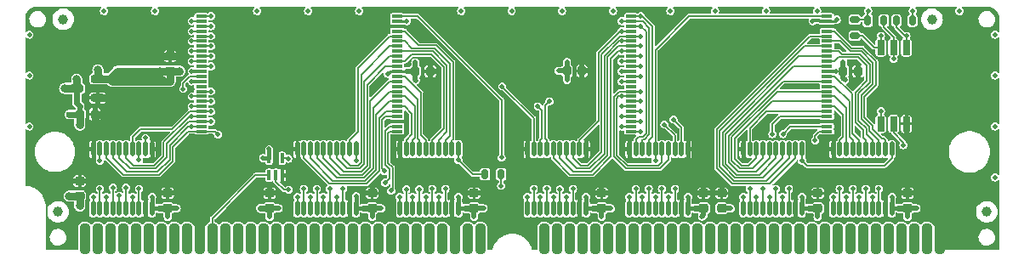
<source format=gtl>
G04 #@! TF.GenerationSoftware,KiCad,Pcbnew,7.0.10*
G04 #@! TF.CreationDate,2024-05-18T05:47:17-04:00*
G04 #@! TF.ProjectId,MacIIROMSIMM,4d616349-4952-44f4-9d53-494d4d2e6b69,1.0*
G04 #@! TF.SameCoordinates,Original*
G04 #@! TF.FileFunction,Copper,L1,Top*
G04 #@! TF.FilePolarity,Positive*
%FSLAX46Y46*%
G04 Gerber Fmt 4.6, Leading zero omitted, Abs format (unit mm)*
G04 Created by KiCad (PCBNEW 7.0.10) date 2024-05-18 05:47:17*
%MOMM*%
%LPD*%
G01*
G04 APERTURE LIST*
G04 Aperture macros list*
%AMRoundRect*
0 Rectangle with rounded corners*
0 $1 Rounding radius*
0 $2 $3 $4 $5 $6 $7 $8 $9 X,Y pos of 4 corners*
0 Add a 4 corners polygon primitive as box body*
4,1,4,$2,$3,$4,$5,$6,$7,$8,$9,$2,$3,0*
0 Add four circle primitives for the rounded corners*
1,1,$1+$1,$2,$3*
1,1,$1+$1,$4,$5*
1,1,$1+$1,$6,$7*
1,1,$1+$1,$8,$9*
0 Add four rect primitives between the rounded corners*
20,1,$1+$1,$2,$3,$4,$5,0*
20,1,$1+$1,$4,$5,$6,$7,0*
20,1,$1+$1,$6,$7,$8,$9,0*
20,1,$1+$1,$8,$9,$2,$3,0*%
G04 Aperture macros list end*
G04 #@! TA.AperFunction,SMDPad,CuDef*
%ADD10C,1.000000*%
G04 #@! TD*
G04 #@! TA.AperFunction,SMDPad,CuDef*
%ADD11RoundRect,0.212500X-0.212500X-0.262500X0.212500X-0.262500X0.212500X0.262500X-0.212500X0.262500X0*%
G04 #@! TD*
G04 #@! TA.AperFunction,SMDPad,CuDef*
%ADD12RoundRect,0.212500X0.262500X-0.212500X0.262500X0.212500X-0.262500X0.212500X-0.262500X-0.212500X0*%
G04 #@! TD*
G04 #@! TA.AperFunction,SMDPad,CuDef*
%ADD13RoundRect,0.112500X-0.112500X0.612500X-0.112500X-0.612500X0.112500X-0.612500X0.112500X0.612500X0*%
G04 #@! TD*
G04 #@! TA.AperFunction,ComponentPad*
%ADD14RoundRect,0.416560X-0.104140X-1.107440X0.104140X-1.107440X0.104140X1.107440X-0.104140X1.107440X0*%
G04 #@! TD*
G04 #@! TA.AperFunction,SMDPad,CuDef*
%ADD15RoundRect,0.075000X-0.475000X-0.075000X0.475000X-0.075000X0.475000X0.075000X-0.475000X0.075000X0*%
G04 #@! TD*
G04 #@! TA.AperFunction,SMDPad,CuDef*
%ADD16RoundRect,0.100000X0.100000X-0.400000X0.100000X0.400000X-0.100000X0.400000X-0.100000X-0.400000X0*%
G04 #@! TD*
G04 #@! TA.AperFunction,SMDPad,CuDef*
%ADD17RoundRect,0.175000X0.175000X0.300000X-0.175000X0.300000X-0.175000X-0.300000X0.175000X-0.300000X0*%
G04 #@! TD*
G04 #@! TA.AperFunction,SMDPad,CuDef*
%ADD18RoundRect,0.175000X0.300000X-0.175000X0.300000X0.175000X-0.300000X0.175000X-0.300000X-0.175000X0*%
G04 #@! TD*
G04 #@! TA.AperFunction,SMDPad,CuDef*
%ADD19RoundRect,0.200000X0.475000X0.200000X-0.475000X0.200000X-0.475000X-0.200000X0.475000X-0.200000X0*%
G04 #@! TD*
G04 #@! TA.AperFunction,SMDPad,CuDef*
%ADD20RoundRect,0.175000X-0.175000X-0.300000X0.175000X-0.300000X0.175000X0.300000X-0.175000X0.300000X0*%
G04 #@! TD*
G04 #@! TA.AperFunction,SMDPad,CuDef*
%ADD21RoundRect,0.190000X0.190000X-0.572000X0.190000X0.572000X-0.190000X0.572000X-0.190000X-0.572000X0*%
G04 #@! TD*
G04 #@! TA.AperFunction,ViaPad*
%ADD22C,0.800000*%
G04 #@! TD*
G04 #@! TA.AperFunction,ViaPad*
%ADD23C,0.600000*%
G04 #@! TD*
G04 #@! TA.AperFunction,ViaPad*
%ADD24C,0.500000*%
G04 #@! TD*
G04 #@! TA.AperFunction,Conductor*
%ADD25C,0.600000*%
G04 #@! TD*
G04 #@! TA.AperFunction,Conductor*
%ADD26C,0.800000*%
G04 #@! TD*
G04 #@! TA.AperFunction,Conductor*
%ADD27C,0.500000*%
G04 #@! TD*
G04 #@! TA.AperFunction,Conductor*
%ADD28C,0.150000*%
G04 #@! TD*
G04 #@! TA.AperFunction,Conductor*
%ADD29C,0.400000*%
G04 #@! TD*
G04 #@! TA.AperFunction,Conductor*
%ADD30C,0.300000*%
G04 #@! TD*
G04 #@! TA.AperFunction,Conductor*
%ADD31C,0.250000*%
G04 #@! TD*
G04 APERTURE END LIST*
D10*
X75438000Y-123444000D03*
D11*
X153600000Y-109450000D03*
X155100000Y-109450000D03*
D12*
X96500000Y-123100000D03*
X96500000Y-121600000D03*
X116850000Y-123100000D03*
X116850000Y-121600000D03*
X139700000Y-123100000D03*
X139700000Y-121600000D03*
X151050000Y-123100000D03*
X151050000Y-121600000D03*
X160000000Y-123100000D03*
X160000000Y-121600000D03*
D13*
X115300000Y-117200000D03*
X114650000Y-117200000D03*
X114000000Y-117200000D03*
X113350000Y-117200000D03*
X112700000Y-117200000D03*
X112050000Y-117200000D03*
X111400000Y-117200000D03*
X110750000Y-117200000D03*
X110100000Y-117200000D03*
X109450000Y-117200000D03*
X109450000Y-123100000D03*
X110100000Y-123100000D03*
X110750000Y-123100000D03*
X111400000Y-123100000D03*
X112050000Y-123100000D03*
X112700000Y-123100000D03*
X113350000Y-123100000D03*
X114000000Y-123100000D03*
X114650000Y-123100000D03*
X115300000Y-123100000D03*
X149500000Y-117200000D03*
X148850000Y-117200000D03*
X148200000Y-117200000D03*
X147550000Y-117200000D03*
X146900000Y-117200000D03*
X146250000Y-117200000D03*
X145600000Y-117200000D03*
X144950000Y-117200000D03*
X144300000Y-117200000D03*
X143650000Y-117200000D03*
X143650000Y-123100000D03*
X144300000Y-123100000D03*
X144950000Y-123100000D03*
X145600000Y-123100000D03*
X146250000Y-123100000D03*
X146900000Y-123100000D03*
X147550000Y-123100000D03*
X148200000Y-123100000D03*
X148850000Y-123100000D03*
X149500000Y-123100000D03*
D14*
X78105000Y-126111000D03*
X79375000Y-126111000D03*
X80645000Y-126111000D03*
X81915000Y-126111000D03*
X83185000Y-126111000D03*
X84455000Y-126111000D03*
X85725000Y-126111000D03*
X86995000Y-126111000D03*
X88265000Y-126111000D03*
X89535000Y-126111000D03*
X90805000Y-126111000D03*
X92075000Y-126111000D03*
X93345000Y-126111000D03*
X94615000Y-126111000D03*
X95885000Y-126111000D03*
X97155000Y-126111000D03*
X98425000Y-126111000D03*
X99695000Y-126111000D03*
X100965000Y-126111000D03*
X102235000Y-126111000D03*
X103505000Y-126111000D03*
X104775000Y-126111000D03*
X106045000Y-126111000D03*
X107315000Y-126111000D03*
X108585000Y-126111000D03*
X109855000Y-126111000D03*
X111125000Y-126111000D03*
X112395000Y-126111000D03*
X113665000Y-126111000D03*
X114935000Y-126111000D03*
X116205000Y-126111000D03*
X117475000Y-126111000D03*
X123825000Y-126111000D03*
X125095000Y-126111000D03*
X126365000Y-126111000D03*
X127635000Y-126111000D03*
X128905000Y-126111000D03*
X130175000Y-126111000D03*
X131445000Y-126111000D03*
X132715000Y-126111000D03*
X133985000Y-126111000D03*
X135255000Y-126111000D03*
X136525000Y-126111000D03*
X137795000Y-126111000D03*
X139065000Y-126111000D03*
X140335000Y-126111000D03*
X141605000Y-126111000D03*
X142875000Y-126111000D03*
X144145000Y-126111000D03*
X145415000Y-126111000D03*
X146685000Y-126111000D03*
X147955000Y-126111000D03*
X149225000Y-126111000D03*
X150495000Y-126111000D03*
X151765000Y-126111000D03*
X153035000Y-126111000D03*
X154305000Y-126111000D03*
X155575000Y-126111000D03*
X156845000Y-126111000D03*
X158115000Y-126111000D03*
X159385000Y-126111000D03*
X160655000Y-126111000D03*
X161925000Y-126111000D03*
X163195000Y-126111000D03*
D13*
X138150000Y-117200000D03*
X137500000Y-117200000D03*
X136850000Y-117200000D03*
X136200000Y-117200000D03*
X135550000Y-117200000D03*
X134900000Y-117200000D03*
X134250000Y-117200000D03*
X133600000Y-117200000D03*
X132950000Y-117200000D03*
X132300000Y-117200000D03*
X132300000Y-123100000D03*
X132950000Y-123100000D03*
X133600000Y-123100000D03*
X134250000Y-123100000D03*
X134900000Y-123100000D03*
X135550000Y-123100000D03*
X136200000Y-123100000D03*
X136850000Y-123100000D03*
X137500000Y-123100000D03*
X138150000Y-123100000D03*
X158450000Y-117200000D03*
X157800000Y-117200000D03*
X157150000Y-117200000D03*
X156500000Y-117200000D03*
X155850000Y-117200000D03*
X155200000Y-117200000D03*
X154550000Y-117200000D03*
X153900000Y-117200000D03*
X153250000Y-117200000D03*
X152600000Y-117200000D03*
X152600000Y-123100000D03*
X153250000Y-123100000D03*
X153900000Y-123100000D03*
X154550000Y-123100000D03*
X155200000Y-123100000D03*
X155850000Y-123100000D03*
X156500000Y-123100000D03*
X157150000Y-123100000D03*
X157800000Y-123100000D03*
X158450000Y-123100000D03*
D11*
X111000000Y-109450000D03*
X112500000Y-109450000D03*
D15*
X89700000Y-103950000D03*
X89700000Y-104450000D03*
X89700000Y-104950000D03*
X89700000Y-105450000D03*
X89700000Y-105950000D03*
X89700000Y-106450000D03*
X89700000Y-106950000D03*
X89700000Y-107450000D03*
X89700000Y-107950000D03*
X89700000Y-108450000D03*
X89700000Y-108950000D03*
X89700000Y-109450000D03*
X89700000Y-109950000D03*
X89700000Y-110450000D03*
X89700000Y-110950000D03*
X89700000Y-111450000D03*
X89700000Y-111950000D03*
X89700000Y-112450000D03*
X89700000Y-112950000D03*
X89700000Y-113450000D03*
X89700000Y-113950000D03*
X89700000Y-114450000D03*
X89700000Y-114950000D03*
X89700000Y-115450000D03*
X109200000Y-115450000D03*
X109200000Y-114950000D03*
X109200000Y-114450000D03*
X109200000Y-113950000D03*
X109200000Y-113450000D03*
X109200000Y-112950000D03*
X109200000Y-112450000D03*
X109200000Y-111950000D03*
X109200000Y-111450000D03*
X109200000Y-110950000D03*
X109200000Y-110450000D03*
X109200000Y-109950000D03*
X109200000Y-109450000D03*
X109200000Y-108950000D03*
X109200000Y-108450000D03*
X109200000Y-107950000D03*
X109200000Y-107450000D03*
X109200000Y-106950000D03*
X109200000Y-106450000D03*
X109200000Y-105950000D03*
X109200000Y-105450000D03*
X109200000Y-104950000D03*
X109200000Y-104450000D03*
X109200000Y-103950000D03*
D13*
X105100000Y-117200000D03*
X104450000Y-117200000D03*
X103800000Y-117200000D03*
X103150000Y-117200000D03*
X102500000Y-117200000D03*
X101850000Y-117200000D03*
X101200000Y-117200000D03*
X100550000Y-117200000D03*
X99900000Y-117200000D03*
X99250000Y-117200000D03*
X99250000Y-123100000D03*
X99900000Y-123100000D03*
X100550000Y-123100000D03*
X101200000Y-123100000D03*
X101850000Y-123100000D03*
X102500000Y-123100000D03*
X103150000Y-123100000D03*
X103800000Y-123100000D03*
X104450000Y-123100000D03*
X105100000Y-123100000D03*
D11*
X77600000Y-113750000D03*
X79100000Y-113750000D03*
D15*
X132490000Y-103950000D03*
X132490000Y-104450000D03*
X132490000Y-104950000D03*
X132490000Y-105450000D03*
X132490000Y-105950000D03*
X132490000Y-106450000D03*
X132490000Y-106950000D03*
X132490000Y-107450000D03*
X132490000Y-107950000D03*
X132490000Y-108450000D03*
X132490000Y-108950000D03*
X132490000Y-109450000D03*
X132490000Y-109950000D03*
X132490000Y-110450000D03*
X132490000Y-110950000D03*
X132490000Y-111450000D03*
X132490000Y-111950000D03*
X132490000Y-112450000D03*
X132490000Y-112950000D03*
X132490000Y-113450000D03*
X132490000Y-113950000D03*
X132490000Y-114450000D03*
X132490000Y-114950000D03*
X132490000Y-115450000D03*
X151990000Y-115450000D03*
X151990000Y-114950000D03*
X151990000Y-114450000D03*
X151990000Y-113950000D03*
X151990000Y-113450000D03*
X151990000Y-112950000D03*
X151990000Y-112450000D03*
X151990000Y-111950000D03*
X151990000Y-111450000D03*
X151990000Y-110950000D03*
X151990000Y-110450000D03*
X151990000Y-109950000D03*
X151990000Y-109450000D03*
X151990000Y-108950000D03*
X151990000Y-108450000D03*
X151990000Y-107950000D03*
X151990000Y-107450000D03*
X151990000Y-106950000D03*
X151990000Y-106450000D03*
X151990000Y-105950000D03*
X151990000Y-105450000D03*
X151990000Y-104950000D03*
X151990000Y-104450000D03*
X151990000Y-103950000D03*
D12*
X86350000Y-123100000D03*
X86350000Y-121600000D03*
D13*
X84800000Y-117200000D03*
X84150000Y-117200000D03*
X83500000Y-117200000D03*
X82850000Y-117200000D03*
X82200000Y-117200000D03*
X81550000Y-117200000D03*
X80900000Y-117200000D03*
X80250000Y-117200000D03*
X79600000Y-117200000D03*
X78950000Y-117200000D03*
X78950000Y-123100000D03*
X79600000Y-123100000D03*
X80250000Y-123100000D03*
X80900000Y-123100000D03*
X81550000Y-123100000D03*
X82200000Y-123100000D03*
X82850000Y-123100000D03*
X83500000Y-123100000D03*
X84150000Y-123100000D03*
X84800000Y-123100000D03*
D12*
X106713500Y-123100000D03*
X106713500Y-121600000D03*
D13*
X128000000Y-117200000D03*
X127350000Y-117200000D03*
X126700000Y-117200000D03*
X126050000Y-117200000D03*
X125400000Y-117200000D03*
X124750000Y-117200000D03*
X124100000Y-117200000D03*
X123450000Y-117200000D03*
X122800000Y-117200000D03*
X122150000Y-117200000D03*
X122150000Y-123100000D03*
X122800000Y-123100000D03*
X123450000Y-123100000D03*
X124100000Y-123100000D03*
X124750000Y-123100000D03*
X125400000Y-123100000D03*
X126050000Y-123100000D03*
X126700000Y-123100000D03*
X127350000Y-123100000D03*
X128000000Y-123100000D03*
D12*
X129550000Y-123100000D03*
X129550000Y-121600000D03*
X141500000Y-123100000D03*
X141500000Y-121600000D03*
X86600000Y-109450000D03*
X86600000Y-107950000D03*
D10*
X167894000Y-123444000D03*
X162433000Y-104267000D03*
X75946000Y-104267000D03*
D11*
X126100000Y-109400000D03*
X127600000Y-109400000D03*
D12*
X77600000Y-121873000D03*
X77600000Y-120373000D03*
D16*
X96450000Y-119800000D03*
X97100000Y-119800000D03*
X97750000Y-119800000D03*
X97750000Y-118100000D03*
X96450000Y-118100000D03*
D17*
X157650000Y-104400000D03*
X156050000Y-104400000D03*
D18*
X154750000Y-105900000D03*
X154750000Y-104300000D03*
D17*
X119550000Y-119700000D03*
X117950000Y-119700000D03*
D19*
X79400000Y-112100000D03*
X79400000Y-110200000D03*
X77300000Y-111150000D03*
D20*
X158900000Y-104400000D03*
X160500000Y-104400000D03*
D21*
X157353000Y-114681000D03*
X158623000Y-114681000D03*
X159893000Y-114681000D03*
X159893000Y-107061000D03*
X158623000Y-107061000D03*
X157353000Y-107061000D03*
D22*
X76100000Y-111150000D03*
X77300000Y-110250000D03*
X77600000Y-114800000D03*
D23*
X76550000Y-113750000D03*
D24*
X142400000Y-123100000D03*
X77600000Y-112900000D03*
D22*
X77600000Y-122873000D03*
X76550000Y-121873000D03*
D24*
X99250000Y-121950000D03*
X99900000Y-121150000D03*
X122150000Y-121950000D03*
X100550000Y-121950000D03*
X101200000Y-121150000D03*
X77470000Y-103441500D03*
X72580500Y-107315000D03*
X72580500Y-112395000D03*
X72580500Y-117475000D03*
X72580500Y-120459500D03*
X168719500Y-107315000D03*
X168719500Y-112395000D03*
X168719500Y-117475000D03*
X168719500Y-122301000D03*
X120650000Y-125095000D03*
X118745000Y-125730000D03*
X122555000Y-125730000D03*
X74930000Y-114935000D03*
X166370000Y-120015000D03*
X76581000Y-120396000D03*
X110750000Y-120490000D03*
X155100000Y-115500000D03*
X143383000Y-103441500D03*
X138303000Y-103441500D03*
X134620000Y-103441500D03*
X82550000Y-103441500D03*
X87630000Y-103441500D03*
X97790000Y-103441500D03*
X92710000Y-103441500D03*
X102870000Y-103441500D03*
X118110000Y-103441500D03*
X113030000Y-103441500D03*
X123126500Y-103441500D03*
X115250000Y-108650000D03*
X115250000Y-110350000D03*
X107550000Y-110350000D03*
X92400000Y-108450000D03*
X94100000Y-110550000D03*
X116450000Y-108450000D03*
X127600000Y-108500000D03*
X127600000Y-110300000D03*
X120100000Y-116250000D03*
X119100000Y-116250000D03*
X135100000Y-106400000D03*
X150500000Y-106450000D03*
X135400000Y-107500000D03*
X104800000Y-110350000D03*
X86600000Y-114700000D03*
X86200000Y-119750000D03*
X140200000Y-118900000D03*
X119150000Y-123250000D03*
X120850000Y-121200000D03*
X161290000Y-120015000D03*
X163703000Y-117475000D03*
X163830000Y-122555000D03*
X135875000Y-115900000D03*
X116400000Y-116250000D03*
X90650000Y-110200000D03*
X78950000Y-118350000D03*
X84150000Y-121950000D03*
X85450000Y-121600000D03*
X84800000Y-118350000D03*
X122150000Y-118350000D03*
X128000000Y-118350000D03*
X130950000Y-110950000D03*
X130400000Y-118800000D03*
X107315000Y-103441500D03*
X163703000Y-103441500D03*
X158623000Y-103441500D03*
X153543000Y-103441500D03*
X148463000Y-103441500D03*
X125200000Y-108500000D03*
X125200000Y-110300000D03*
X108250000Y-114450000D03*
X128143000Y-103441500D03*
X153100000Y-106950000D03*
X138450000Y-104450000D03*
X149850000Y-116050000D03*
X149000000Y-119550000D03*
X121400000Y-116250000D03*
X116700000Y-118150000D03*
X151100000Y-117400000D03*
X136250000Y-109450000D03*
X147700000Y-107550000D03*
X148400000Y-105950000D03*
X94100000Y-117700000D03*
X90900000Y-121550000D03*
X91900000Y-119650000D03*
X143650000Y-116050000D03*
X150150000Y-121600000D03*
X130450000Y-121600000D03*
X112500000Y-108550000D03*
D22*
X79100000Y-114800000D03*
D24*
X79250000Y-112900000D03*
X98450000Y-120100000D03*
X95600000Y-121600000D03*
X152600000Y-118350000D03*
X157800000Y-121950000D03*
X87250000Y-121600000D03*
X115950000Y-121600000D03*
X98350000Y-117150000D03*
X96500000Y-120750000D03*
X160900000Y-121600000D03*
X155100000Y-110350000D03*
X109450000Y-118350000D03*
X159893000Y-115824000D03*
X113350000Y-109450000D03*
X148050000Y-110950000D03*
X104450000Y-121950000D03*
X139700000Y-120750000D03*
X141500000Y-120750000D03*
X128450000Y-109400000D03*
D22*
X80100000Y-113750000D03*
D24*
X78550000Y-120373000D03*
X152800000Y-116050000D03*
X78950000Y-116050000D03*
X154950000Y-108600000D03*
X160000000Y-120750000D03*
X151000000Y-104950000D03*
X143650000Y-118350000D03*
X110850000Y-104650000D03*
X166624000Y-103441500D03*
X129550000Y-120750000D03*
X108250000Y-104950000D03*
X99350000Y-118350000D03*
X97400000Y-121450000D03*
X127350000Y-121950000D03*
X110150000Y-114450000D03*
X114650000Y-121950000D03*
X137500000Y-121950000D03*
X132300000Y-118350000D03*
X138150000Y-118350000D03*
X148850000Y-121950000D03*
X106750000Y-120750000D03*
X105813500Y-121600000D03*
X117750000Y-121600000D03*
X86350000Y-120750000D03*
X152950000Y-105000000D03*
D22*
X87650000Y-107950000D03*
D24*
X135600000Y-111050000D03*
X140600000Y-121600000D03*
D22*
X85550000Y-107950000D03*
D24*
X159100000Y-121600000D03*
X138800000Y-121600000D03*
D22*
X86600000Y-106950000D03*
X80600000Y-112100000D03*
D24*
X152950000Y-114450000D03*
X112500000Y-110350000D03*
X128650000Y-121600000D03*
X101850000Y-121950000D03*
X102500000Y-121150000D03*
X103150000Y-121950000D03*
X124750000Y-121950000D03*
X103800000Y-121150000D03*
X78950000Y-121950000D03*
X79600000Y-121150000D03*
X80250000Y-121950000D03*
X80900000Y-121050000D03*
X81550000Y-121850000D03*
X82200000Y-121050000D03*
X82850000Y-121950000D03*
X98400000Y-121250000D03*
X83500000Y-121150000D03*
X109450000Y-121950000D03*
X110100000Y-121210000D03*
X110750000Y-121950000D03*
X111400000Y-121210000D03*
X112050000Y-121950000D03*
X112700000Y-121150000D03*
X113350000Y-121950000D03*
X114000000Y-121150000D03*
X122800000Y-121150000D03*
X123450000Y-121950000D03*
X124100000Y-121150000D03*
X125400000Y-121200000D03*
X126050000Y-121950000D03*
X126700000Y-121150000D03*
X132300000Y-121950000D03*
X132950000Y-121150000D03*
X133600000Y-121950000D03*
X134250000Y-121150000D03*
X134900000Y-121950000D03*
X135550000Y-121150000D03*
X136200000Y-121950000D03*
X136850000Y-121150000D03*
X143650000Y-121950000D03*
X144300000Y-121150000D03*
X144950000Y-121950000D03*
X145600000Y-121150000D03*
X146250000Y-121950000D03*
X146900000Y-121150000D03*
X147550000Y-121950000D03*
X148200000Y-121150000D03*
X152600000Y-121950000D03*
X153250000Y-121150000D03*
X153900000Y-121950000D03*
X154550000Y-121150000D03*
X155200000Y-121950000D03*
X155850000Y-121150000D03*
X156500000Y-121950000D03*
X157150000Y-121150000D03*
X84800000Y-121950000D03*
X85450000Y-123100000D03*
X86350000Y-123950000D03*
X87250000Y-123100000D03*
X128000000Y-121950000D03*
X128650000Y-123100000D03*
X129550000Y-123950000D03*
X125250000Y-109400000D03*
X120586500Y-103441500D03*
X125603000Y-103441500D03*
X115570000Y-103441500D03*
X140843000Y-103441500D03*
X151003000Y-103441500D03*
X156083000Y-103441500D03*
X145923000Y-103441500D03*
X136398000Y-103441500D03*
X168719500Y-109855000D03*
X168719500Y-114935000D03*
X168719500Y-120015000D03*
X72580500Y-109855000D03*
X72580500Y-114935000D03*
X85090000Y-103441500D03*
X80010000Y-103441500D03*
X100330000Y-103441500D03*
X105410000Y-103441500D03*
X95250000Y-103441500D03*
X130683000Y-103441500D03*
X160528000Y-103441500D03*
X72580500Y-105791000D03*
X168719500Y-105791000D03*
X153785882Y-110314118D03*
X108250000Y-109700000D03*
X96500000Y-123950000D03*
D22*
X85600000Y-109450000D03*
D24*
X150550000Y-104450000D03*
X152850000Y-109450000D03*
X159100000Y-123100000D03*
D22*
X87550000Y-109450000D03*
D24*
X115950000Y-123100000D03*
X151050000Y-123950000D03*
X139550000Y-123925000D03*
X88750000Y-109450000D03*
X111050000Y-110350000D03*
X149500000Y-121950000D03*
X117800000Y-123100000D03*
D22*
X79400000Y-109300000D03*
D24*
X152950000Y-104300000D03*
X131550000Y-110450000D03*
X138800000Y-123100000D03*
X116850000Y-123950000D03*
X138150000Y-121950000D03*
X110150000Y-109450000D03*
X131550000Y-109450000D03*
X126100000Y-108500000D03*
X110150000Y-104450000D03*
X130450000Y-123100000D03*
X115300000Y-121950000D03*
X160000000Y-123950000D03*
X105100000Y-121900000D03*
X106713500Y-123950000D03*
X97400000Y-123100000D03*
X96450000Y-117200000D03*
X95850000Y-118100000D03*
X126100000Y-110300000D03*
X95600000Y-123100000D03*
X88750000Y-110450000D03*
X153600000Y-108550000D03*
X165163500Y-103441500D03*
X111000000Y-108550000D03*
D22*
X86600000Y-110450000D03*
D24*
X105813500Y-123100000D03*
D22*
X80600000Y-110200000D03*
D24*
X160900000Y-123100000D03*
X107613500Y-123100000D03*
X150150000Y-123100000D03*
X158450000Y-121950000D03*
X90650000Y-113450000D03*
X133450000Y-113450000D03*
X88750000Y-113950000D03*
X131550000Y-113950000D03*
X90650000Y-114450000D03*
X133450000Y-114450000D03*
X88750000Y-114950000D03*
X131550000Y-114950000D03*
X133450000Y-115450000D03*
X91350000Y-115750000D03*
X108600000Y-121350000D03*
X150800000Y-116350000D03*
X79600000Y-118350000D03*
X108000000Y-120550000D03*
X147600000Y-115700000D03*
X83500000Y-118300000D03*
X84150000Y-116100000D03*
X146550000Y-115700000D03*
X107950000Y-119400000D03*
X119650000Y-110950000D03*
X90650000Y-108950000D03*
X133450000Y-108950000D03*
X123200000Y-112950000D03*
X131550000Y-112950000D03*
X88750000Y-112950000D03*
X90650000Y-112450000D03*
X124350000Y-112450000D03*
X133450000Y-112450000D03*
X90650000Y-103950000D03*
X133450000Y-103950000D03*
X88750000Y-104450000D03*
X131550000Y-104450000D03*
X90650000Y-104950000D03*
X133450000Y-104950000D03*
X88750000Y-105450000D03*
X131550000Y-105450000D03*
X90650000Y-105950000D03*
X133450000Y-105950000D03*
X88750000Y-106450000D03*
X131550000Y-106450000D03*
X90650000Y-106950000D03*
X133450000Y-106950000D03*
X88750000Y-107450000D03*
X131550000Y-107450000D03*
X134900000Y-118350000D03*
X119600000Y-118050000D03*
X88750000Y-111950000D03*
X131550000Y-111950000D03*
X90650000Y-111450000D03*
X133450000Y-111450000D03*
X157353000Y-113411000D03*
X135800000Y-114750000D03*
X159600000Y-116800000D03*
X136700000Y-114250000D03*
X133450000Y-109950000D03*
X159893000Y-105918000D03*
X87900000Y-111200000D03*
X105100000Y-118350000D03*
X98350000Y-118150000D03*
X115300000Y-118300000D03*
X149500000Y-118350000D03*
X119550000Y-120850000D03*
X88750000Y-108450000D03*
X131550000Y-108450000D03*
X158623000Y-108204000D03*
X90650000Y-107950000D03*
X133450000Y-107950000D03*
X157353000Y-105918000D03*
D25*
X77300000Y-111150000D02*
X77300000Y-112600000D01*
D26*
X77600000Y-121873000D02*
X76550000Y-121873000D01*
D25*
X77600000Y-113750000D02*
X76550000Y-113750000D01*
D26*
X77600000Y-113750000D02*
X77600000Y-114800000D01*
X77600000Y-121873000D02*
X77600000Y-122873000D01*
D25*
X77300000Y-112600000D02*
X77600000Y-112900000D01*
D27*
X77600000Y-113750000D02*
X77600000Y-112900000D01*
D26*
X77300000Y-111150000D02*
X77300000Y-110250000D01*
D27*
X141500000Y-123100000D02*
X142400000Y-123100000D01*
D26*
X77300000Y-111150000D02*
X76100000Y-111150000D01*
D28*
X99250000Y-123100000D02*
X99250000Y-121950000D01*
X99900000Y-123100000D02*
X99900000Y-121150000D01*
X122150000Y-121950000D02*
X122150000Y-123100000D01*
X100550000Y-123100000D02*
X100550000Y-121950000D01*
X101200000Y-123100000D02*
X101200000Y-121150000D01*
D29*
X84150000Y-123100000D02*
X84150000Y-121950000D01*
X78950000Y-117200000D02*
X78950000Y-118350000D01*
D27*
X86350000Y-121600000D02*
X85450000Y-121600000D01*
D29*
X84800000Y-117200000D02*
X84800000Y-118350000D01*
X122150000Y-117200000D02*
X122150000Y-118350000D01*
X128000000Y-117200000D02*
X128000000Y-118350000D01*
X104450000Y-123100000D02*
X104450000Y-124000000D01*
D30*
X152900000Y-104950000D02*
X152950000Y-105000000D01*
D29*
X152600000Y-117200000D02*
X152600000Y-116250000D01*
D27*
X97250000Y-121600000D02*
X97400000Y-121450000D01*
D29*
X132300000Y-117200000D02*
X132300000Y-118350000D01*
D31*
X151000000Y-104950000D02*
X151990000Y-104950000D01*
D29*
X109450000Y-117200000D02*
X109450000Y-116300000D01*
D27*
X141500000Y-121600000D02*
X141500000Y-120750000D01*
D29*
X137500000Y-123100000D02*
X137500000Y-121950000D01*
D30*
X109200000Y-114450000D02*
X108250000Y-114450000D01*
D29*
X143650000Y-116050000D02*
X143650000Y-117200000D01*
D27*
X112500000Y-109450000D02*
X113350000Y-109450000D01*
X151050000Y-121600000D02*
X150150000Y-121600000D01*
D29*
X157800000Y-123100000D02*
X157800000Y-124000000D01*
D27*
X155100000Y-109450000D02*
X155100000Y-108750000D01*
D29*
X99250000Y-118250000D02*
X99250000Y-117200000D01*
D30*
X109200000Y-114450000D02*
X110150000Y-114450000D01*
D27*
X139700000Y-121600000D02*
X139700000Y-120750000D01*
D29*
X138150000Y-117200000D02*
X138150000Y-118350000D01*
D27*
X79100000Y-113050000D02*
X79250000Y-112900000D01*
D26*
X86600000Y-107950000D02*
X85550000Y-107950000D01*
D27*
X160000000Y-121600000D02*
X159100000Y-121600000D01*
X127600000Y-109400000D02*
X127600000Y-108500000D01*
D29*
X97750000Y-119800000D02*
X98150000Y-119800000D01*
D27*
X86350000Y-121600000D02*
X87250000Y-121600000D01*
D29*
X152600000Y-117200000D02*
X152600000Y-118350000D01*
X128000000Y-117200000D02*
X128000000Y-116300000D01*
X148850000Y-123100000D02*
X148850000Y-121950000D01*
X109450000Y-117200000D02*
X109050000Y-117200000D01*
X138150000Y-117200000D02*
X138150000Y-116300000D01*
D27*
X155100000Y-108750000D02*
X154950000Y-108600000D01*
X139700000Y-121600000D02*
X138800000Y-121600000D01*
X96500000Y-121600000D02*
X95600000Y-121600000D01*
D29*
X152600000Y-117200000D02*
X152200000Y-117200000D01*
X137500000Y-123100000D02*
X137500000Y-124000000D01*
X128000000Y-117200000D02*
X128400000Y-117200000D01*
D27*
X139700000Y-121600000D02*
X140600000Y-121600000D01*
D29*
X84800000Y-117200000D02*
X85200000Y-117200000D01*
X148850000Y-123100000D02*
X148850000Y-124000000D01*
X78950000Y-117200000D02*
X78950000Y-116050000D01*
X132300000Y-117200000D02*
X131900000Y-117200000D01*
X99250000Y-117200000D02*
X99200000Y-117150000D01*
D27*
X116850000Y-121600000D02*
X117750000Y-121600000D01*
D29*
X157800000Y-123100000D02*
X157800000Y-121950000D01*
X114650000Y-123100000D02*
X114650000Y-121950000D01*
X104450000Y-123100000D02*
X104450000Y-121950000D01*
D27*
X77600000Y-120373000D02*
X78550000Y-120373000D01*
X76604000Y-120373000D02*
X76581000Y-120396000D01*
D29*
X98150000Y-119800000D02*
X98450000Y-120100000D01*
X143650000Y-117200000D02*
X143650000Y-118350000D01*
X99350000Y-118350000D02*
X99250000Y-118250000D01*
D27*
X127600000Y-109400000D02*
X127600000Y-110300000D01*
X96500000Y-121600000D02*
X97250000Y-121600000D01*
X96500000Y-121600000D02*
X96500000Y-120750000D01*
D29*
X127350000Y-123100000D02*
X127350000Y-121950000D01*
X84150000Y-123100000D02*
X84150000Y-124000000D01*
D27*
X112500000Y-109450000D02*
X112500000Y-110350000D01*
D29*
X143650000Y-117200000D02*
X143250000Y-117200000D01*
D27*
X106713500Y-120786500D02*
X106750000Y-120750000D01*
X127600000Y-109400000D02*
X128450000Y-109400000D01*
X106713500Y-121600000D02*
X105813500Y-121600000D01*
D26*
X79100000Y-113750000D02*
X80100000Y-113750000D01*
X86600000Y-107950000D02*
X87650000Y-107950000D01*
X86600000Y-107950000D02*
X86600000Y-106950000D01*
D29*
X138150000Y-117200000D02*
X138550000Y-117200000D01*
D26*
X79400000Y-112100000D02*
X80600000Y-112100000D01*
D27*
X79400000Y-112100000D02*
X79400000Y-112750000D01*
X160000000Y-121600000D02*
X160000000Y-120750000D01*
X160000000Y-121600000D02*
X160900000Y-121600000D01*
X112500000Y-109450000D02*
X112500000Y-108550000D01*
D29*
X99200000Y-117150000D02*
X98350000Y-117150000D01*
D30*
X151990000Y-104950000D02*
X152900000Y-104950000D01*
D29*
X122150000Y-117200000D02*
X121750000Y-117200000D01*
D30*
X109200000Y-104950000D02*
X108250000Y-104950000D01*
D27*
X159893000Y-114681000D02*
X159893000Y-115824000D01*
X141500000Y-121600000D02*
X140600000Y-121600000D01*
D29*
X109450000Y-117200000D02*
X109450000Y-118350000D01*
X132300000Y-117200000D02*
X132300000Y-116300000D01*
D28*
X151990000Y-114450000D02*
X152950000Y-114450000D01*
D27*
X79400000Y-112750000D02*
X79250000Y-112900000D01*
X155100000Y-109450000D02*
X155100000Y-110350000D01*
D29*
X78950000Y-117200000D02*
X78550000Y-117200000D01*
X114650000Y-123100000D02*
X114650000Y-124000000D01*
D27*
X116850000Y-121600000D02*
X115950000Y-121600000D01*
X79100000Y-113750000D02*
X79100000Y-113050000D01*
X129550000Y-121600000D02*
X128650000Y-121600000D01*
X106713500Y-121600000D02*
X106713500Y-120786500D01*
D26*
X79100000Y-113750000D02*
X79100000Y-114800000D01*
D29*
X122150000Y-117200000D02*
X122150000Y-116300000D01*
D27*
X77600000Y-120373000D02*
X76604000Y-120373000D01*
D29*
X152600000Y-116250000D02*
X152800000Y-116050000D01*
D27*
X86350000Y-121600000D02*
X86350000Y-120750000D01*
X129550000Y-121600000D02*
X129550000Y-120750000D01*
D29*
X127350000Y-123100000D02*
X127350000Y-124000000D01*
D27*
X129550000Y-121600000D02*
X130450000Y-121600000D01*
D28*
X101850000Y-123100000D02*
X101850000Y-121950000D01*
X102500000Y-123100000D02*
X102500000Y-121150000D01*
X103150000Y-123100000D02*
X103150000Y-121950000D01*
X124750000Y-123100000D02*
X124750000Y-121950000D01*
X103800000Y-123100000D02*
X103800000Y-121150000D01*
X78950000Y-123100000D02*
X78950000Y-121950000D01*
X79600000Y-123100000D02*
X79600000Y-121150000D01*
X80250000Y-123100000D02*
X80250000Y-121950000D01*
X80900000Y-123100000D02*
X80900000Y-121050000D01*
X81550000Y-123100000D02*
X81550000Y-121850000D01*
X82200000Y-123100000D02*
X82200000Y-121050000D01*
X82850000Y-123100000D02*
X82850000Y-121950000D01*
X96450000Y-119800000D02*
X95084000Y-119800000D01*
X95084000Y-119800000D02*
X90805000Y-124079000D01*
X90805000Y-124079000D02*
X90805000Y-125095000D01*
X83500000Y-123100000D02*
X83500000Y-121150000D01*
X98400000Y-121250000D02*
X97900000Y-121250000D01*
X97900000Y-121250000D02*
X97100000Y-120450000D01*
X97100000Y-120450000D02*
X97100000Y-119800000D01*
X109450000Y-123100000D02*
X109450000Y-121950000D01*
X110100000Y-123100000D02*
X110100000Y-121210000D01*
X110750000Y-123100000D02*
X110750000Y-121950000D01*
X111400000Y-123100000D02*
X111400000Y-121210000D01*
X112050000Y-123100000D02*
X112050000Y-121950000D01*
X112700000Y-123100000D02*
X112700000Y-121150000D01*
X113350000Y-123100000D02*
X113350000Y-121950000D01*
X114000000Y-123100000D02*
X114000000Y-121150000D01*
X122800000Y-123100000D02*
X122800000Y-121150000D01*
X123450000Y-121950000D02*
X123450000Y-123100000D01*
X124100000Y-123100000D02*
X124100000Y-121150000D01*
X125400000Y-123100000D02*
X125400000Y-121200000D01*
X126050000Y-123100000D02*
X126050000Y-121950000D01*
X126700000Y-123100000D02*
X126700000Y-121150000D01*
X132300000Y-123100000D02*
X132300000Y-121950000D01*
X132950000Y-123100000D02*
X132950000Y-121150000D01*
X133600000Y-123100000D02*
X133600000Y-121950000D01*
X134250000Y-123100000D02*
X134250000Y-121150000D01*
X134900000Y-123100000D02*
X134900000Y-121950000D01*
X135550000Y-123100000D02*
X135550000Y-121150000D01*
X136200000Y-123100000D02*
X136200000Y-121950000D01*
X136850000Y-123100000D02*
X136850000Y-121150000D01*
X143650000Y-123100000D02*
X143650000Y-121950000D01*
X144300000Y-123100000D02*
X144300000Y-121150000D01*
X144950000Y-123100000D02*
X144950000Y-121950000D01*
X145600000Y-123100000D02*
X145600000Y-121150000D01*
X146250000Y-123100000D02*
X146250000Y-121950000D01*
X146900000Y-123100000D02*
X146900000Y-121150000D01*
X147550000Y-123100000D02*
X147550000Y-121950000D01*
X148200000Y-123100000D02*
X148200000Y-121150000D01*
X152600000Y-123100000D02*
X152600000Y-121950000D01*
X153250000Y-123100000D02*
X153250000Y-121150000D01*
X153900000Y-123100000D02*
X153900000Y-121950000D01*
X154550000Y-123100000D02*
X154550000Y-121150000D01*
X155200000Y-123100000D02*
X155200000Y-121950000D01*
X155850000Y-123100000D02*
X155850000Y-121150000D01*
X156500000Y-123100000D02*
X156500000Y-121950000D01*
X157150000Y-123100000D02*
X157150000Y-121150000D01*
D29*
X84800000Y-123100000D02*
X85450000Y-123100000D01*
X84800000Y-123100000D02*
X84800000Y-121950000D01*
D25*
X85450000Y-123100000D02*
X86350000Y-123100000D01*
D27*
X86350000Y-123100000D02*
X86350000Y-123950000D01*
X86350000Y-123100000D02*
X87250000Y-123100000D01*
D29*
X128000000Y-123100000D02*
X128000000Y-121950000D01*
X128000000Y-123100000D02*
X128650000Y-123100000D01*
D27*
X129550000Y-123100000D02*
X129550000Y-123950000D01*
D25*
X129550000Y-123100000D02*
X128650000Y-123100000D01*
D29*
X115300000Y-123100000D02*
X115950000Y-123100000D01*
D26*
X86600000Y-109450000D02*
X85600000Y-109450000D01*
D29*
X105100000Y-123100000D02*
X105813500Y-123100000D01*
D31*
X109200000Y-104450000D02*
X110150000Y-104450000D01*
D29*
X138150000Y-123100000D02*
X138800000Y-123100000D01*
D27*
X116850000Y-123100000D02*
X117800000Y-123100000D01*
D29*
X96450000Y-118100000D02*
X96450000Y-117200000D01*
D30*
X132490000Y-109450000D02*
X131550000Y-109450000D01*
D31*
X108500000Y-109450000D02*
X108250000Y-109700000D01*
D27*
X153600000Y-109450000D02*
X153600000Y-110128236D01*
D28*
X132490000Y-110450000D02*
X131550000Y-110450000D01*
D26*
X79400000Y-110200000D02*
X79400000Y-109300000D01*
D28*
X160500000Y-104400000D02*
X160500000Y-103469500D01*
D30*
X150600000Y-104400000D02*
X150550000Y-104450000D01*
D26*
X86600000Y-109450000D02*
X87550000Y-109450000D01*
D29*
X149500000Y-123100000D02*
X150150000Y-123100000D01*
D27*
X126100000Y-109400000D02*
X126100000Y-108500000D01*
D28*
X156050000Y-104400000D02*
X156050000Y-103474500D01*
D27*
X111000000Y-109450000D02*
X110150000Y-109450000D01*
D26*
X80600000Y-110200000D02*
X81350000Y-109450000D01*
D27*
X96500000Y-123100000D02*
X97400000Y-123100000D01*
X96500000Y-123100000D02*
X96500000Y-123950000D01*
D25*
X106713500Y-123100000D02*
X105813500Y-123100000D01*
D29*
X149500000Y-123100000D02*
X149500000Y-121950000D01*
D30*
X151990000Y-104450000D02*
X151250000Y-104450000D01*
D27*
X106713500Y-123100000D02*
X107613500Y-123100000D01*
D26*
X85750000Y-110200000D02*
X86000000Y-110450000D01*
D25*
X138800000Y-123100000D02*
X139700000Y-123100000D01*
X151050000Y-123100000D02*
X150150000Y-123100000D01*
D31*
X109200000Y-109450000D02*
X110150000Y-109450000D01*
D27*
X129550000Y-123100000D02*
X130450000Y-123100000D01*
X153600000Y-110128236D02*
X153785882Y-110314118D01*
D29*
X105100000Y-123100000D02*
X105100000Y-121900000D01*
D27*
X126100000Y-109400000D02*
X125250000Y-109400000D01*
X106713500Y-123100000D02*
X106713500Y-123950000D01*
X111000000Y-109450000D02*
X111000000Y-110300000D01*
X139700000Y-123775000D02*
X139700000Y-123100000D01*
D30*
X89700000Y-109450000D02*
X88750000Y-109450000D01*
D26*
X80600000Y-110200000D02*
X80850000Y-110450000D01*
D27*
X139550000Y-123925000D02*
X139700000Y-123775000D01*
D30*
X151250000Y-104450000D02*
X151200000Y-104400000D01*
D29*
X115300000Y-123100000D02*
X115300000Y-121950000D01*
X158450000Y-123100000D02*
X158450000Y-121950000D01*
D30*
X151200000Y-104400000D02*
X150600000Y-104400000D01*
D29*
X138150000Y-123100000D02*
X138150000Y-121950000D01*
D27*
X111000000Y-110300000D02*
X111050000Y-110350000D01*
D28*
X160500000Y-103469500D02*
X160528000Y-103441500D01*
D27*
X116850000Y-123950000D02*
X116850000Y-123100000D01*
D31*
X109200000Y-109450000D02*
X108500000Y-109450000D01*
D27*
X160000000Y-123100000D02*
X160900000Y-123100000D01*
D28*
X155950000Y-104300000D02*
X156050000Y-104400000D01*
D27*
X153600000Y-109450000D02*
X153600000Y-108550000D01*
D28*
X154750000Y-104300000D02*
X155950000Y-104300000D01*
D25*
X95600000Y-123100000D02*
X96500000Y-123100000D01*
D26*
X80600000Y-110200000D02*
X85750000Y-110200000D01*
D31*
X152800000Y-104450000D02*
X152950000Y-104300000D01*
D29*
X158450000Y-123100000D02*
X159100000Y-123100000D01*
D27*
X126100000Y-109400000D02*
X126100000Y-110300000D01*
D25*
X115950000Y-123100000D02*
X116850000Y-123100000D01*
D30*
X151990000Y-109450000D02*
X152850000Y-109450000D01*
X89700000Y-110450000D02*
X88750000Y-110450000D01*
D27*
X151050000Y-123100000D02*
X151050000Y-123950000D01*
X111000000Y-109450000D02*
X111000000Y-108550000D01*
X160000000Y-123100000D02*
X160000000Y-123950000D01*
D25*
X160000000Y-123100000D02*
X159100000Y-123100000D01*
D29*
X95850000Y-118100000D02*
X96450000Y-118100000D01*
D26*
X86600000Y-109450000D02*
X86600000Y-110450000D01*
D31*
X151990000Y-104450000D02*
X152800000Y-104450000D01*
D28*
X156050000Y-103474500D02*
X156083000Y-103441500D01*
D26*
X79400000Y-110200000D02*
X80600000Y-110200000D01*
X80850000Y-110450000D02*
X86600000Y-110450000D01*
X85600000Y-109450000D02*
X81350000Y-109450000D01*
D28*
X105300000Y-115450000D02*
X105300000Y-109100000D01*
X104450000Y-117200000D02*
X104450000Y-116300000D01*
X105300000Y-109100000D02*
X108450000Y-105950000D01*
X108450000Y-105950000D02*
X109200000Y-105950000D01*
X104450000Y-116300000D02*
X105300000Y-115450000D01*
X103800000Y-117200000D02*
X103800000Y-118100000D01*
X108450000Y-106950000D02*
X109200000Y-106950000D01*
X104550000Y-118850000D02*
X105300000Y-118850000D01*
X105300000Y-118850000D02*
X105600000Y-118550000D01*
X105600000Y-109800000D02*
X108450000Y-106950000D01*
X105600000Y-118550000D02*
X105600000Y-109800000D01*
X103800000Y-118100000D02*
X104550000Y-118850000D01*
X105900000Y-118700000D02*
X105450000Y-119150000D01*
X104200000Y-119150000D02*
X103150000Y-118100000D01*
X105900000Y-110500000D02*
X105900000Y-118700000D01*
X108450000Y-107950000D02*
X105900000Y-110500000D01*
X109200000Y-107950000D02*
X108450000Y-107950000D01*
X105450000Y-119150000D02*
X104200000Y-119150000D01*
X103150000Y-118100000D02*
X103150000Y-117200000D01*
X109200000Y-108950000D02*
X108050000Y-108950000D01*
X105600000Y-119450000D02*
X103850000Y-119450000D01*
X102500000Y-118100000D02*
X102500000Y-117200000D01*
X103850000Y-119450000D02*
X102500000Y-118100000D01*
X106200000Y-110800000D02*
X106200000Y-118850000D01*
X106200000Y-118850000D02*
X105600000Y-119450000D01*
X108050000Y-108950000D02*
X106200000Y-110800000D01*
X105750000Y-119750000D02*
X103500000Y-119750000D01*
X106500000Y-119000000D02*
X106500000Y-112400000D01*
X106500000Y-112400000D02*
X108450000Y-110450000D01*
X101850000Y-118100000D02*
X101850000Y-117200000D01*
X108450000Y-110450000D02*
X109200000Y-110450000D01*
X106500000Y-119000000D02*
X105750000Y-119750000D01*
X103500000Y-119750000D02*
X101850000Y-118100000D01*
X106800000Y-113100000D02*
X108450000Y-111450000D01*
X101200000Y-118100000D02*
X103150010Y-120050010D01*
X108450000Y-111450000D02*
X109200000Y-111450000D01*
X106800000Y-119125380D02*
X106800000Y-113100000D01*
X103150010Y-120050010D02*
X105875370Y-120050010D01*
X105875370Y-120050010D02*
X106800000Y-119125380D01*
X101200000Y-117200000D02*
X101200000Y-118100000D01*
X102800020Y-120350020D02*
X106002080Y-120350020D01*
X107100000Y-119252100D02*
X107100000Y-113800000D01*
X106002080Y-120350020D02*
X107100000Y-119252100D01*
X108450000Y-112450000D02*
X109200000Y-112450000D01*
X107100000Y-113800000D02*
X108450000Y-112450000D01*
X100550000Y-118100000D02*
X102800020Y-120350020D01*
X100550000Y-117200000D02*
X100550000Y-118100000D01*
X102450029Y-120650029D02*
X99900000Y-118100000D01*
X107400000Y-114150000D02*
X107400000Y-119381360D01*
X99900000Y-118100000D02*
X99900000Y-117200000D01*
X106131331Y-120650029D02*
X102450029Y-120650029D01*
X107400000Y-119381360D02*
X106131331Y-120650029D01*
X109200000Y-113450000D02*
X108100000Y-113450000D01*
X108100000Y-113450000D02*
X107400000Y-114150000D01*
X110100000Y-117200000D02*
X110100000Y-116300000D01*
X110650000Y-115750000D02*
X110650000Y-113650000D01*
X109950000Y-112950000D02*
X109200000Y-112950000D01*
X110100000Y-116300000D02*
X110650000Y-115750000D01*
X110650000Y-113650000D02*
X109950000Y-112950000D01*
X110950010Y-112950010D02*
X110950010Y-116099990D01*
X109200000Y-111950000D02*
X109950000Y-111950000D01*
X109950000Y-111950000D02*
X110950010Y-112950010D01*
X110750000Y-116300000D02*
X110750000Y-117200000D01*
X110950010Y-116099990D02*
X110750000Y-116300000D01*
X111400000Y-117200000D02*
X111400000Y-116300000D01*
X111250020Y-112250020D02*
X109950000Y-110950000D01*
X111250020Y-116150020D02*
X111250020Y-112250020D01*
X109950000Y-110950000D02*
X109200000Y-110950000D01*
X111400000Y-116300000D02*
X111250020Y-116150020D01*
X111550030Y-115800030D02*
X112050000Y-116300000D01*
X111550030Y-111550030D02*
X111550030Y-115800030D01*
X112050000Y-116300000D02*
X112050000Y-117200000D01*
X109950000Y-109950000D02*
X111550030Y-111550030D01*
X109200000Y-109950000D02*
X109950000Y-109950000D01*
X112600000Y-107750000D02*
X113850000Y-109000000D01*
X113850000Y-109000000D02*
X113850000Y-115150000D01*
X110650000Y-107750000D02*
X112600000Y-107750000D01*
X112700000Y-116300000D02*
X112700000Y-117200000D01*
X109200000Y-108450000D02*
X109950000Y-108450000D01*
X113850000Y-115150000D02*
X112700000Y-116300000D01*
X109950000Y-108450000D02*
X110650000Y-107750000D01*
X113350000Y-117200000D02*
X113350000Y-116300000D01*
X112750000Y-107450000D02*
X109200000Y-107450000D01*
X114150000Y-115500000D02*
X114150000Y-108850000D01*
X113350000Y-116300000D02*
X114150000Y-115500000D01*
X114150000Y-108850000D02*
X112750000Y-107450000D01*
X114450000Y-108700000D02*
X114450000Y-115850000D01*
X110650000Y-107150000D02*
X112900000Y-107150000D01*
X109200000Y-106450000D02*
X109950000Y-106450000D01*
X109950000Y-106450000D02*
X110650000Y-107150000D01*
X114450000Y-115850000D02*
X114000000Y-116300000D01*
X114000000Y-116300000D02*
X114000000Y-117200000D01*
X112900000Y-107150000D02*
X114450000Y-108700000D01*
X114650000Y-116300000D02*
X114750000Y-116200000D01*
X109950000Y-105450000D02*
X109200000Y-105450000D01*
X114750000Y-108550000D02*
X113050000Y-106850000D01*
X114750000Y-116200000D02*
X114750000Y-108550000D01*
X113050000Y-106850000D02*
X111350000Y-106850000D01*
X114650000Y-117200000D02*
X114650000Y-116300000D01*
X111350000Y-106850000D02*
X109950000Y-105450000D01*
X141000000Y-119100000D02*
X142550060Y-120650060D01*
X146299940Y-120650060D02*
X148850000Y-118100000D01*
X151990000Y-105950000D02*
X150300000Y-105950000D01*
X142550060Y-120650060D02*
X146299940Y-120650060D01*
X150300000Y-105950000D02*
X141000000Y-115250000D01*
X148850000Y-118100000D02*
X148850000Y-117200000D01*
X141000000Y-115250000D02*
X141000000Y-119100000D01*
X145949950Y-120350050D02*
X142700050Y-120350050D01*
X148200000Y-118100000D02*
X145949950Y-120350050D01*
X148200000Y-117200000D02*
X148200000Y-118100000D01*
X142700050Y-120350050D02*
X141300000Y-118950000D01*
X141300000Y-118950000D02*
X141300000Y-115400000D01*
X149750000Y-106950000D02*
X151990000Y-106950000D01*
X141300000Y-115400000D02*
X149750000Y-106950000D01*
X151990000Y-107950000D02*
X149200000Y-107950000D01*
X147550000Y-118100000D02*
X147550000Y-117200000D01*
X145599960Y-120050040D02*
X147550000Y-118100000D01*
X141600000Y-118800000D02*
X142850040Y-120050040D01*
X149200000Y-107950000D02*
X141600000Y-115550000D01*
X142850040Y-120050040D02*
X145599960Y-120050040D01*
X141600000Y-115550000D02*
X141600000Y-118800000D01*
X146900000Y-117200000D02*
X146900000Y-118100000D01*
X141900000Y-115700000D02*
X148650000Y-108950000D01*
X145249970Y-119750030D02*
X143000030Y-119750030D01*
X146900000Y-118100000D02*
X145249970Y-119750030D01*
X143000030Y-119750030D02*
X141900000Y-118650000D01*
X141900000Y-118650000D02*
X141900000Y-115700000D01*
X148650000Y-108950000D02*
X151990000Y-108950000D01*
X144899980Y-119450020D02*
X146250000Y-118100000D01*
X143150020Y-119450020D02*
X144899980Y-119450020D01*
X146250000Y-118100000D02*
X146250000Y-117200000D01*
X147600000Y-110450000D02*
X142200000Y-115850000D01*
X142200000Y-115850000D02*
X142200000Y-118500000D01*
X142200000Y-118500000D02*
X143150020Y-119450020D01*
X151990000Y-110450000D02*
X147600000Y-110450000D01*
X145600000Y-117200000D02*
X145600000Y-118100000D01*
X142500000Y-118350000D02*
X142500000Y-116000000D01*
X145600000Y-118100000D02*
X144549990Y-119150010D01*
X144549990Y-119150010D02*
X143300010Y-119150010D01*
X143300010Y-119150010D02*
X142500000Y-118350000D01*
X147050000Y-111450000D02*
X151990000Y-111450000D01*
X142500000Y-116000000D02*
X147050000Y-111450000D01*
X146500000Y-112450000D02*
X151990000Y-112450000D01*
X142800000Y-116150000D02*
X146500000Y-112450000D01*
X144950000Y-117200000D02*
X144950000Y-118100000D01*
X143450000Y-118850000D02*
X142800000Y-118200000D01*
X142800000Y-118200000D02*
X142800000Y-116150000D01*
X144200000Y-118850000D02*
X143450000Y-118850000D01*
X144950000Y-118100000D02*
X144200000Y-118850000D01*
X144300000Y-115100000D02*
X145950000Y-113450000D01*
X144300000Y-117200000D02*
X144300000Y-115100000D01*
X145950000Y-113450000D02*
X151990000Y-113450000D01*
X153250000Y-117200000D02*
X153250000Y-116300000D01*
X153599990Y-113799990D02*
X152750000Y-112950000D01*
X153250000Y-116300000D02*
X153599990Y-115950010D01*
X153599990Y-115950010D02*
X153599990Y-113799990D01*
X152750000Y-112950000D02*
X151990000Y-112950000D01*
X153900000Y-113100000D02*
X152750000Y-111950000D01*
X152750000Y-111950000D02*
X151990000Y-111950000D01*
X153900000Y-117200000D02*
X153900000Y-113100000D01*
X151990000Y-110950000D02*
X152725000Y-110950000D01*
X154200000Y-112425000D02*
X154200000Y-115950000D01*
X154200000Y-115950000D02*
X154550000Y-116300000D01*
X152725000Y-110950000D02*
X154200000Y-112425000D01*
X154550000Y-116300000D02*
X154550000Y-117200000D01*
X154500000Y-111700000D02*
X152750000Y-109950000D01*
X154500000Y-115600000D02*
X154500000Y-111700000D01*
X152750000Y-109950000D02*
X151990000Y-109950000D01*
X155200000Y-116300000D02*
X154500000Y-115600000D01*
X155200000Y-117200000D02*
X155200000Y-116300000D01*
X155950000Y-108900000D02*
X155100000Y-108050000D01*
X155850000Y-116300000D02*
X155600000Y-116050000D01*
X154800000Y-114500000D02*
X154800000Y-111550000D01*
X155950000Y-110400000D02*
X155950000Y-108900000D01*
X155600000Y-116050000D02*
X155600000Y-115300000D01*
X152750000Y-108450000D02*
X152000000Y-108450000D01*
X155100000Y-108050000D02*
X153150000Y-108050000D01*
X153150000Y-108050000D02*
X152750000Y-108450000D01*
X154800000Y-111550000D02*
X155950000Y-110400000D01*
X155850000Y-117200000D02*
X155850000Y-116300000D01*
X155600000Y-115300000D02*
X154800000Y-114500000D01*
X153450000Y-107750000D02*
X155250000Y-107750000D01*
X156250000Y-110550000D02*
X155100000Y-111700000D01*
X155100000Y-114350000D02*
X155900000Y-115150000D01*
X155250000Y-107750000D02*
X156250000Y-108750000D01*
X153150000Y-107450000D02*
X153450000Y-107750000D01*
X156250000Y-108750000D02*
X156250000Y-110550000D01*
X156500000Y-116300000D02*
X156500000Y-117200000D01*
X155900000Y-115700000D02*
X156500000Y-116300000D01*
X155900000Y-115150000D02*
X155900000Y-115700000D01*
X155100000Y-111700000D02*
X155100000Y-114350000D01*
X151990000Y-107450000D02*
X153150000Y-107450000D01*
X153300000Y-106450000D02*
X152000000Y-106450000D01*
X155400000Y-111850000D02*
X156550000Y-110700000D01*
X156550000Y-108600000D02*
X155400000Y-107450000D01*
X157150000Y-117200000D02*
X157150000Y-116300000D01*
X155400000Y-107450000D02*
X154300000Y-107450000D01*
X156200000Y-115000000D02*
X155400000Y-114200000D01*
X156200000Y-115350000D02*
X156200000Y-115000000D01*
X157150000Y-116300000D02*
X156200000Y-115350000D01*
X156550000Y-110700000D02*
X156550000Y-108600000D01*
X155400000Y-114200000D02*
X155400000Y-111850000D01*
X154300000Y-107450000D02*
X153300000Y-106450000D01*
X156500000Y-115200000D02*
X157450000Y-116150000D01*
X155700000Y-112000000D02*
X155700000Y-114050000D01*
X157650000Y-116150000D02*
X157800000Y-116300000D01*
X157450000Y-116150000D02*
X157650000Y-116150000D01*
X152750000Y-105450000D02*
X154450000Y-107150000D01*
X154450000Y-107150000D02*
X155550000Y-107150000D01*
X156850000Y-108450000D02*
X156850000Y-110850000D01*
X155700000Y-114050000D02*
X156500000Y-114850000D01*
X156500000Y-114850000D02*
X156500000Y-115200000D01*
X155550000Y-107150000D02*
X156850000Y-108450000D01*
X156850000Y-110850000D02*
X155700000Y-112000000D01*
X157800000Y-116300000D02*
X157800000Y-117200000D01*
X152000000Y-105450000D02*
X152750000Y-105450000D01*
X89690000Y-113450000D02*
X90650000Y-113450000D01*
X82850000Y-116000000D02*
X83650000Y-115200000D01*
X132490000Y-113450000D02*
X133450000Y-113450000D01*
X86800000Y-115200000D02*
X88550000Y-113450000D01*
X88550000Y-113450000D02*
X89700000Y-113450000D01*
X82850000Y-117200000D02*
X82850000Y-116000000D01*
X83650000Y-115200000D02*
X86800000Y-115200000D01*
X89690000Y-113950000D02*
X88750000Y-113950000D01*
X82200000Y-117200000D02*
X82200000Y-118100000D01*
X132490000Y-113950000D02*
X131550000Y-113950000D01*
X82200000Y-118100000D02*
X82950000Y-118850000D01*
X85950000Y-116500000D02*
X88500000Y-113950000D01*
X82950000Y-118850000D02*
X85000000Y-118850000D01*
X85000000Y-118850000D02*
X85950000Y-117900000D01*
X85950000Y-117900000D02*
X85950000Y-116500000D01*
X88500000Y-113950000D02*
X88750000Y-113950000D01*
X89690000Y-114450000D02*
X90650000Y-114450000D01*
X86250000Y-118050000D02*
X85150000Y-119150000D01*
X132490000Y-114450000D02*
X133450000Y-114450000D01*
X88450000Y-114450000D02*
X86250000Y-116650000D01*
X86250000Y-116650000D02*
X86250000Y-118050000D01*
X89700000Y-114450000D02*
X88450000Y-114450000D01*
X82600000Y-119150000D02*
X81550000Y-118100000D01*
X81550000Y-118100000D02*
X81550000Y-117200000D01*
X85150000Y-119150000D02*
X82600000Y-119150000D01*
X89690000Y-114950000D02*
X88750000Y-114950000D01*
X82250000Y-119450000D02*
X85350000Y-119450000D01*
X85350000Y-119450000D02*
X86550000Y-118250000D01*
X88400000Y-114950000D02*
X88750000Y-114950000D01*
X132490000Y-114950000D02*
X131550000Y-114950000D01*
X80900000Y-117200000D02*
X80900000Y-118100000D01*
X80900000Y-118100000D02*
X82250000Y-119450000D01*
X86550000Y-116800000D02*
X88400000Y-114950000D01*
X86550000Y-118250000D02*
X86550000Y-116800000D01*
X91350000Y-115750000D02*
X91050000Y-115450000D01*
X85500000Y-119750000D02*
X81900000Y-119750000D01*
X89700000Y-115450000D02*
X88375000Y-115450000D01*
X80250000Y-118100000D02*
X80250000Y-117200000D01*
X132490000Y-115450000D02*
X133450000Y-115450000D01*
X88375000Y-115450000D02*
X86850000Y-116975000D01*
X86850000Y-116975000D02*
X86850000Y-118400000D01*
X91050000Y-115450000D02*
X89690000Y-115450000D01*
X81900000Y-119750000D02*
X80250000Y-118100000D01*
X86850000Y-118400000D02*
X85500000Y-119750000D01*
X150800000Y-115850000D02*
X151200000Y-115450000D01*
X108300000Y-115600000D02*
X108300000Y-118600000D01*
X108300000Y-118600000D02*
X108750000Y-119050000D01*
X150800000Y-116350000D02*
X150800000Y-115850000D01*
X109200000Y-115450000D02*
X108450000Y-115450000D01*
X79600000Y-117200000D02*
X79600000Y-118350000D01*
X108750000Y-119050000D02*
X108750000Y-121200000D01*
X108750000Y-121200000D02*
X108600000Y-121350000D01*
X151200000Y-115450000D02*
X151990000Y-115450000D01*
X108450000Y-115450000D02*
X108300000Y-115600000D01*
X147600000Y-115700000D02*
X148350000Y-114950000D01*
X108000000Y-118750000D02*
X108450000Y-119200000D01*
X108450000Y-120100000D02*
X108000000Y-120550000D01*
X108450000Y-119200000D02*
X108450000Y-120100000D01*
X108450000Y-114950000D02*
X108000000Y-115400000D01*
X108000000Y-115400000D02*
X108000000Y-118750000D01*
X83500000Y-117200000D02*
X83500000Y-118300000D01*
X109200000Y-114950000D02*
X108450000Y-114950000D01*
X148350000Y-114950000D02*
X151990000Y-114950000D01*
X107700000Y-119150000D02*
X107950000Y-119400000D01*
X147300000Y-113950000D02*
X151990000Y-113950000D01*
X146550000Y-115700000D02*
X146550000Y-114700000D01*
X107700000Y-114300000D02*
X107700000Y-119150000D01*
X146550000Y-114700000D02*
X147300000Y-113950000D01*
X84150000Y-116100000D02*
X84150000Y-117200000D01*
X108050000Y-113950000D02*
X107700000Y-114300000D01*
X109200000Y-113950000D02*
X108050000Y-113950000D01*
X119650000Y-110950000D02*
X122800000Y-114100000D01*
X122800000Y-114100000D02*
X122800000Y-117200000D01*
X132490000Y-108950000D02*
X133450000Y-108950000D01*
X89690000Y-108950000D02*
X90650000Y-108950000D01*
X123450000Y-116300000D02*
X123450000Y-117200000D01*
X123600000Y-113350000D02*
X123600000Y-116150000D01*
X132490000Y-112950000D02*
X131550000Y-112950000D01*
X123600000Y-116150000D02*
X123450000Y-116300000D01*
X123200000Y-112950000D02*
X123600000Y-113350000D01*
X88750000Y-112950000D02*
X89700000Y-112950000D01*
X89690000Y-112450000D02*
X90650000Y-112450000D01*
X132490000Y-112450000D02*
X133450000Y-112450000D01*
X124350000Y-112450000D02*
X123950000Y-112850000D01*
X124100000Y-116300000D02*
X124100000Y-117200000D01*
X123950000Y-116150000D02*
X124100000Y-116300000D01*
X123950000Y-112850000D02*
X123950000Y-116150000D01*
X89690000Y-103950000D02*
X90650000Y-103950000D01*
X134250000Y-116300000D02*
X134600000Y-115950000D01*
X134250000Y-117200000D02*
X134250000Y-116300000D01*
X134600000Y-115950000D02*
X134600000Y-104950000D01*
X133600000Y-103950000D02*
X133450000Y-103950000D01*
X132490000Y-103950000D02*
X133450000Y-103950000D01*
X134600000Y-104950000D02*
X133600000Y-103950000D01*
X89690000Y-104450000D02*
X88750000Y-104450000D01*
X134300000Y-115750000D02*
X134300000Y-105100000D01*
X132490000Y-104450000D02*
X131550000Y-104450000D01*
X133800000Y-116250000D02*
X134300000Y-115750000D01*
X133650000Y-104450000D02*
X132490000Y-104450000D01*
X133600000Y-116300000D02*
X133650000Y-116250000D01*
X133650000Y-116250000D02*
X133800000Y-116250000D01*
X134300000Y-105100000D02*
X133650000Y-104450000D01*
X133600000Y-117200000D02*
X133600000Y-116300000D01*
X89690000Y-104950000D02*
X90650000Y-104950000D01*
X132950000Y-117200000D02*
X132950000Y-116250000D01*
X133650000Y-115950000D02*
X134000000Y-115600000D01*
X132950000Y-116250000D02*
X133250000Y-115950000D01*
X134000000Y-105500000D02*
X133450000Y-104950000D01*
X134000000Y-115600000D02*
X134000000Y-105500000D01*
X133250000Y-115950000D02*
X133650000Y-115950000D01*
X132490000Y-104950000D02*
X133450000Y-104950000D01*
X89690000Y-105450000D02*
X88750000Y-105450000D01*
X127350000Y-117200000D02*
X127350000Y-116300000D01*
X129250000Y-107600000D02*
X131400000Y-105450000D01*
X131400000Y-105450000D02*
X131550000Y-105450000D01*
X132490000Y-105450000D02*
X131550000Y-105450000D01*
X127350000Y-116300000D02*
X129250000Y-114400000D01*
X129250000Y-114400000D02*
X129250000Y-107600000D01*
X89690000Y-105950000D02*
X90650000Y-105950000D01*
X128200000Y-118850000D02*
X129550000Y-117500000D01*
X131350000Y-105950000D02*
X132490000Y-105950000D01*
X132490000Y-105950000D02*
X133450000Y-105950000D01*
X127450000Y-118850000D02*
X128200000Y-118850000D01*
X129550000Y-117500000D02*
X129550000Y-107750000D01*
X126700000Y-117200000D02*
X126700000Y-118100000D01*
X126700000Y-118100000D02*
X127450000Y-118850000D01*
X129550000Y-107750000D02*
X131350000Y-105950000D01*
X89690000Y-106450000D02*
X88750000Y-106450000D01*
X129850000Y-107900000D02*
X129850000Y-117650000D01*
X128349990Y-119150010D02*
X127100010Y-119150010D01*
X129850000Y-117650000D02*
X128349990Y-119150010D01*
X126050000Y-118100000D02*
X126050000Y-117200000D01*
X132490000Y-106450000D02*
X131550000Y-106450000D01*
X127100010Y-119150010D02*
X126050000Y-118100000D01*
X131300000Y-106450000D02*
X129850000Y-107900000D01*
X131550000Y-106450000D02*
X131300000Y-106450000D01*
X89690000Y-106950000D02*
X90650000Y-106950000D01*
X128499980Y-119450020D02*
X130150000Y-117800000D01*
X132490000Y-106950000D02*
X133450000Y-106950000D01*
X130150000Y-108050000D02*
X131250000Y-106950000D01*
X131250000Y-106950000D02*
X132490000Y-106950000D01*
X125400000Y-118100000D02*
X126750020Y-119450020D01*
X125400000Y-117200000D02*
X125400000Y-118100000D01*
X130150000Y-117800000D02*
X130150000Y-108050000D01*
X126750020Y-119450020D02*
X128499980Y-119450020D01*
X89690000Y-107450000D02*
X88750000Y-107450000D01*
X126400030Y-119750030D02*
X124750000Y-118100000D01*
X124750000Y-118100000D02*
X124750000Y-117200000D01*
X130450000Y-117950000D02*
X128649970Y-119750030D01*
X130450000Y-108200000D02*
X130450000Y-117950000D01*
X131200000Y-107450000D02*
X130450000Y-108200000D01*
X128649970Y-119750030D02*
X126400030Y-119750030D01*
X132490000Y-107450000D02*
X131550000Y-107450000D01*
X131550000Y-107450000D02*
X131200000Y-107450000D01*
X134900000Y-117200000D02*
X134900000Y-118350000D01*
X119600000Y-112300000D02*
X111250000Y-103950000D01*
X119600000Y-118050000D02*
X119600000Y-112300000D01*
X134900000Y-117200000D02*
X134900000Y-107300000D01*
X138250000Y-103950000D02*
X151990000Y-103950000D01*
X111250000Y-103950000D02*
X109200000Y-103950000D01*
X134900000Y-107300000D02*
X138250000Y-103950000D01*
X89690000Y-111950000D02*
X88750000Y-111950000D01*
X132490000Y-111950000D02*
X131550000Y-111950000D01*
X131050000Y-112150000D02*
X131250000Y-111950000D01*
X135550000Y-117200000D02*
X135550000Y-118500000D01*
X135200000Y-118850000D02*
X132100000Y-118850000D01*
X132100000Y-118850000D02*
X131050000Y-117800000D01*
X135550000Y-118500000D02*
X135200000Y-118850000D01*
X131050000Y-117800000D02*
X131050000Y-112150000D01*
X131250000Y-111950000D02*
X131550000Y-111950000D01*
X89690000Y-111450000D02*
X90650000Y-111450000D01*
X130750000Y-117950000D02*
X131950000Y-119150000D01*
X131950000Y-119150000D02*
X135350000Y-119150000D01*
X135350000Y-119150000D02*
X136200000Y-118300000D01*
X136200000Y-118300000D02*
X136200000Y-117200000D01*
X130750000Y-112025000D02*
X130750000Y-117950000D01*
X132490000Y-111450000D02*
X131325000Y-111450000D01*
X131325000Y-111450000D02*
X130750000Y-112025000D01*
X132490000Y-111450000D02*
X133450000Y-111450000D01*
X135800000Y-114750000D02*
X136850000Y-115800000D01*
X157353000Y-114681000D02*
X157353000Y-113411000D01*
X136850000Y-115800000D02*
X136850000Y-117200000D01*
X136700000Y-114250000D02*
X137500000Y-115050000D01*
X159600000Y-116547000D02*
X158623000Y-115570000D01*
X137500000Y-115050000D02*
X137500000Y-117200000D01*
X158623000Y-115570000D02*
X158623000Y-114681000D01*
X159600000Y-116800000D02*
X159600000Y-116547000D01*
X87900000Y-111200000D02*
X87900000Y-110600000D01*
X87900000Y-110600000D02*
X88550000Y-109950000D01*
X158877000Y-104423000D02*
X158900000Y-104400000D01*
X88550000Y-109950000D02*
X89700000Y-109950000D01*
X132490000Y-109950000D02*
X133450000Y-109950000D01*
X158877000Y-105029000D02*
X158877000Y-104423000D01*
X159893000Y-105918000D02*
X159766000Y-105918000D01*
X159766000Y-105918000D02*
X158877000Y-105029000D01*
X159893000Y-107061000D02*
X159893000Y-105918000D01*
X98300000Y-118100000D02*
X98350000Y-118150000D01*
X97750000Y-118100000D02*
X98300000Y-118100000D01*
X115300000Y-118300000D02*
X116700000Y-119700000D01*
X115300000Y-117200000D02*
X115300000Y-118300000D01*
X105100000Y-117200000D02*
X105100000Y-118350000D01*
X116700000Y-119700000D02*
X117950000Y-119700000D01*
X149500000Y-117200000D02*
X149500000Y-118350000D01*
X119550000Y-120850000D02*
X119550000Y-119700000D01*
X150000000Y-118850000D02*
X149500000Y-118350000D01*
X158450000Y-117200000D02*
X158450000Y-118100000D01*
X157700000Y-118850000D02*
X150000000Y-118850000D01*
X158450000Y-118100000D02*
X157700000Y-118850000D01*
X89690000Y-108450000D02*
X88750000Y-108450000D01*
X157650000Y-104400000D02*
X157650000Y-105072000D01*
X157650000Y-105072000D02*
X158623000Y-106045000D01*
X158623000Y-106045000D02*
X158623000Y-107061000D01*
X132490000Y-108450000D02*
X131550000Y-108450000D01*
X158623000Y-107061000D02*
X158623000Y-108204000D01*
X89690000Y-107950000D02*
X90650000Y-107950000D01*
X157353000Y-107061000D02*
X157353000Y-105918000D01*
X154750000Y-105900000D02*
X155493500Y-105900000D01*
X132490000Y-107950000D02*
X133450000Y-107950000D01*
X156654500Y-107061000D02*
X157353000Y-107061000D01*
X155493500Y-105900000D02*
X156654500Y-107061000D01*
G04 #@! TA.AperFunction,Conductor*
G36*
X112522310Y-107997281D02*
G01*
X112527198Y-108001760D01*
X113598240Y-109072802D01*
X113620211Y-109119918D01*
X113620500Y-109126542D01*
X113620500Y-115023457D01*
X113602719Y-115072309D01*
X113598240Y-115077197D01*
X112543369Y-116132067D01*
X112540485Y-116134804D01*
X112510183Y-116162089D01*
X112510182Y-116162091D01*
X112500118Y-116184693D01*
X112494431Y-116195168D01*
X112488326Y-116204569D01*
X112480957Y-116215917D01*
X112479764Y-116223451D01*
X112479618Y-116224371D01*
X112473986Y-116243386D01*
X112470500Y-116251217D01*
X112470500Y-116275962D01*
X112469564Y-116287847D01*
X112467768Y-116299188D01*
X112464608Y-116319138D01*
X112439403Y-116364606D01*
X112431770Y-116370436D01*
X112417226Y-116380155D01*
X112366730Y-116392514D01*
X112332778Y-116380157D01*
X112313483Y-116367265D01*
X112282742Y-116325341D01*
X112279809Y-116300095D01*
X112280327Y-116290217D01*
X112281738Y-116263296D01*
X112272871Y-116240197D01*
X112269485Y-116228768D01*
X112264342Y-116204569D01*
X112259310Y-116197643D01*
X112249842Y-116180204D01*
X112246775Y-116172213D01*
X112229282Y-116154720D01*
X112221536Y-116145650D01*
X112206998Y-116125639D01*
X112206996Y-116125637D01*
X112199577Y-116121354D01*
X112183839Y-116109277D01*
X111801790Y-115727228D01*
X111779819Y-115680112D01*
X111779530Y-115673488D01*
X111779530Y-111558022D01*
X111779634Y-111554045D01*
X111780346Y-111540458D01*
X111781768Y-111513326D01*
X111781767Y-111513325D01*
X111781768Y-111513324D01*
X111772901Y-111490227D01*
X111769515Y-111478798D01*
X111764372Y-111454599D01*
X111759340Y-111447673D01*
X111749872Y-111430234D01*
X111746805Y-111422243D01*
X111729312Y-111404750D01*
X111721566Y-111395680D01*
X111707028Y-111375669D01*
X111707026Y-111375667D01*
X111699607Y-111371384D01*
X111683869Y-111359307D01*
X111175997Y-110851435D01*
X111154026Y-110804319D01*
X111167481Y-110754103D01*
X111195227Y-110729982D01*
X111199956Y-110727573D01*
X111210956Y-110723017D01*
X111235929Y-110714905D01*
X111257177Y-110699465D01*
X111267332Y-110693242D01*
X111290723Y-110681326D01*
X111309289Y-110662759D01*
X111318336Y-110655030D01*
X111339590Y-110639590D01*
X111355030Y-110618336D01*
X111362759Y-110609289D01*
X111381326Y-110590723D01*
X111393242Y-110567332D01*
X111399465Y-110557177D01*
X111414905Y-110535929D01*
X111423017Y-110510956D01*
X111427577Y-110499948D01*
X111439498Y-110476555D01*
X111443605Y-110450618D01*
X111446389Y-110439028D01*
X111454499Y-110414070D01*
X111454500Y-110414065D01*
X111454500Y-110387813D01*
X111455436Y-110375923D01*
X111459542Y-110350000D01*
X111459542Y-110349998D01*
X111455436Y-110324074D01*
X111454500Y-110312185D01*
X111454500Y-110285935D01*
X111454499Y-110285932D01*
X111454343Y-110285453D01*
X111446387Y-110260963D01*
X111443604Y-110249374D01*
X111439498Y-110223445D01*
X111427580Y-110200056D01*
X111423019Y-110189046D01*
X111414905Y-110164071D01*
X111414903Y-110164068D01*
X111412782Y-110159904D01*
X111404500Y-110125403D01*
X111404500Y-110070997D01*
X111422281Y-110022145D01*
X111426760Y-110017257D01*
X111466872Y-109977145D01*
X111515313Y-109928704D01*
X111569107Y-109818666D01*
X111579500Y-109747333D01*
X111579500Y-109600000D01*
X111921001Y-109600000D01*
X111921001Y-109747290D01*
X111931379Y-109818520D01*
X111931379Y-109818521D01*
X111985099Y-109928409D01*
X112071590Y-110014900D01*
X112181479Y-110068621D01*
X112252717Y-110078999D01*
X112349999Y-110078999D01*
X112350000Y-110078998D01*
X112350000Y-109600000D01*
X112650000Y-109600000D01*
X112650000Y-110078999D01*
X112747284Y-110078999D01*
X112747290Y-110078998D01*
X112818520Y-110068620D01*
X112818521Y-110068620D01*
X112928409Y-110014900D01*
X113014900Y-109928409D01*
X113068621Y-109818520D01*
X113078999Y-109747285D01*
X113079000Y-109747279D01*
X113079000Y-109600000D01*
X112650000Y-109600000D01*
X112350000Y-109600000D01*
X111921001Y-109600000D01*
X111579500Y-109600000D01*
X111579499Y-109300000D01*
X111921000Y-109300000D01*
X112350000Y-109300000D01*
X112350000Y-108821000D01*
X112650000Y-108821000D01*
X112650000Y-109300000D01*
X113078999Y-109300000D01*
X113078999Y-109152716D01*
X113078998Y-109152709D01*
X113068620Y-109081479D01*
X113068620Y-109081478D01*
X113014900Y-108971590D01*
X112928409Y-108885099D01*
X112818520Y-108831378D01*
X112747285Y-108821000D01*
X112650000Y-108821000D01*
X112350000Y-108821000D01*
X112252716Y-108821000D01*
X112252709Y-108821001D01*
X112181479Y-108831379D01*
X112181478Y-108831379D01*
X112071590Y-108885099D01*
X111985099Y-108971590D01*
X111931378Y-109081479D01*
X111921000Y-109152714D01*
X111921000Y-109300000D01*
X111579499Y-109300000D01*
X111579499Y-109152668D01*
X111569107Y-109081334D01*
X111515313Y-108971296D01*
X111428704Y-108884687D01*
X111426760Y-108882743D01*
X111404789Y-108835627D01*
X111404500Y-108829003D01*
X111404500Y-108587813D01*
X111405436Y-108575923D01*
X111409542Y-108550000D01*
X111409542Y-108549998D01*
X111389499Y-108423451D01*
X111389498Y-108423450D01*
X111389498Y-108423445D01*
X111366551Y-108378409D01*
X111331328Y-108309280D01*
X111331323Y-108309273D01*
X111240726Y-108218676D01*
X111240719Y-108218671D01*
X111126560Y-108160504D01*
X111126556Y-108160502D01*
X111126555Y-108160502D01*
X111126553Y-108160501D01*
X111126548Y-108160500D01*
X111000002Y-108140458D01*
X110999998Y-108140458D01*
X110873451Y-108160500D01*
X110873439Y-108160504D01*
X110759280Y-108218671D01*
X110759273Y-108218676D01*
X110668676Y-108309273D01*
X110668671Y-108309280D01*
X110610504Y-108423439D01*
X110610500Y-108423451D01*
X110590458Y-108549998D01*
X110590458Y-108550000D01*
X110594564Y-108575923D01*
X110595500Y-108587813D01*
X110595500Y-108829003D01*
X110577719Y-108877855D01*
X110573240Y-108882743D01*
X110484686Y-108971296D01*
X110469247Y-109002879D01*
X110431817Y-109038958D01*
X110400969Y-109045500D01*
X110187814Y-109045500D01*
X110175925Y-109044564D01*
X110150001Y-109040458D01*
X110149998Y-109040458D01*
X110023451Y-109060500D01*
X110023442Y-109060503D01*
X110014998Y-109064805D01*
X109963398Y-109071137D01*
X109919800Y-109042820D01*
X109904499Y-108997088D01*
X109904499Y-108852398D01*
X109892153Y-108790326D01*
X109889724Y-108778111D01*
X109890908Y-108777875D01*
X109888978Y-108733666D01*
X109920626Y-108692421D01*
X109965438Y-108680623D01*
X109986704Y-108681738D01*
X110009796Y-108672872D01*
X110021227Y-108669486D01*
X110045431Y-108664342D01*
X110052358Y-108659308D01*
X110069789Y-108649844D01*
X110077787Y-108646775D01*
X110095284Y-108629277D01*
X110104345Y-108621538D01*
X110124362Y-108606996D01*
X110128641Y-108599583D01*
X110140717Y-108583843D01*
X110722802Y-108001760D01*
X110769918Y-107979789D01*
X110776542Y-107979500D01*
X112473458Y-107979500D01*
X112522310Y-107997281D01*
G37*
G04 #@! TD.AperFunction*
G04 #@! TA.AperFunction,Conductor*
G36*
X107813024Y-109600353D02*
G01*
X107842842Y-109642939D01*
X107844497Y-109674496D01*
X107840881Y-109697333D01*
X107840458Y-109700001D01*
X107860500Y-109826548D01*
X107860504Y-109826560D01*
X107918671Y-109940719D01*
X107918676Y-109940726D01*
X108009273Y-110031323D01*
X108009280Y-110031328D01*
X108108979Y-110082127D01*
X108123445Y-110089498D01*
X108123450Y-110089498D01*
X108123451Y-110089499D01*
X108249998Y-110109542D01*
X108250000Y-110109542D01*
X108293026Y-110102727D01*
X108344057Y-110112646D01*
X108376774Y-110153047D01*
X108375867Y-110205026D01*
X108349593Y-110239271D01*
X108347650Y-110240683D01*
X108330213Y-110250153D01*
X108322213Y-110253224D01*
X108322212Y-110253224D01*
X108304716Y-110270720D01*
X108295652Y-110278462D01*
X108275637Y-110293004D01*
X108275636Y-110293005D01*
X108271354Y-110300422D01*
X108259279Y-110316157D01*
X106559240Y-112016197D01*
X106512124Y-112038168D01*
X106461908Y-112024713D01*
X106432090Y-111982127D01*
X106429500Y-111962457D01*
X106429500Y-110926542D01*
X106447281Y-110877690D01*
X106451760Y-110872802D01*
X107082339Y-110242223D01*
X107715693Y-109608868D01*
X107762808Y-109586898D01*
X107813024Y-109600353D01*
G37*
G04 #@! TD.AperFunction*
G04 #@! TA.AperFunction,Conductor*
G36*
X144038092Y-115325286D02*
G01*
X144067910Y-115367872D01*
X144070500Y-115387542D01*
X144070500Y-116303935D01*
X144052719Y-116352787D01*
X144036725Y-116367125D01*
X144016775Y-116380456D01*
X143966278Y-116392815D01*
X143932327Y-116380458D01*
X143866480Y-116336462D01*
X143800000Y-116323237D01*
X143800000Y-118076760D01*
X143866481Y-118063537D01*
X143866485Y-118063535D01*
X143932326Y-118019542D01*
X143982823Y-118007185D01*
X144016772Y-118019541D01*
X144083322Y-118064009D01*
X144161202Y-118079500D01*
X144161204Y-118079500D01*
X144438796Y-118079500D01*
X144438798Y-118079500D01*
X144451645Y-118076944D01*
X144503024Y-118084850D01*
X144537304Y-118123934D01*
X144538441Y-118175908D01*
X144520213Y-118205223D01*
X144127198Y-118598240D01*
X144080082Y-118620211D01*
X144073458Y-118620500D01*
X143576542Y-118620500D01*
X143527690Y-118602719D01*
X143522802Y-118598240D01*
X143051760Y-118127198D01*
X143029789Y-118080082D01*
X143029500Y-118073458D01*
X143029500Y-117838744D01*
X143271000Y-117838744D01*
X143286462Y-117916483D01*
X143345364Y-118004635D01*
X143433514Y-118063535D01*
X143500000Y-118076760D01*
X143500000Y-117350000D01*
X143271001Y-117350000D01*
X143271001Y-117838744D01*
X143271000Y-117838744D01*
X143029500Y-117838744D01*
X143029500Y-117050000D01*
X143271000Y-117050000D01*
X143500000Y-117050000D01*
X143500000Y-116323239D01*
X143433515Y-116336464D01*
X143433513Y-116336464D01*
X143345364Y-116395364D01*
X143286463Y-116483516D01*
X143271000Y-116561255D01*
X143271000Y-117050000D01*
X143029500Y-117050000D01*
X143029500Y-116276542D01*
X143047281Y-116227690D01*
X143051760Y-116222802D01*
X143940760Y-115333802D01*
X143987876Y-115311831D01*
X144038092Y-115325286D01*
G37*
G04 #@! TD.AperFunction*
G04 #@! TA.AperFunction,Conductor*
G36*
X152808499Y-113336723D02*
G01*
X152824239Y-113348801D01*
X153348230Y-113872792D01*
X153370201Y-113919908D01*
X153370490Y-113926532D01*
X153370490Y-115823467D01*
X153352709Y-115872319D01*
X153348230Y-115877207D01*
X153093369Y-116132067D01*
X153090485Y-116134804D01*
X153060183Y-116162089D01*
X153060182Y-116162091D01*
X153050118Y-116184693D01*
X153044431Y-116195168D01*
X153038326Y-116204569D01*
X153030957Y-116215917D01*
X153029764Y-116223451D01*
X153029618Y-116224371D01*
X153023986Y-116243386D01*
X153020500Y-116251217D01*
X153020500Y-116275962D01*
X153019564Y-116287847D01*
X153017768Y-116299188D01*
X153014608Y-116319138D01*
X152989403Y-116364606D01*
X152981771Y-116370435D01*
X152966777Y-116380455D01*
X152916281Y-116392815D01*
X152882327Y-116380458D01*
X152816480Y-116336462D01*
X152750000Y-116323237D01*
X152750000Y-118076760D01*
X152816481Y-118063537D01*
X152816485Y-118063535D01*
X152882326Y-118019542D01*
X152932823Y-118007185D01*
X152966772Y-118019541D01*
X153033322Y-118064009D01*
X153111202Y-118079500D01*
X153111204Y-118079500D01*
X153388796Y-118079500D01*
X153388798Y-118079500D01*
X153466678Y-118064009D01*
X153532776Y-118019842D01*
X153583273Y-118007486D01*
X153617223Y-118019842D01*
X153683322Y-118064009D01*
X153761202Y-118079500D01*
X153761204Y-118079500D01*
X154038796Y-118079500D01*
X154038798Y-118079500D01*
X154116678Y-118064009D01*
X154182776Y-118019842D01*
X154233273Y-118007486D01*
X154267223Y-118019842D01*
X154333322Y-118064009D01*
X154411202Y-118079500D01*
X154411204Y-118079500D01*
X154688796Y-118079500D01*
X154688798Y-118079500D01*
X154766678Y-118064009D01*
X154832776Y-118019842D01*
X154883273Y-118007486D01*
X154917223Y-118019842D01*
X154983322Y-118064009D01*
X155061202Y-118079500D01*
X155061204Y-118079500D01*
X155338796Y-118079500D01*
X155338798Y-118079500D01*
X155416678Y-118064009D01*
X155482776Y-118019842D01*
X155533273Y-118007486D01*
X155567223Y-118019842D01*
X155633322Y-118064009D01*
X155711202Y-118079500D01*
X155711204Y-118079500D01*
X155988796Y-118079500D01*
X155988798Y-118079500D01*
X156066678Y-118064009D01*
X156132776Y-118019842D01*
X156183273Y-118007486D01*
X156217223Y-118019842D01*
X156283322Y-118064009D01*
X156361202Y-118079500D01*
X156361204Y-118079500D01*
X156638796Y-118079500D01*
X156638798Y-118079500D01*
X156716678Y-118064009D01*
X156782776Y-118019842D01*
X156833273Y-118007486D01*
X156867223Y-118019842D01*
X156933322Y-118064009D01*
X157011202Y-118079500D01*
X157011204Y-118079500D01*
X157288796Y-118079500D01*
X157288798Y-118079500D01*
X157366678Y-118064009D01*
X157432776Y-118019842D01*
X157483273Y-118007486D01*
X157517223Y-118019842D01*
X157583322Y-118064009D01*
X157661202Y-118079500D01*
X157661204Y-118079500D01*
X157938796Y-118079500D01*
X157938798Y-118079500D01*
X157951645Y-118076944D01*
X158003024Y-118084850D01*
X158037304Y-118123934D01*
X158038441Y-118175908D01*
X158020213Y-118205223D01*
X157627198Y-118598240D01*
X157580082Y-118620211D01*
X157573458Y-118620500D01*
X150126542Y-118620500D01*
X150077690Y-118602719D01*
X150072802Y-118598240D01*
X149925304Y-118450742D01*
X149903333Y-118403626D01*
X149903979Y-118385115D01*
X149909542Y-118350000D01*
X149903547Y-118312151D01*
X149889499Y-118223451D01*
X149889498Y-118223450D01*
X149889498Y-118223445D01*
X149887636Y-118219791D01*
X149831328Y-118109280D01*
X149831326Y-118109277D01*
X149825135Y-118103086D01*
X149817876Y-118095827D01*
X149795905Y-118048713D01*
X149808424Y-117999864D01*
X149864009Y-117916678D01*
X149879500Y-117838798D01*
X149879500Y-117838744D01*
X152221000Y-117838744D01*
X152236462Y-117916483D01*
X152295364Y-118004635D01*
X152383514Y-118063535D01*
X152450000Y-118076760D01*
X152450000Y-117350000D01*
X152221001Y-117350000D01*
X152221001Y-117838744D01*
X152221000Y-117838744D01*
X149879500Y-117838744D01*
X149879500Y-117050000D01*
X152221000Y-117050000D01*
X152450000Y-117050000D01*
X152450000Y-116323239D01*
X152383515Y-116336464D01*
X152383513Y-116336464D01*
X152295364Y-116395364D01*
X152236463Y-116483516D01*
X152221000Y-116561255D01*
X152221000Y-117050000D01*
X149879500Y-117050000D01*
X149879500Y-116561202D01*
X149864009Y-116483322D01*
X149804996Y-116395004D01*
X149801718Y-116392814D01*
X149716681Y-116335993D01*
X149716678Y-116335991D01*
X149704984Y-116333665D01*
X149638798Y-116320500D01*
X149361202Y-116320500D01*
X149322888Y-116328121D01*
X149283321Y-116335991D01*
X149283319Y-116335992D01*
X149217223Y-116380157D01*
X149166726Y-116392513D01*
X149132777Y-116380157D01*
X149066680Y-116335992D01*
X149066678Y-116335991D01*
X149054984Y-116333665D01*
X148988798Y-116320500D01*
X148711202Y-116320500D01*
X148672888Y-116328121D01*
X148633321Y-116335991D01*
X148633319Y-116335992D01*
X148567223Y-116380157D01*
X148516726Y-116392513D01*
X148482777Y-116380157D01*
X148416680Y-116335992D01*
X148416678Y-116335991D01*
X148404984Y-116333665D01*
X148338798Y-116320500D01*
X148061202Y-116320500D01*
X148022888Y-116328121D01*
X147983321Y-116335991D01*
X147983319Y-116335992D01*
X147917223Y-116380157D01*
X147866726Y-116392513D01*
X147832777Y-116380157D01*
X147766680Y-116335992D01*
X147766678Y-116335991D01*
X147754984Y-116333665D01*
X147688798Y-116320500D01*
X147411202Y-116320500D01*
X147372888Y-116328121D01*
X147333321Y-116335991D01*
X147333319Y-116335992D01*
X147267223Y-116380157D01*
X147216726Y-116392513D01*
X147182777Y-116380157D01*
X147116680Y-116335992D01*
X147116678Y-116335991D01*
X147104984Y-116333665D01*
X147038798Y-116320500D01*
X146761202Y-116320500D01*
X146722888Y-116328121D01*
X146683321Y-116335991D01*
X146683319Y-116335992D01*
X146617223Y-116380157D01*
X146566726Y-116392513D01*
X146532777Y-116380157D01*
X146466680Y-116335992D01*
X146466678Y-116335991D01*
X146454984Y-116333665D01*
X146388798Y-116320500D01*
X146111202Y-116320500D01*
X146072888Y-116328121D01*
X146033321Y-116335991D01*
X146033319Y-116335992D01*
X145967223Y-116380157D01*
X145916726Y-116392513D01*
X145882777Y-116380157D01*
X145816680Y-116335992D01*
X145816678Y-116335991D01*
X145804984Y-116333665D01*
X145738798Y-116320500D01*
X145461202Y-116320500D01*
X145422888Y-116328121D01*
X145383321Y-116335991D01*
X145383319Y-116335992D01*
X145317223Y-116380157D01*
X145266726Y-116392513D01*
X145232777Y-116380157D01*
X145166680Y-116335992D01*
X145166678Y-116335991D01*
X145154984Y-116333665D01*
X145088798Y-116320500D01*
X144811202Y-116320500D01*
X144772888Y-116328121D01*
X144733321Y-116335991D01*
X144733319Y-116335992D01*
X144667223Y-116380157D01*
X144616726Y-116392513D01*
X144582776Y-116380156D01*
X144563276Y-116367126D01*
X144532536Y-116325201D01*
X144529500Y-116303935D01*
X144529500Y-115226542D01*
X144547281Y-115177690D01*
X144551760Y-115172802D01*
X146022802Y-113701760D01*
X146069918Y-113679789D01*
X146076542Y-113679500D01*
X147059534Y-113679500D01*
X147108386Y-113697281D01*
X147134379Y-113742303D01*
X147125352Y-113793500D01*
X147125346Y-113793510D01*
X147121351Y-113800427D01*
X147109279Y-113816157D01*
X146393369Y-114532067D01*
X146390485Y-114534804D01*
X146360183Y-114562089D01*
X146360182Y-114562091D01*
X146350118Y-114584693D01*
X146344431Y-114595168D01*
X146338906Y-114603676D01*
X146331848Y-114614546D01*
X146330956Y-114615919D01*
X146330955Y-114615920D01*
X146329616Y-114624376D01*
X146323985Y-114643388D01*
X146320500Y-114651217D01*
X146320500Y-114675962D01*
X146319564Y-114687851D01*
X146315694Y-114712278D01*
X146315695Y-114712280D01*
X146317897Y-114720500D01*
X146317910Y-114720545D01*
X146320500Y-114740217D01*
X146320500Y-115325970D01*
X146302719Y-115374822D01*
X146298240Y-115379710D01*
X146218676Y-115459273D01*
X146218671Y-115459280D01*
X146160504Y-115573439D01*
X146160500Y-115573451D01*
X146140458Y-115699998D01*
X146140458Y-115700001D01*
X146160500Y-115826548D01*
X146160504Y-115826560D01*
X146218671Y-115940719D01*
X146218676Y-115940726D01*
X146309273Y-116031323D01*
X146309280Y-116031328D01*
X146423439Y-116089495D01*
X146423445Y-116089498D01*
X146423450Y-116089498D01*
X146423451Y-116089499D01*
X146549998Y-116109542D01*
X146550000Y-116109542D01*
X146550002Y-116109542D01*
X146644223Y-116094618D01*
X146676555Y-116089498D01*
X146790723Y-116031326D01*
X146881326Y-115940723D01*
X146939498Y-115826555D01*
X146953176Y-115740197D01*
X146959542Y-115700001D01*
X147190458Y-115700001D01*
X147210500Y-115826548D01*
X147210504Y-115826560D01*
X147268671Y-115940719D01*
X147268676Y-115940726D01*
X147359273Y-116031323D01*
X147359280Y-116031328D01*
X147473439Y-116089495D01*
X147473445Y-116089498D01*
X147473450Y-116089498D01*
X147473451Y-116089499D01*
X147599998Y-116109542D01*
X147600000Y-116109542D01*
X147600002Y-116109542D01*
X147694223Y-116094618D01*
X147726555Y-116089498D01*
X147840723Y-116031326D01*
X147931326Y-115940723D01*
X147989498Y-115826555D01*
X148003176Y-115740197D01*
X148009542Y-115700001D01*
X148009542Y-115699999D01*
X148003980Y-115664886D01*
X148013899Y-115613854D01*
X148025300Y-115599260D01*
X148422802Y-115201760D01*
X148469918Y-115179789D01*
X148476542Y-115179500D01*
X150959534Y-115179500D01*
X151008386Y-115197281D01*
X151034379Y-115242303D01*
X151025352Y-115293500D01*
X151025346Y-115293510D01*
X151021351Y-115300427D01*
X151009279Y-115316157D01*
X150643369Y-115682067D01*
X150640485Y-115684804D01*
X150610183Y-115712089D01*
X150610182Y-115712091D01*
X150600118Y-115734693D01*
X150594431Y-115745168D01*
X150591295Y-115749998D01*
X150582661Y-115763294D01*
X150580956Y-115765919D01*
X150580955Y-115765920D01*
X150579616Y-115774376D01*
X150573985Y-115793388D01*
X150570500Y-115801217D01*
X150570500Y-115825962D01*
X150569564Y-115837851D01*
X150565694Y-115862278D01*
X150565695Y-115862280D01*
X150567361Y-115868499D01*
X150567910Y-115870545D01*
X150570500Y-115890217D01*
X150570500Y-115975970D01*
X150552719Y-116024822D01*
X150548240Y-116029710D01*
X150468676Y-116109273D01*
X150468671Y-116109280D01*
X150410504Y-116223439D01*
X150410500Y-116223451D01*
X150390458Y-116349998D01*
X150390458Y-116350001D01*
X150410500Y-116476548D01*
X150410504Y-116476560D01*
X150468671Y-116590719D01*
X150468676Y-116590726D01*
X150559273Y-116681323D01*
X150559280Y-116681328D01*
X150673439Y-116739495D01*
X150673445Y-116739498D01*
X150673450Y-116739498D01*
X150673451Y-116739499D01*
X150799998Y-116759542D01*
X150800000Y-116759542D01*
X150800002Y-116759542D01*
X150894223Y-116744618D01*
X150926555Y-116739498D01*
X151040723Y-116681326D01*
X151131326Y-116590723D01*
X151189498Y-116476555D01*
X151201108Y-116403250D01*
X151209542Y-116350001D01*
X151209542Y-116349998D01*
X151189499Y-116223451D01*
X151189498Y-116223450D01*
X151189498Y-116223445D01*
X151178172Y-116201217D01*
X151131328Y-116109280D01*
X151131323Y-116109273D01*
X151052045Y-116029996D01*
X151030074Y-115982880D01*
X151043529Y-115932665D01*
X151052039Y-115922522D01*
X151266210Y-115708351D01*
X151313325Y-115686381D01*
X151362170Y-115698899D01*
X151425454Y-115741184D01*
X151492397Y-115754500D01*
X152487602Y-115754499D01*
X152554546Y-115741184D01*
X152630460Y-115690460D01*
X152681184Y-115614546D01*
X152694500Y-115547603D01*
X152694499Y-115352398D01*
X152681184Y-115285454D01*
X152652297Y-115242222D01*
X152639941Y-115191726D01*
X152652296Y-115157779D01*
X152681184Y-115114546D01*
X152694500Y-115047603D01*
X152694499Y-114852398D01*
X152681184Y-114785454D01*
X152651997Y-114741773D01*
X152639641Y-114691277D01*
X152651997Y-114657326D01*
X152680713Y-114614348D01*
X152683568Y-114600000D01*
X151296433Y-114600000D01*
X151299286Y-114614351D01*
X151299730Y-114615421D01*
X151299794Y-114616904D01*
X151300747Y-114621693D01*
X151300009Y-114621839D01*
X151301994Y-114667359D01*
X151270343Y-114708601D01*
X151229513Y-114720500D01*
X148357993Y-114720500D01*
X148354016Y-114720396D01*
X148313295Y-114718261D01*
X148290192Y-114727129D01*
X148278766Y-114730513D01*
X148254571Y-114735657D01*
X148254567Y-114735658D01*
X148247639Y-114740692D01*
X148230213Y-114750153D01*
X148222213Y-114753224D01*
X148222212Y-114753224D01*
X148204716Y-114770720D01*
X148195652Y-114778462D01*
X148175637Y-114793004D01*
X148175636Y-114793005D01*
X148171354Y-114800422D01*
X148159279Y-114816157D01*
X147700741Y-115274695D01*
X147653625Y-115296666D01*
X147635112Y-115296019D01*
X147600002Y-115290458D01*
X147599998Y-115290458D01*
X147473451Y-115310500D01*
X147473439Y-115310504D01*
X147359280Y-115368671D01*
X147359273Y-115368676D01*
X147268676Y-115459273D01*
X147268671Y-115459280D01*
X147210504Y-115573439D01*
X147210500Y-115573451D01*
X147190458Y-115699998D01*
X147190458Y-115700001D01*
X146959542Y-115700001D01*
X146959542Y-115699998D01*
X146939499Y-115573451D01*
X146939498Y-115573450D01*
X146939498Y-115573445D01*
X146906804Y-115509280D01*
X146881328Y-115459280D01*
X146881323Y-115459273D01*
X146801760Y-115379710D01*
X146779789Y-115332594D01*
X146779500Y-115325970D01*
X146779500Y-114826542D01*
X146797281Y-114777690D01*
X146801760Y-114772802D01*
X147372802Y-114201760D01*
X147419918Y-114179789D01*
X147426542Y-114179500D01*
X151229513Y-114179500D01*
X151278365Y-114197281D01*
X151304358Y-114242303D01*
X151300422Y-114278243D01*
X151300747Y-114278308D01*
X151300009Y-114282017D01*
X151299728Y-114284584D01*
X151299286Y-114285650D01*
X151296431Y-114299999D01*
X151296432Y-114300000D01*
X152683567Y-114300000D01*
X152683566Y-114299999D01*
X152680713Y-114285651D01*
X152680712Y-114285648D01*
X152651997Y-114242672D01*
X152639641Y-114192174D01*
X152651994Y-114158230D01*
X152681184Y-114114546D01*
X152694500Y-114047603D01*
X152694499Y-113852398D01*
X152681184Y-113785454D01*
X152652297Y-113742222D01*
X152639941Y-113691726D01*
X152652296Y-113657779D01*
X152681184Y-113614546D01*
X152694500Y-113547603D01*
X152694499Y-113402541D01*
X152712279Y-113353690D01*
X152757301Y-113327696D01*
X152808499Y-113336723D01*
G37*
G04 #@! TD.AperFunction*
G04 #@! TA.AperFunction,Conductor*
G36*
X154843500Y-114871724D02*
G01*
X154859240Y-114883802D01*
X155348240Y-115372802D01*
X155370211Y-115419918D01*
X155370500Y-115426542D01*
X155370500Y-115962458D01*
X155352719Y-116011310D01*
X155307697Y-116037303D01*
X155256500Y-116028276D01*
X155240760Y-116016198D01*
X154751760Y-115527198D01*
X154729789Y-115480082D01*
X154729500Y-115473458D01*
X154729500Y-114937542D01*
X154747281Y-114888690D01*
X154792303Y-114862697D01*
X154843500Y-114871724D01*
G37*
G04 #@! TD.AperFunction*
G04 #@! TA.AperFunction,Conductor*
G36*
X155022310Y-108297281D02*
G01*
X155027198Y-108301760D01*
X155418432Y-108692994D01*
X155440403Y-108740110D01*
X155426948Y-108790326D01*
X155384362Y-108820144D01*
X155353736Y-108821940D01*
X155347287Y-108821000D01*
X155250000Y-108821000D01*
X155250000Y-110078999D01*
X155347284Y-110078999D01*
X155347290Y-110078998D01*
X155418520Y-110068620D01*
X155418521Y-110068620D01*
X155528409Y-110014900D01*
X155590760Y-109952550D01*
X155637876Y-109930579D01*
X155688092Y-109944034D01*
X155717910Y-109986620D01*
X155720500Y-110006290D01*
X155720500Y-110273457D01*
X155702719Y-110322309D01*
X155698240Y-110327197D01*
X154643369Y-111382067D01*
X154640482Y-111384807D01*
X154625085Y-111398670D01*
X154576883Y-111418144D01*
X154527441Y-111402078D01*
X154520492Y-111395930D01*
X153932535Y-110807973D01*
X153910564Y-110760857D01*
X153924019Y-110710641D01*
X153962795Y-110681951D01*
X153971811Y-110679023D01*
X153993059Y-110663583D01*
X154003214Y-110657360D01*
X154026605Y-110645444D01*
X154045171Y-110626877D01*
X154054218Y-110619148D01*
X154075472Y-110603708D01*
X154090912Y-110582454D01*
X154098641Y-110573407D01*
X154117208Y-110554841D01*
X154129124Y-110531450D01*
X154135347Y-110521295D01*
X154150787Y-110500047D01*
X154158899Y-110475074D01*
X154163459Y-110464066D01*
X154175380Y-110440673D01*
X154179487Y-110414736D01*
X154182271Y-110403146D01*
X154182468Y-110402542D01*
X154190382Y-110378184D01*
X154190382Y-110351931D01*
X154191318Y-110340041D01*
X154191405Y-110339496D01*
X154195424Y-110314118D01*
X154191318Y-110288192D01*
X154190382Y-110276303D01*
X154190382Y-110250053D01*
X154190381Y-110250050D01*
X154190364Y-110249999D01*
X154182269Y-110225081D01*
X154179486Y-110213492D01*
X154175380Y-110187563D01*
X154163457Y-110164166D01*
X154158899Y-110153159D01*
X154152378Y-110133087D01*
X154150787Y-110128188D01*
X154139494Y-110112646D01*
X154135353Y-110106947D01*
X154129121Y-110096777D01*
X154126055Y-110090760D01*
X154120828Y-110080500D01*
X154117210Y-110073398D01*
X154117205Y-110073392D01*
X154097654Y-110053841D01*
X154075683Y-110006725D01*
X154089138Y-109956509D01*
X154097641Y-109946375D01*
X154115313Y-109928704D01*
X154169107Y-109818666D01*
X154179500Y-109747333D01*
X154179500Y-109600000D01*
X154521001Y-109600000D01*
X154521001Y-109747290D01*
X154531379Y-109818520D01*
X154531379Y-109818521D01*
X154585099Y-109928409D01*
X154671590Y-110014900D01*
X154781479Y-110068621D01*
X154852717Y-110078999D01*
X154949999Y-110078999D01*
X154950000Y-110078998D01*
X154950000Y-109600000D01*
X154521001Y-109600000D01*
X154179500Y-109600000D01*
X154179499Y-109300000D01*
X154521000Y-109300000D01*
X154950000Y-109300000D01*
X154950000Y-108821000D01*
X154852716Y-108821000D01*
X154852709Y-108821001D01*
X154781479Y-108831379D01*
X154781478Y-108831379D01*
X154671590Y-108885099D01*
X154585099Y-108971590D01*
X154531378Y-109081479D01*
X154521000Y-109152714D01*
X154521000Y-109300000D01*
X154179499Y-109300000D01*
X154179499Y-109152668D01*
X154169107Y-109081334D01*
X154115313Y-108971296D01*
X154028704Y-108884687D01*
X154026760Y-108882743D01*
X154004789Y-108835627D01*
X154004500Y-108829003D01*
X154004500Y-108587813D01*
X154005436Y-108575923D01*
X154009542Y-108550000D01*
X154009542Y-108549998D01*
X153989499Y-108423451D01*
X153989498Y-108423450D01*
X153989498Y-108423445D01*
X153972459Y-108390004D01*
X153966123Y-108338404D01*
X153994437Y-108294804D01*
X154040175Y-108279500D01*
X154973458Y-108279500D01*
X155022310Y-108297281D01*
G37*
G04 #@! TD.AperFunction*
G04 #@! TA.AperFunction,Conductor*
G36*
X151277814Y-110697281D02*
G01*
X151303807Y-110742303D01*
X151299893Y-110778035D01*
X151300277Y-110778112D01*
X151299405Y-110782495D01*
X151299176Y-110784587D01*
X151298817Y-110785452D01*
X151298816Y-110785454D01*
X151285692Y-110851435D01*
X151285500Y-110852399D01*
X151285500Y-111047599D01*
X151285501Y-111047602D01*
X151298815Y-111114547D01*
X151299176Y-111115417D01*
X151299228Y-111116622D01*
X151300276Y-111121889D01*
X151299465Y-111122050D01*
X151301443Y-111167354D01*
X151269795Y-111208598D01*
X151228961Y-111220500D01*
X147337542Y-111220500D01*
X147288690Y-111202719D01*
X147262697Y-111157697D01*
X147271724Y-111106500D01*
X147283802Y-111090760D01*
X147672802Y-110701760D01*
X147719918Y-110679789D01*
X147726542Y-110679500D01*
X151228962Y-110679500D01*
X151277814Y-110697281D01*
G37*
G04 #@! TD.AperFunction*
G04 #@! TA.AperFunction,Conductor*
G36*
X153222310Y-106697281D02*
G01*
X153227198Y-106701760D01*
X153916198Y-107390760D01*
X153938169Y-107437876D01*
X153924714Y-107488092D01*
X153882128Y-107517910D01*
X153862458Y-107520500D01*
X153576542Y-107520500D01*
X153527690Y-107502719D01*
X153522802Y-107498240D01*
X153317932Y-107293370D01*
X153315193Y-107290484D01*
X153309883Y-107284587D01*
X153287910Y-107260183D01*
X153265313Y-107250122D01*
X153254834Y-107244433D01*
X153251554Y-107242303D01*
X153234083Y-107230957D01*
X153225621Y-107229616D01*
X153206606Y-107223983D01*
X153198783Y-107220500D01*
X153198782Y-107220500D01*
X153174038Y-107220500D01*
X153162149Y-107219564D01*
X153137721Y-107215694D01*
X153137719Y-107215695D01*
X153129453Y-107217910D01*
X153109782Y-107220500D01*
X152751038Y-107220500D01*
X152702186Y-107202719D01*
X152676193Y-107157697D01*
X152680106Y-107121964D01*
X152679723Y-107121888D01*
X152680594Y-107117504D01*
X152680824Y-107115413D01*
X152681179Y-107114553D01*
X152681184Y-107114546D01*
X152694500Y-107047603D01*
X152694499Y-106852398D01*
X152682447Y-106791803D01*
X152681184Y-106785452D01*
X152680824Y-106784583D01*
X152680771Y-106783377D01*
X152679724Y-106778111D01*
X152680534Y-106777949D01*
X152678557Y-106732646D01*
X152710205Y-106691402D01*
X152751039Y-106679500D01*
X153173458Y-106679500D01*
X153222310Y-106697281D01*
G37*
G04 #@! TD.AperFunction*
G04 #@! TA.AperFunction,Conductor*
G36*
X151277814Y-106197281D02*
G01*
X151303807Y-106242303D01*
X151299893Y-106278035D01*
X151300277Y-106278112D01*
X151299405Y-106282495D01*
X151299176Y-106284587D01*
X151298817Y-106285452D01*
X151298816Y-106285454D01*
X151285921Y-106350285D01*
X151285500Y-106352399D01*
X151285500Y-106547599D01*
X151285501Y-106547602D01*
X151298815Y-106614547D01*
X151299176Y-106615417D01*
X151299228Y-106616622D01*
X151300276Y-106621889D01*
X151299465Y-106622050D01*
X151301443Y-106667354D01*
X151269795Y-106708598D01*
X151228961Y-106720500D01*
X150037542Y-106720500D01*
X149988690Y-106702719D01*
X149962697Y-106657697D01*
X149971724Y-106606500D01*
X149983802Y-106590760D01*
X150372802Y-106201760D01*
X150419918Y-106179789D01*
X150426542Y-106179500D01*
X151228962Y-106179500D01*
X151277814Y-106197281D01*
G37*
G04 #@! TD.AperFunction*
G04 #@! TA.AperFunction,Conductor*
G36*
X86561310Y-115447281D02*
G01*
X86587303Y-115492303D01*
X86578276Y-115543500D01*
X86566198Y-115559240D01*
X85793369Y-116332067D01*
X85790485Y-116334804D01*
X85760183Y-116362089D01*
X85760182Y-116362091D01*
X85750118Y-116384693D01*
X85744431Y-116395168D01*
X85730956Y-116415919D01*
X85730955Y-116415920D01*
X85729616Y-116424376D01*
X85723985Y-116443388D01*
X85720500Y-116451217D01*
X85720500Y-116475962D01*
X85719564Y-116487851D01*
X85715694Y-116512278D01*
X85717910Y-116520545D01*
X85720500Y-116540217D01*
X85720500Y-117773458D01*
X85702719Y-117822310D01*
X85698240Y-117827198D01*
X84927198Y-118598240D01*
X84880082Y-118620211D01*
X84873458Y-118620500D01*
X83914699Y-118620500D01*
X83865847Y-118602719D01*
X83839854Y-118557697D01*
X83846982Y-118509997D01*
X83860187Y-118484080D01*
X83889498Y-118426555D01*
X83909542Y-118300000D01*
X83909033Y-118296789D01*
X83889498Y-118173445D01*
X83888526Y-118170452D01*
X83888615Y-118167871D01*
X83888563Y-118167537D01*
X83888628Y-118167526D01*
X83890338Y-118118497D01*
X83925122Y-118079861D01*
X83975629Y-118072424D01*
X84011202Y-118079500D01*
X84011204Y-118079500D01*
X84288796Y-118079500D01*
X84288798Y-118079500D01*
X84366678Y-118064009D01*
X84433227Y-118019541D01*
X84483724Y-118007186D01*
X84517673Y-118019542D01*
X84583514Y-118063535D01*
X84650000Y-118076760D01*
X84650000Y-117350000D01*
X84950000Y-117350000D01*
X84950000Y-118076760D01*
X85016481Y-118063537D01*
X85016484Y-118063536D01*
X85104635Y-118004635D01*
X85163536Y-117916483D01*
X85179000Y-117838744D01*
X85179000Y-117350000D01*
X84950000Y-117350000D01*
X84650000Y-117350000D01*
X84650000Y-116323239D01*
X84649999Y-116323238D01*
X84625452Y-116328121D01*
X84593723Y-116323237D01*
X84950000Y-116323237D01*
X84950000Y-117050000D01*
X85178999Y-117050000D01*
X85178999Y-116561255D01*
X85163537Y-116483516D01*
X85104635Y-116395364D01*
X85016480Y-116336462D01*
X84950000Y-116323237D01*
X84593723Y-116323237D01*
X84574071Y-116320212D01*
X84539794Y-116281125D01*
X84538350Y-116230086D01*
X84539495Y-116226560D01*
X84539498Y-116226555D01*
X84542980Y-116204569D01*
X84559542Y-116100001D01*
X84559542Y-116099998D01*
X84539499Y-115973451D01*
X84539498Y-115973450D01*
X84539498Y-115973445D01*
X84519529Y-115934254D01*
X84481328Y-115859280D01*
X84481323Y-115859273D01*
X84390726Y-115768676D01*
X84390719Y-115768671D01*
X84276560Y-115710504D01*
X84276556Y-115710502D01*
X84276555Y-115710502D01*
X84276553Y-115710501D01*
X84276548Y-115710500D01*
X84150002Y-115690458D01*
X84149998Y-115690458D01*
X84023451Y-115710500D01*
X84023439Y-115710504D01*
X83909280Y-115768671D01*
X83909273Y-115768676D01*
X83818676Y-115859273D01*
X83818671Y-115859280D01*
X83760504Y-115973439D01*
X83760500Y-115973451D01*
X83740458Y-116099998D01*
X83740458Y-116100001D01*
X83760501Y-116226554D01*
X83761475Y-116229552D01*
X83761384Y-116232133D01*
X83761437Y-116232463D01*
X83761372Y-116232473D01*
X83759659Y-116281507D01*
X83724872Y-116320140D01*
X83674368Y-116327575D01*
X83657564Y-116324232D01*
X83638798Y-116320500D01*
X83361202Y-116320500D01*
X83322888Y-116328121D01*
X83283321Y-116335991D01*
X83283319Y-116335992D01*
X83217223Y-116380157D01*
X83166726Y-116392513D01*
X83132776Y-116380156D01*
X83113276Y-116367126D01*
X83082536Y-116325201D01*
X83079500Y-116303935D01*
X83079500Y-116126542D01*
X83097281Y-116077690D01*
X83101760Y-116072802D01*
X83722802Y-115451760D01*
X83769918Y-115429789D01*
X83776542Y-115429500D01*
X86512458Y-115429500D01*
X86561310Y-115447281D01*
G37*
G04 #@! TD.AperFunction*
G04 #@! TA.AperFunction,Conductor*
G36*
X79721922Y-103040681D02*
G01*
X79747915Y-103085703D01*
X79738888Y-103136900D01*
X79726810Y-103152640D01*
X79678676Y-103200773D01*
X79678671Y-103200780D01*
X79620504Y-103314939D01*
X79620500Y-103314951D01*
X79600458Y-103441498D01*
X79600458Y-103441501D01*
X79620500Y-103568048D01*
X79620504Y-103568060D01*
X79678671Y-103682219D01*
X79678676Y-103682226D01*
X79769273Y-103772823D01*
X79769280Y-103772828D01*
X79870070Y-103824183D01*
X79883445Y-103830998D01*
X79883450Y-103830998D01*
X79883451Y-103830999D01*
X80009998Y-103851042D01*
X80010000Y-103851042D01*
X80010002Y-103851042D01*
X80104223Y-103836118D01*
X80136555Y-103830998D01*
X80250723Y-103772826D01*
X80341326Y-103682223D01*
X80399498Y-103568055D01*
X80419542Y-103441500D01*
X80417306Y-103427385D01*
X80399499Y-103314951D01*
X80399498Y-103314950D01*
X80399498Y-103314945D01*
X80341326Y-103200777D01*
X80341325Y-103200776D01*
X80341323Y-103200773D01*
X80293190Y-103152640D01*
X80271219Y-103105524D01*
X80284674Y-103055308D01*
X80327260Y-103025490D01*
X80346930Y-103022900D01*
X84753070Y-103022900D01*
X84801922Y-103040681D01*
X84827915Y-103085703D01*
X84818888Y-103136900D01*
X84806810Y-103152640D01*
X84758676Y-103200773D01*
X84758671Y-103200780D01*
X84700504Y-103314939D01*
X84700500Y-103314951D01*
X84680458Y-103441498D01*
X84680458Y-103441501D01*
X84700500Y-103568048D01*
X84700504Y-103568060D01*
X84758671Y-103682219D01*
X84758676Y-103682226D01*
X84849273Y-103772823D01*
X84849280Y-103772828D01*
X84950070Y-103824183D01*
X84963445Y-103830998D01*
X84963450Y-103830998D01*
X84963451Y-103830999D01*
X85089998Y-103851042D01*
X85090000Y-103851042D01*
X85090002Y-103851042D01*
X85184223Y-103836118D01*
X85216555Y-103830998D01*
X85330723Y-103772826D01*
X85421326Y-103682223D01*
X85479498Y-103568055D01*
X85499542Y-103441500D01*
X85497306Y-103427385D01*
X85479499Y-103314951D01*
X85479498Y-103314950D01*
X85479498Y-103314945D01*
X85421326Y-103200777D01*
X85421325Y-103200776D01*
X85421323Y-103200773D01*
X85373190Y-103152640D01*
X85351219Y-103105524D01*
X85364674Y-103055308D01*
X85407260Y-103025490D01*
X85426930Y-103022900D01*
X94913070Y-103022900D01*
X94961922Y-103040681D01*
X94987915Y-103085703D01*
X94978888Y-103136900D01*
X94966810Y-103152640D01*
X94918676Y-103200773D01*
X94918671Y-103200780D01*
X94860504Y-103314939D01*
X94860500Y-103314951D01*
X94840458Y-103441498D01*
X94840458Y-103441501D01*
X94860500Y-103568048D01*
X94860504Y-103568060D01*
X94918671Y-103682219D01*
X94918676Y-103682226D01*
X95009273Y-103772823D01*
X95009280Y-103772828D01*
X95110070Y-103824183D01*
X95123445Y-103830998D01*
X95123450Y-103830998D01*
X95123451Y-103830999D01*
X95249998Y-103851042D01*
X95250000Y-103851042D01*
X95250002Y-103851042D01*
X95344223Y-103836118D01*
X95376555Y-103830998D01*
X95490723Y-103772826D01*
X95581326Y-103682223D01*
X95639498Y-103568055D01*
X95659542Y-103441500D01*
X95657306Y-103427385D01*
X95639499Y-103314951D01*
X95639498Y-103314950D01*
X95639498Y-103314945D01*
X95581326Y-103200777D01*
X95581325Y-103200776D01*
X95581323Y-103200773D01*
X95533190Y-103152640D01*
X95511219Y-103105524D01*
X95524674Y-103055308D01*
X95567260Y-103025490D01*
X95586930Y-103022900D01*
X99993070Y-103022900D01*
X100041922Y-103040681D01*
X100067915Y-103085703D01*
X100058888Y-103136900D01*
X100046810Y-103152640D01*
X99998676Y-103200773D01*
X99998671Y-103200780D01*
X99940504Y-103314939D01*
X99940500Y-103314951D01*
X99920458Y-103441498D01*
X99920458Y-103441501D01*
X99940500Y-103568048D01*
X99940504Y-103568060D01*
X99998671Y-103682219D01*
X99998676Y-103682226D01*
X100089273Y-103772823D01*
X100089280Y-103772828D01*
X100190070Y-103824183D01*
X100203445Y-103830998D01*
X100203450Y-103830998D01*
X100203451Y-103830999D01*
X100329998Y-103851042D01*
X100330000Y-103851042D01*
X100330002Y-103851042D01*
X100424223Y-103836118D01*
X100456555Y-103830998D01*
X100570723Y-103772826D01*
X100661326Y-103682223D01*
X100719498Y-103568055D01*
X100739542Y-103441500D01*
X100737306Y-103427385D01*
X100719499Y-103314951D01*
X100719498Y-103314950D01*
X100719498Y-103314945D01*
X100661326Y-103200777D01*
X100661325Y-103200776D01*
X100661323Y-103200773D01*
X100613190Y-103152640D01*
X100591219Y-103105524D01*
X100604674Y-103055308D01*
X100647260Y-103025490D01*
X100666930Y-103022900D01*
X105073070Y-103022900D01*
X105121922Y-103040681D01*
X105147915Y-103085703D01*
X105138888Y-103136900D01*
X105126810Y-103152640D01*
X105078676Y-103200773D01*
X105078671Y-103200780D01*
X105020504Y-103314939D01*
X105020500Y-103314951D01*
X105000458Y-103441498D01*
X105000458Y-103441501D01*
X105020500Y-103568048D01*
X105020504Y-103568060D01*
X105078671Y-103682219D01*
X105078676Y-103682226D01*
X105169273Y-103772823D01*
X105169280Y-103772828D01*
X105270070Y-103824183D01*
X105283445Y-103830998D01*
X105283450Y-103830998D01*
X105283451Y-103830999D01*
X105409998Y-103851042D01*
X105410000Y-103851042D01*
X105410002Y-103851042D01*
X105504223Y-103836118D01*
X105536555Y-103830998D01*
X105650723Y-103772826D01*
X105741326Y-103682223D01*
X105799498Y-103568055D01*
X105819542Y-103441500D01*
X105817306Y-103427385D01*
X105799499Y-103314951D01*
X105799498Y-103314950D01*
X105799498Y-103314945D01*
X105741326Y-103200777D01*
X105741325Y-103200776D01*
X105741323Y-103200773D01*
X105693190Y-103152640D01*
X105671219Y-103105524D01*
X105684674Y-103055308D01*
X105727260Y-103025490D01*
X105746930Y-103022900D01*
X115233070Y-103022900D01*
X115281922Y-103040681D01*
X115307915Y-103085703D01*
X115298888Y-103136900D01*
X115286810Y-103152640D01*
X115238676Y-103200773D01*
X115238671Y-103200780D01*
X115180504Y-103314939D01*
X115180500Y-103314951D01*
X115160458Y-103441498D01*
X115160458Y-103441501D01*
X115180500Y-103568048D01*
X115180504Y-103568060D01*
X115238671Y-103682219D01*
X115238676Y-103682226D01*
X115329273Y-103772823D01*
X115329280Y-103772828D01*
X115430070Y-103824183D01*
X115443445Y-103830998D01*
X115443450Y-103830998D01*
X115443451Y-103830999D01*
X115569998Y-103851042D01*
X115570000Y-103851042D01*
X115570002Y-103851042D01*
X115664223Y-103836118D01*
X115696555Y-103830998D01*
X115810723Y-103772826D01*
X115901326Y-103682223D01*
X115959498Y-103568055D01*
X115979542Y-103441500D01*
X115977306Y-103427385D01*
X115959499Y-103314951D01*
X115959498Y-103314950D01*
X115959498Y-103314945D01*
X115901326Y-103200777D01*
X115901325Y-103200776D01*
X115901323Y-103200773D01*
X115853190Y-103152640D01*
X115831219Y-103105524D01*
X115844674Y-103055308D01*
X115887260Y-103025490D01*
X115906930Y-103022900D01*
X120249570Y-103022900D01*
X120298422Y-103040681D01*
X120324415Y-103085703D01*
X120315388Y-103136900D01*
X120303310Y-103152640D01*
X120255176Y-103200773D01*
X120255171Y-103200780D01*
X120197004Y-103314939D01*
X120197000Y-103314951D01*
X120176958Y-103441498D01*
X120176958Y-103441501D01*
X120197000Y-103568048D01*
X120197004Y-103568060D01*
X120255171Y-103682219D01*
X120255176Y-103682226D01*
X120345773Y-103772823D01*
X120345780Y-103772828D01*
X120446570Y-103824183D01*
X120459945Y-103830998D01*
X120459950Y-103830998D01*
X120459951Y-103830999D01*
X120586498Y-103851042D01*
X120586500Y-103851042D01*
X120586502Y-103851042D01*
X120680723Y-103836118D01*
X120713055Y-103830998D01*
X120827223Y-103772826D01*
X120917826Y-103682223D01*
X120975998Y-103568055D01*
X120996042Y-103441500D01*
X120993806Y-103427385D01*
X120975999Y-103314951D01*
X120975998Y-103314950D01*
X120975998Y-103314945D01*
X120917826Y-103200777D01*
X120917825Y-103200776D01*
X120917823Y-103200773D01*
X120869690Y-103152640D01*
X120847719Y-103105524D01*
X120861174Y-103055308D01*
X120903760Y-103025490D01*
X120923430Y-103022900D01*
X125266070Y-103022900D01*
X125314922Y-103040681D01*
X125340915Y-103085703D01*
X125331888Y-103136900D01*
X125319810Y-103152640D01*
X125271676Y-103200773D01*
X125271671Y-103200780D01*
X125213504Y-103314939D01*
X125213500Y-103314951D01*
X125193458Y-103441498D01*
X125193458Y-103441501D01*
X125213500Y-103568048D01*
X125213504Y-103568060D01*
X125271671Y-103682219D01*
X125271676Y-103682226D01*
X125362273Y-103772823D01*
X125362280Y-103772828D01*
X125463070Y-103824183D01*
X125476445Y-103830998D01*
X125476450Y-103830998D01*
X125476451Y-103830999D01*
X125602998Y-103851042D01*
X125603000Y-103851042D01*
X125603002Y-103851042D01*
X125697223Y-103836118D01*
X125729555Y-103830998D01*
X125843723Y-103772826D01*
X125934326Y-103682223D01*
X125992498Y-103568055D01*
X126012542Y-103441500D01*
X126010306Y-103427385D01*
X125992499Y-103314951D01*
X125992498Y-103314950D01*
X125992498Y-103314945D01*
X125934326Y-103200777D01*
X125934325Y-103200776D01*
X125934323Y-103200773D01*
X125886190Y-103152640D01*
X125864219Y-103105524D01*
X125877674Y-103055308D01*
X125920260Y-103025490D01*
X125939930Y-103022900D01*
X130346070Y-103022900D01*
X130394922Y-103040681D01*
X130420915Y-103085703D01*
X130411888Y-103136900D01*
X130399810Y-103152640D01*
X130351676Y-103200773D01*
X130351671Y-103200780D01*
X130293504Y-103314939D01*
X130293500Y-103314951D01*
X130273458Y-103441498D01*
X130273458Y-103441501D01*
X130293500Y-103568048D01*
X130293504Y-103568060D01*
X130351671Y-103682219D01*
X130351676Y-103682226D01*
X130442273Y-103772823D01*
X130442280Y-103772828D01*
X130543070Y-103824183D01*
X130556445Y-103830998D01*
X130556450Y-103830998D01*
X130556451Y-103830999D01*
X130682998Y-103851042D01*
X130683000Y-103851042D01*
X130683002Y-103851042D01*
X130777223Y-103836118D01*
X130809555Y-103830998D01*
X130923723Y-103772826D01*
X131014326Y-103682223D01*
X131072498Y-103568055D01*
X131092542Y-103441500D01*
X131090306Y-103427385D01*
X131072499Y-103314951D01*
X131072498Y-103314950D01*
X131072498Y-103314945D01*
X131014326Y-103200777D01*
X131014325Y-103200776D01*
X131014323Y-103200773D01*
X130966190Y-103152640D01*
X130944219Y-103105524D01*
X130957674Y-103055308D01*
X131000260Y-103025490D01*
X131019930Y-103022900D01*
X136061070Y-103022900D01*
X136109922Y-103040681D01*
X136135915Y-103085703D01*
X136126888Y-103136900D01*
X136114810Y-103152640D01*
X136066676Y-103200773D01*
X136066671Y-103200780D01*
X136008504Y-103314939D01*
X136008500Y-103314951D01*
X135988458Y-103441498D01*
X135988458Y-103441501D01*
X136008500Y-103568048D01*
X136008504Y-103568060D01*
X136066671Y-103682219D01*
X136066676Y-103682226D01*
X136157273Y-103772823D01*
X136157280Y-103772828D01*
X136258070Y-103824183D01*
X136271445Y-103830998D01*
X136271450Y-103830998D01*
X136271451Y-103830999D01*
X136397998Y-103851042D01*
X136398000Y-103851042D01*
X136398002Y-103851042D01*
X136492223Y-103836118D01*
X136524555Y-103830998D01*
X136638723Y-103772826D01*
X136729326Y-103682223D01*
X136787498Y-103568055D01*
X136807542Y-103441500D01*
X136805306Y-103427385D01*
X136787499Y-103314951D01*
X136787498Y-103314950D01*
X136787498Y-103314945D01*
X136729326Y-103200777D01*
X136729325Y-103200776D01*
X136729323Y-103200773D01*
X136681190Y-103152640D01*
X136659219Y-103105524D01*
X136672674Y-103055308D01*
X136715260Y-103025490D01*
X136734930Y-103022900D01*
X140506070Y-103022900D01*
X140554922Y-103040681D01*
X140580915Y-103085703D01*
X140571888Y-103136900D01*
X140559810Y-103152640D01*
X140511676Y-103200773D01*
X140511671Y-103200780D01*
X140453504Y-103314939D01*
X140453500Y-103314951D01*
X140433458Y-103441498D01*
X140433458Y-103441501D01*
X140453500Y-103568048D01*
X140453503Y-103568057D01*
X140474872Y-103609996D01*
X140481208Y-103661596D01*
X140452894Y-103705196D01*
X140407156Y-103720500D01*
X138257993Y-103720500D01*
X138254016Y-103720396D01*
X138213295Y-103718261D01*
X138190192Y-103727129D01*
X138178766Y-103730513D01*
X138154571Y-103735657D01*
X138154567Y-103735658D01*
X138147639Y-103740692D01*
X138130213Y-103750153D01*
X138122213Y-103753224D01*
X138122212Y-103753224D01*
X138104716Y-103770720D01*
X138095652Y-103778462D01*
X138075637Y-103793004D01*
X138075636Y-103793005D01*
X138071354Y-103800422D01*
X138059279Y-103816157D01*
X134959240Y-106916197D01*
X134912124Y-106938168D01*
X134861908Y-106924713D01*
X134832090Y-106882127D01*
X134829500Y-106862457D01*
X134829500Y-104957993D01*
X134829604Y-104954015D01*
X134829814Y-104950000D01*
X134831738Y-104913297D01*
X134822870Y-104890197D01*
X134819485Y-104878766D01*
X134817744Y-104870574D01*
X134814342Y-104854569D01*
X134809310Y-104847643D01*
X134799842Y-104830204D01*
X134796775Y-104822213D01*
X134779282Y-104804720D01*
X134771536Y-104795650D01*
X134756998Y-104775639D01*
X134756996Y-104775637D01*
X134749577Y-104771354D01*
X134733839Y-104759277D01*
X133864767Y-103890205D01*
X133843443Y-103848354D01*
X133839498Y-103823445D01*
X133829736Y-103804286D01*
X133781328Y-103709280D01*
X133781323Y-103709273D01*
X133690726Y-103618676D01*
X133690719Y-103618671D01*
X133576560Y-103560504D01*
X133576556Y-103560502D01*
X133576555Y-103560502D01*
X133576553Y-103560501D01*
X133576548Y-103560500D01*
X133450002Y-103540458D01*
X133449998Y-103540458D01*
X133323451Y-103560500D01*
X133323439Y-103560504D01*
X133209283Y-103618669D01*
X133209274Y-103618676D01*
X133167339Y-103660610D01*
X133120222Y-103682580D01*
X133071378Y-103670062D01*
X133054548Y-103658817D01*
X133054546Y-103658816D01*
X133048920Y-103657697D01*
X132987603Y-103645500D01*
X132987600Y-103645500D01*
X131992399Y-103645500D01*
X131992397Y-103645501D01*
X131925455Y-103658815D01*
X131918553Y-103663427D01*
X131849542Y-103709539D01*
X131849539Y-103709541D01*
X131815700Y-103760185D01*
X131798816Y-103785454D01*
X131785793Y-103850927D01*
X131785500Y-103852399D01*
X131785500Y-103991991D01*
X131767719Y-104040843D01*
X131722697Y-104066836D01*
X131682723Y-104060864D01*
X131682241Y-104062350D01*
X131676556Y-104060502D01*
X131676555Y-104060502D01*
X131676553Y-104060501D01*
X131676548Y-104060500D01*
X131550002Y-104040458D01*
X131549998Y-104040458D01*
X131423451Y-104060500D01*
X131423439Y-104060504D01*
X131309280Y-104118671D01*
X131309273Y-104118676D01*
X131218676Y-104209273D01*
X131218671Y-104209280D01*
X131160504Y-104323439D01*
X131160500Y-104323451D01*
X131140458Y-104449998D01*
X131140458Y-104450001D01*
X131160500Y-104576548D01*
X131160504Y-104576560D01*
X131218671Y-104690719D01*
X131218676Y-104690726D01*
X131309273Y-104781323D01*
X131309280Y-104781328D01*
X131419818Y-104837650D01*
X131423445Y-104839498D01*
X131423450Y-104839498D01*
X131423451Y-104839499D01*
X131549998Y-104859542D01*
X131550000Y-104859542D01*
X131550002Y-104859542D01*
X131644223Y-104844618D01*
X131676555Y-104839498D01*
X131676561Y-104839494D01*
X131682241Y-104837650D01*
X131682789Y-104839337D01*
X131726587Y-104833954D01*
X131770191Y-104862263D01*
X131785500Y-104908008D01*
X131785500Y-104991991D01*
X131767719Y-105040843D01*
X131722697Y-105066836D01*
X131682723Y-105060864D01*
X131682241Y-105062350D01*
X131676556Y-105060502D01*
X131676555Y-105060502D01*
X131676553Y-105060501D01*
X131676548Y-105060500D01*
X131550002Y-105040458D01*
X131549998Y-105040458D01*
X131423451Y-105060500D01*
X131423439Y-105060504D01*
X131309280Y-105118671D01*
X131309273Y-105118676D01*
X131218676Y-105209273D01*
X131218671Y-105209280D01*
X131160504Y-105323439D01*
X131160502Y-105323444D01*
X131156556Y-105348356D01*
X131135232Y-105390204D01*
X129093369Y-107432067D01*
X129090485Y-107434804D01*
X129060183Y-107462089D01*
X129060182Y-107462091D01*
X129050118Y-107484693D01*
X129044431Y-107495168D01*
X129030956Y-107515919D01*
X129030955Y-107515920D01*
X129029616Y-107524376D01*
X129023985Y-107543388D01*
X129020500Y-107551217D01*
X129020500Y-107575962D01*
X129019564Y-107587851D01*
X129015694Y-107612278D01*
X129016805Y-107616424D01*
X129017407Y-107618671D01*
X129017910Y-107620545D01*
X129020500Y-107640217D01*
X129020500Y-114273457D01*
X129002719Y-114322309D01*
X128998240Y-114327197D01*
X127193369Y-116132067D01*
X127190485Y-116134804D01*
X127160183Y-116162089D01*
X127160182Y-116162091D01*
X127150118Y-116184693D01*
X127144431Y-116195168D01*
X127138326Y-116204569D01*
X127130957Y-116215917D01*
X127129764Y-116223451D01*
X127129618Y-116224371D01*
X127123986Y-116243386D01*
X127120500Y-116251217D01*
X127120500Y-116275962D01*
X127119564Y-116287847D01*
X127117768Y-116299188D01*
X127114608Y-116319138D01*
X127089403Y-116364606D01*
X127081768Y-116370437D01*
X127067223Y-116380156D01*
X127016726Y-116392513D01*
X126982775Y-116380156D01*
X126916681Y-116335993D01*
X126916678Y-116335991D01*
X126904984Y-116333665D01*
X126838798Y-116320500D01*
X126561202Y-116320500D01*
X126522888Y-116328121D01*
X126483321Y-116335991D01*
X126483319Y-116335992D01*
X126417223Y-116380157D01*
X126366726Y-116392513D01*
X126332777Y-116380157D01*
X126266680Y-116335992D01*
X126266678Y-116335991D01*
X126254984Y-116333665D01*
X126188798Y-116320500D01*
X125911202Y-116320500D01*
X125872888Y-116328121D01*
X125833321Y-116335991D01*
X125833319Y-116335992D01*
X125767223Y-116380157D01*
X125716726Y-116392513D01*
X125682777Y-116380157D01*
X125616680Y-116335992D01*
X125616678Y-116335991D01*
X125604984Y-116333665D01*
X125538798Y-116320500D01*
X125261202Y-116320500D01*
X125222888Y-116328121D01*
X125183321Y-116335991D01*
X125183319Y-116335992D01*
X125117223Y-116380157D01*
X125066726Y-116392513D01*
X125032777Y-116380157D01*
X124966680Y-116335992D01*
X124966678Y-116335991D01*
X124954984Y-116333665D01*
X124888798Y-116320500D01*
X124611202Y-116320500D01*
X124572888Y-116328121D01*
X124533321Y-116335991D01*
X124533319Y-116335992D01*
X124467223Y-116380157D01*
X124416726Y-116392513D01*
X124382778Y-116380157D01*
X124363483Y-116367265D01*
X124332742Y-116325341D01*
X124329809Y-116300095D01*
X124330327Y-116290217D01*
X124331738Y-116263296D01*
X124322871Y-116240197D01*
X124319485Y-116228768D01*
X124314342Y-116204569D01*
X124309310Y-116197643D01*
X124299842Y-116180204D01*
X124296775Y-116172213D01*
X124279282Y-116154720D01*
X124271536Y-116145650D01*
X124256998Y-116125639D01*
X124256996Y-116125637D01*
X124249577Y-116121354D01*
X124233839Y-116109277D01*
X124201760Y-116077198D01*
X124179789Y-116030082D01*
X124179500Y-116023458D01*
X124179500Y-112976541D01*
X124197281Y-112927689D01*
X124201739Y-112922822D01*
X124249259Y-112875302D01*
X124296371Y-112853333D01*
X124314884Y-112853979D01*
X124330403Y-112856438D01*
X124349999Y-112859542D01*
X124350000Y-112859542D01*
X124350002Y-112859542D01*
X124444223Y-112844618D01*
X124476555Y-112839498D01*
X124590723Y-112781326D01*
X124681326Y-112690723D01*
X124739498Y-112576555D01*
X124753981Y-112485112D01*
X124759542Y-112450001D01*
X124759542Y-112449998D01*
X124739499Y-112323451D01*
X124739498Y-112323450D01*
X124739498Y-112323445D01*
X124723988Y-112293005D01*
X124681328Y-112209280D01*
X124681323Y-112209273D01*
X124590726Y-112118676D01*
X124590719Y-112118671D01*
X124476560Y-112060504D01*
X124476556Y-112060502D01*
X124476555Y-112060502D01*
X124476553Y-112060501D01*
X124476548Y-112060500D01*
X124350002Y-112040458D01*
X124349998Y-112040458D01*
X124223451Y-112060500D01*
X124223439Y-112060504D01*
X124109280Y-112118671D01*
X124109273Y-112118676D01*
X124018676Y-112209273D01*
X124018671Y-112209280D01*
X123960504Y-112323439D01*
X123960500Y-112323451D01*
X123940458Y-112449998D01*
X123940458Y-112450001D01*
X123946019Y-112485112D01*
X123936100Y-112536144D01*
X123924695Y-112550741D01*
X123793369Y-112682067D01*
X123790485Y-112684804D01*
X123760183Y-112712089D01*
X123760182Y-112712091D01*
X123750118Y-112734693D01*
X123744431Y-112745168D01*
X123730956Y-112765919D01*
X123730955Y-112765920D01*
X123729616Y-112774376D01*
X123723983Y-112793393D01*
X123718937Y-112804727D01*
X123682824Y-112842124D01*
X123631122Y-112847559D01*
X123588022Y-112818489D01*
X123581795Y-112808327D01*
X123531326Y-112709277D01*
X123531325Y-112709276D01*
X123531323Y-112709273D01*
X123440726Y-112618676D01*
X123440719Y-112618671D01*
X123326560Y-112560504D01*
X123326556Y-112560502D01*
X123326555Y-112560502D01*
X123326553Y-112560501D01*
X123326548Y-112560500D01*
X123200002Y-112540458D01*
X123199998Y-112540458D01*
X123073451Y-112560500D01*
X123073439Y-112560504D01*
X122959280Y-112618671D01*
X122959273Y-112618676D01*
X122868676Y-112709273D01*
X122868671Y-112709280D01*
X122810504Y-112823439D01*
X122810500Y-112823451D01*
X122790458Y-112949998D01*
X122790458Y-112950001D01*
X122810500Y-113076548D01*
X122810504Y-113076560D01*
X122868671Y-113190719D01*
X122868676Y-113190726D01*
X122959273Y-113281323D01*
X122959280Y-113281328D01*
X123059359Y-113332321D01*
X123073445Y-113339498D01*
X123073450Y-113339498D01*
X123073451Y-113339499D01*
X123199998Y-113359542D01*
X123200000Y-113359542D01*
X123235112Y-113353980D01*
X123286143Y-113363898D01*
X123300742Y-113375304D01*
X123348240Y-113422802D01*
X123370211Y-113469918D01*
X123370500Y-113476542D01*
X123370500Y-116023457D01*
X123352719Y-116072309D01*
X123348243Y-116077194D01*
X123320499Y-116104938D01*
X123293369Y-116132068D01*
X123290485Y-116134804D01*
X123260183Y-116162089D01*
X123260182Y-116162091D01*
X123250118Y-116184693D01*
X123244431Y-116195168D01*
X123238326Y-116204569D01*
X123230957Y-116215917D01*
X123229764Y-116223451D01*
X123229618Y-116224371D01*
X123223986Y-116243386D01*
X123220500Y-116251217D01*
X123220500Y-116275962D01*
X123219564Y-116287847D01*
X123217768Y-116299188D01*
X123214608Y-116319138D01*
X123189403Y-116364606D01*
X123181770Y-116370436D01*
X123167226Y-116380155D01*
X123116730Y-116392514D01*
X123082776Y-116380156D01*
X123063276Y-116367126D01*
X123032536Y-116325201D01*
X123029500Y-116303935D01*
X123029500Y-114107992D01*
X123029604Y-114104015D01*
X123031738Y-114063294D01*
X123022871Y-114040197D01*
X123019485Y-114028768D01*
X123014342Y-114004569D01*
X123009752Y-113998251D01*
X123009310Y-113997643D01*
X122999842Y-113980204D01*
X122999693Y-113979817D01*
X122996775Y-113972213D01*
X122979282Y-113954720D01*
X122971536Y-113945650D01*
X122956998Y-113925639D01*
X122956996Y-113925637D01*
X122949577Y-113921354D01*
X122933839Y-113909277D01*
X120075304Y-111050742D01*
X120053333Y-111003626D01*
X120053979Y-110985115D01*
X120059542Y-110950000D01*
X120059396Y-110949081D01*
X120039499Y-110823451D01*
X120039498Y-110823450D01*
X120039498Y-110823445D01*
X120023456Y-110791961D01*
X119981328Y-110709280D01*
X119981323Y-110709273D01*
X119890726Y-110618676D01*
X119890719Y-110618671D01*
X119776560Y-110560504D01*
X119776556Y-110560502D01*
X119776555Y-110560502D01*
X119776553Y-110560501D01*
X119776548Y-110560500D01*
X119650002Y-110540458D01*
X119649998Y-110540458D01*
X119523451Y-110560500D01*
X119523439Y-110560504D01*
X119409280Y-110618671D01*
X119409273Y-110618676D01*
X119318676Y-110709273D01*
X119318671Y-110709280D01*
X119260504Y-110823439D01*
X119260500Y-110823451D01*
X119240458Y-110949998D01*
X119240458Y-110950001D01*
X119260500Y-111076548D01*
X119260504Y-111076560D01*
X119318671Y-111190719D01*
X119318676Y-111190726D01*
X119409273Y-111281323D01*
X119409280Y-111281328D01*
X119491939Y-111323445D01*
X119523445Y-111339498D01*
X119523450Y-111339498D01*
X119523451Y-111339499D01*
X119649998Y-111359542D01*
X119650000Y-111359542D01*
X119685112Y-111353980D01*
X119736143Y-111363898D01*
X119750742Y-111375304D01*
X122548240Y-114172802D01*
X122570211Y-114219918D01*
X122570500Y-114226542D01*
X122570500Y-116303935D01*
X122552719Y-116352787D01*
X122536725Y-116367125D01*
X122516775Y-116380456D01*
X122466278Y-116392815D01*
X122432327Y-116380458D01*
X122366480Y-116336462D01*
X122300000Y-116323237D01*
X122300000Y-118076760D01*
X122366481Y-118063537D01*
X122366485Y-118063535D01*
X122432326Y-118019542D01*
X122482823Y-118007185D01*
X122516772Y-118019541D01*
X122583322Y-118064009D01*
X122661202Y-118079500D01*
X122661204Y-118079500D01*
X122938796Y-118079500D01*
X122938798Y-118079500D01*
X123016678Y-118064009D01*
X123082776Y-118019842D01*
X123133273Y-118007486D01*
X123167223Y-118019842D01*
X123233322Y-118064009D01*
X123311202Y-118079500D01*
X123311204Y-118079500D01*
X123588796Y-118079500D01*
X123588798Y-118079500D01*
X123666678Y-118064009D01*
X123732776Y-118019842D01*
X123783273Y-118007486D01*
X123817223Y-118019842D01*
X123883322Y-118064009D01*
X123961202Y-118079500D01*
X123961204Y-118079500D01*
X124238796Y-118079500D01*
X124238798Y-118079500D01*
X124316678Y-118064009D01*
X124382776Y-118019842D01*
X124433273Y-118007486D01*
X124467224Y-118019843D01*
X124486518Y-118032735D01*
X124517258Y-118074659D01*
X124520190Y-118099902D01*
X124518261Y-118136703D01*
X124527127Y-118159798D01*
X124530514Y-118171231D01*
X124535657Y-118195429D01*
X124535659Y-118195433D01*
X124540688Y-118202354D01*
X124550155Y-118219791D01*
X124553222Y-118227781D01*
X124553226Y-118227788D01*
X124570718Y-118245280D01*
X124578463Y-118254348D01*
X124593002Y-118274360D01*
X124593004Y-118274362D01*
X124600422Y-118278644D01*
X124616157Y-118290719D01*
X126232096Y-119906658D01*
X126234834Y-119909543D01*
X126262120Y-119939847D01*
X126262121Y-119939847D01*
X126262122Y-119939848D01*
X126284713Y-119949906D01*
X126295193Y-119955596D01*
X126315944Y-119969072D01*
X126315945Y-119969072D01*
X126315947Y-119969073D01*
X126324404Y-119970412D01*
X126343427Y-119976048D01*
X126349577Y-119978786D01*
X126351248Y-119979530D01*
X126375987Y-119979530D01*
X126387876Y-119980465D01*
X126412310Y-119984336D01*
X126420582Y-119982119D01*
X126440251Y-119979530D01*
X128641977Y-119979530D01*
X128645954Y-119979634D01*
X128686674Y-119981768D01*
X128709766Y-119972902D01*
X128721197Y-119969516D01*
X128745401Y-119964372D01*
X128752328Y-119959338D01*
X128769759Y-119949874D01*
X128777757Y-119946805D01*
X128795254Y-119929307D01*
X128804315Y-119921568D01*
X128824332Y-119907026D01*
X128828611Y-119899613D01*
X128840687Y-119883873D01*
X130546260Y-118178300D01*
X130593375Y-118156330D01*
X130643591Y-118169785D01*
X130653739Y-118178301D01*
X131782066Y-119306628D01*
X131784804Y-119309513D01*
X131812090Y-119339817D01*
X131834698Y-119349882D01*
X131845163Y-119355564D01*
X131865917Y-119369042D01*
X131874368Y-119370380D01*
X131893389Y-119376014D01*
X131901218Y-119379500D01*
X131925962Y-119379500D01*
X131937852Y-119380436D01*
X131962277Y-119384305D01*
X131962277Y-119384304D01*
X131962279Y-119384305D01*
X131970546Y-119382090D01*
X131990217Y-119379500D01*
X135342007Y-119379500D01*
X135345984Y-119379604D01*
X135386704Y-119381738D01*
X135409796Y-119372872D01*
X135421227Y-119369486D01*
X135445431Y-119364342D01*
X135452358Y-119359308D01*
X135469789Y-119349844D01*
X135477787Y-119346775D01*
X135495284Y-119329277D01*
X135504345Y-119321538D01*
X135524362Y-119306996D01*
X135528641Y-119299583D01*
X135540717Y-119283843D01*
X136356645Y-118467915D01*
X136359492Y-118465213D01*
X136389817Y-118437910D01*
X136399882Y-118415301D01*
X136405565Y-118404834D01*
X136419043Y-118384082D01*
X136420382Y-118375626D01*
X136426016Y-118356606D01*
X136429500Y-118348782D01*
X136429500Y-118324042D01*
X136430436Y-118312151D01*
X136430648Y-118310817D01*
X136434306Y-118287720D01*
X136432089Y-118279444D01*
X136429500Y-118259776D01*
X136429500Y-118096063D01*
X136447281Y-118047211D01*
X136463273Y-118032874D01*
X136482776Y-118019842D01*
X136533272Y-118007486D01*
X136567221Y-118019841D01*
X136633322Y-118064009D01*
X136711202Y-118079500D01*
X136711204Y-118079500D01*
X136988796Y-118079500D01*
X136988798Y-118079500D01*
X137066678Y-118064009D01*
X137132776Y-118019842D01*
X137183273Y-118007486D01*
X137217223Y-118019842D01*
X137283322Y-118064009D01*
X137361202Y-118079500D01*
X137361204Y-118079500D01*
X137638796Y-118079500D01*
X137638798Y-118079500D01*
X137716678Y-118064009D01*
X137783227Y-118019541D01*
X137833724Y-118007186D01*
X137867673Y-118019542D01*
X137933514Y-118063535D01*
X138000000Y-118076760D01*
X138000000Y-117350000D01*
X138300000Y-117350000D01*
X138300000Y-118076760D01*
X138366481Y-118063537D01*
X138366484Y-118063536D01*
X138454635Y-118004635D01*
X138513536Y-117916483D01*
X138529000Y-117838744D01*
X138529000Y-117350000D01*
X138300000Y-117350000D01*
X138000000Y-117350000D01*
X138000000Y-116323239D01*
X137933515Y-116336464D01*
X137933513Y-116336465D01*
X137867673Y-116380457D01*
X137817175Y-116392813D01*
X137783227Y-116380457D01*
X137763277Y-116367127D01*
X137732536Y-116325202D01*
X137732255Y-116323237D01*
X138300000Y-116323237D01*
X138300000Y-117050000D01*
X138528999Y-117050000D01*
X138528999Y-116561255D01*
X138513537Y-116483516D01*
X138454635Y-116395364D01*
X138366480Y-116336462D01*
X138300000Y-116323237D01*
X137732255Y-116323237D01*
X137729500Y-116303935D01*
X137729500Y-115262278D01*
X140765694Y-115262278D01*
X140765695Y-115262280D01*
X140767701Y-115269768D01*
X140767910Y-115270545D01*
X140770500Y-115290217D01*
X140770500Y-119092006D01*
X140770396Y-119095983D01*
X140768261Y-119136704D01*
X140777127Y-119159798D01*
X140780514Y-119171231D01*
X140785657Y-119195429D01*
X140785659Y-119195433D01*
X140790688Y-119202354D01*
X140800155Y-119219791D01*
X140803222Y-119227781D01*
X140803226Y-119227788D01*
X140820718Y-119245280D01*
X140828463Y-119254348D01*
X140843002Y-119274360D01*
X140843004Y-119274362D01*
X140850422Y-119278644D01*
X140866156Y-119290718D01*
X141627197Y-120051760D01*
X142382135Y-120806698D01*
X142384873Y-120809583D01*
X142412150Y-120839877D01*
X142434744Y-120849936D01*
X142445226Y-120855627D01*
X142465311Y-120868671D01*
X142465977Y-120869103D01*
X142474434Y-120870442D01*
X142493457Y-120876078D01*
X142497999Y-120878100D01*
X142501278Y-120879560D01*
X142526017Y-120879560D01*
X142537906Y-120880495D01*
X142562340Y-120884366D01*
X142570612Y-120882149D01*
X142590281Y-120879560D01*
X143859794Y-120879560D01*
X143908646Y-120897341D01*
X143934639Y-120942363D01*
X143927511Y-120990063D01*
X143910502Y-121023444D01*
X143910500Y-121023451D01*
X143890458Y-121149998D01*
X143890458Y-121150001D01*
X143910500Y-121276548D01*
X143910504Y-121276560D01*
X143968671Y-121390719D01*
X143968676Y-121390726D01*
X144048240Y-121470289D01*
X144070211Y-121517405D01*
X144070500Y-121524029D01*
X144070500Y-121614970D01*
X144052719Y-121663822D01*
X144007697Y-121689815D01*
X143956500Y-121680788D01*
X143940760Y-121668710D01*
X143890726Y-121618676D01*
X143890719Y-121618671D01*
X143776560Y-121560504D01*
X143776556Y-121560502D01*
X143776555Y-121560502D01*
X143776553Y-121560501D01*
X143776548Y-121560500D01*
X143650002Y-121540458D01*
X143649998Y-121540458D01*
X143523451Y-121560500D01*
X143523439Y-121560504D01*
X143409280Y-121618671D01*
X143409273Y-121618676D01*
X143318676Y-121709273D01*
X143318671Y-121709280D01*
X143260504Y-121823439D01*
X143260500Y-121823451D01*
X143240458Y-121949998D01*
X143240458Y-121950001D01*
X143260500Y-122076548D01*
X143260504Y-122076560D01*
X143318671Y-122190719D01*
X143318673Y-122190722D01*
X143318674Y-122190723D01*
X143332122Y-122204171D01*
X143354094Y-122251286D01*
X143341575Y-122300135D01*
X143285992Y-122383319D01*
X143285991Y-122383321D01*
X143285991Y-122383322D01*
X143270500Y-122461202D01*
X143270500Y-123738798D01*
X143277711Y-123775051D01*
X143285991Y-123816678D01*
X143285993Y-123816681D01*
X143342704Y-123901555D01*
X143345004Y-123904996D01*
X143433322Y-123964009D01*
X143511202Y-123979500D01*
X143511204Y-123979500D01*
X143788796Y-123979500D01*
X143788798Y-123979500D01*
X143866678Y-123964009D01*
X143932776Y-123919842D01*
X143983273Y-123907486D01*
X144017223Y-123919842D01*
X144083322Y-123964009D01*
X144161202Y-123979500D01*
X144161204Y-123979500D01*
X144438796Y-123979500D01*
X144438798Y-123979500D01*
X144516678Y-123964009D01*
X144582776Y-123919842D01*
X144633273Y-123907486D01*
X144667223Y-123919842D01*
X144733322Y-123964009D01*
X144811202Y-123979500D01*
X144811204Y-123979500D01*
X145088796Y-123979500D01*
X145088798Y-123979500D01*
X145166678Y-123964009D01*
X145232776Y-123919842D01*
X145283273Y-123907486D01*
X145317223Y-123919842D01*
X145383322Y-123964009D01*
X145461202Y-123979500D01*
X145461204Y-123979500D01*
X145738796Y-123979500D01*
X145738798Y-123979500D01*
X145816678Y-123964009D01*
X145882776Y-123919842D01*
X145933273Y-123907486D01*
X145967223Y-123919842D01*
X146033322Y-123964009D01*
X146111202Y-123979500D01*
X146111204Y-123979500D01*
X146388796Y-123979500D01*
X146388798Y-123979500D01*
X146466678Y-123964009D01*
X146532776Y-123919842D01*
X146583273Y-123907486D01*
X146617223Y-123919842D01*
X146683322Y-123964009D01*
X146761202Y-123979500D01*
X146761204Y-123979500D01*
X147038796Y-123979500D01*
X147038798Y-123979500D01*
X147116678Y-123964009D01*
X147182776Y-123919842D01*
X147233273Y-123907486D01*
X147267223Y-123919842D01*
X147333322Y-123964009D01*
X147411202Y-123979500D01*
X147411204Y-123979500D01*
X147688796Y-123979500D01*
X147688798Y-123979500D01*
X147766678Y-123964009D01*
X147832776Y-123919842D01*
X147883273Y-123907486D01*
X147917223Y-123919842D01*
X147983322Y-123964009D01*
X148061202Y-123979500D01*
X148061204Y-123979500D01*
X148338796Y-123979500D01*
X148338798Y-123979500D01*
X148416678Y-123964009D01*
X148483227Y-123919541D01*
X148533724Y-123907186D01*
X148567673Y-123919542D01*
X148633514Y-123963535D01*
X148700000Y-123976760D01*
X149000000Y-123976760D01*
X149066481Y-123963537D01*
X149066485Y-123963535D01*
X149132326Y-123919542D01*
X149182823Y-123907185D01*
X149216772Y-123919541D01*
X149283322Y-123964009D01*
X149361202Y-123979500D01*
X149361204Y-123979500D01*
X149638796Y-123979500D01*
X149638798Y-123979500D01*
X149716678Y-123964009D01*
X149804996Y-123904996D01*
X149864009Y-123816678D01*
X149879500Y-123738798D01*
X149879500Y-123595169D01*
X149897281Y-123546317D01*
X149942303Y-123520324D01*
X149977897Y-123522544D01*
X150081495Y-123554500D01*
X150479003Y-123554500D01*
X150527855Y-123572281D01*
X150532743Y-123576760D01*
X150571296Y-123615313D01*
X150602879Y-123630752D01*
X150638957Y-123668179D01*
X150645500Y-123699029D01*
X150645500Y-123912185D01*
X150644564Y-123924074D01*
X150640458Y-123949998D01*
X150640458Y-123950001D01*
X150660500Y-124076548D01*
X150660504Y-124076560D01*
X150718671Y-124190719D01*
X150718676Y-124190726D01*
X150809273Y-124281323D01*
X150809280Y-124281328D01*
X150887900Y-124321387D01*
X150923445Y-124339498D01*
X150923450Y-124339498D01*
X150923451Y-124339499D01*
X151049998Y-124359542D01*
X151050000Y-124359542D01*
X151050002Y-124359542D01*
X151144223Y-124344618D01*
X151176555Y-124339498D01*
X151290723Y-124281326D01*
X151381326Y-124190723D01*
X151439498Y-124076555D01*
X151451088Y-124003376D01*
X151459542Y-123950001D01*
X151459542Y-123949998D01*
X151455436Y-123924074D01*
X151454500Y-123912185D01*
X151454500Y-123699029D01*
X151472281Y-123650177D01*
X151497117Y-123630754D01*
X151528704Y-123615313D01*
X151615313Y-123528704D01*
X151669107Y-123418666D01*
X151679500Y-123347333D01*
X151679499Y-122852668D01*
X151669107Y-122781334D01*
X151615313Y-122671296D01*
X151528704Y-122584687D01*
X151418666Y-122530893D01*
X151418664Y-122530892D01*
X151374544Y-122524464D01*
X151347333Y-122520500D01*
X151347330Y-122520500D01*
X150752668Y-122520500D01*
X150752661Y-122520501D01*
X150690250Y-122529594D01*
X150681334Y-122530893D01*
X150571297Y-122584686D01*
X150571293Y-122584689D01*
X150532743Y-122623240D01*
X150485627Y-122645211D01*
X150479003Y-122645500D01*
X150115937Y-122645500D01*
X150014522Y-122660785D01*
X150014518Y-122660787D01*
X149988475Y-122673329D01*
X149936746Y-122678505D01*
X149893793Y-122649219D01*
X149879500Y-122604855D01*
X149879500Y-122461202D01*
X149864009Y-122383322D01*
X149861146Y-122376410D01*
X149863422Y-122375467D01*
X149854500Y-122346036D01*
X149854500Y-122163487D01*
X149862784Y-122128983D01*
X149865003Y-122124628D01*
X149889498Y-122076555D01*
X149909542Y-121950000D01*
X149904556Y-121918521D01*
X149889499Y-121823451D01*
X149889498Y-121823450D01*
X149889498Y-121823445D01*
X149887838Y-121820187D01*
X149852076Y-121750000D01*
X150421001Y-121750000D01*
X150421001Y-121847290D01*
X150431379Y-121918520D01*
X150431379Y-121918521D01*
X150485099Y-122028409D01*
X150571590Y-122114900D01*
X150681479Y-122168621D01*
X150752717Y-122178999D01*
X150899999Y-122178999D01*
X150900000Y-122178998D01*
X150900000Y-121750000D01*
X151200000Y-121750000D01*
X151200000Y-122178999D01*
X151347284Y-122178999D01*
X151347290Y-122178998D01*
X151418520Y-122168620D01*
X151418521Y-122168620D01*
X151528409Y-122114900D01*
X151614900Y-122028409D01*
X151653231Y-121950001D01*
X152190458Y-121950001D01*
X152210500Y-122076548D01*
X152210504Y-122076560D01*
X152268671Y-122190719D01*
X152268673Y-122190722D01*
X152268674Y-122190723D01*
X152282122Y-122204171D01*
X152304094Y-122251286D01*
X152291575Y-122300135D01*
X152235992Y-122383319D01*
X152235991Y-122383321D01*
X152235991Y-122383322D01*
X152220500Y-122461202D01*
X152220500Y-123738798D01*
X152227711Y-123775051D01*
X152235991Y-123816678D01*
X152235993Y-123816681D01*
X152292704Y-123901555D01*
X152295004Y-123904996D01*
X152383322Y-123964009D01*
X152461202Y-123979500D01*
X152461204Y-123979500D01*
X152738796Y-123979500D01*
X152738798Y-123979500D01*
X152816678Y-123964009D01*
X152882776Y-123919842D01*
X152933273Y-123907486D01*
X152967223Y-123919842D01*
X153033322Y-123964009D01*
X153111202Y-123979500D01*
X153111204Y-123979500D01*
X153388796Y-123979500D01*
X153388798Y-123979500D01*
X153466678Y-123964009D01*
X153532776Y-123919842D01*
X153583273Y-123907486D01*
X153617223Y-123919842D01*
X153683322Y-123964009D01*
X153761202Y-123979500D01*
X153761204Y-123979500D01*
X154038796Y-123979500D01*
X154038798Y-123979500D01*
X154116678Y-123964009D01*
X154182776Y-123919842D01*
X154233273Y-123907486D01*
X154267223Y-123919842D01*
X154333322Y-123964009D01*
X154411202Y-123979500D01*
X154411204Y-123979500D01*
X154688796Y-123979500D01*
X154688798Y-123979500D01*
X154766678Y-123964009D01*
X154832776Y-123919842D01*
X154883273Y-123907486D01*
X154917223Y-123919842D01*
X154983322Y-123964009D01*
X155061202Y-123979500D01*
X155061204Y-123979500D01*
X155338796Y-123979500D01*
X155338798Y-123979500D01*
X155416678Y-123964009D01*
X155482776Y-123919842D01*
X155533273Y-123907486D01*
X155567223Y-123919842D01*
X155633322Y-123964009D01*
X155711202Y-123979500D01*
X155711204Y-123979500D01*
X155988796Y-123979500D01*
X155988798Y-123979500D01*
X156066678Y-123964009D01*
X156132776Y-123919842D01*
X156183273Y-123907486D01*
X156217223Y-123919842D01*
X156283322Y-123964009D01*
X156361202Y-123979500D01*
X156361204Y-123979500D01*
X156638796Y-123979500D01*
X156638798Y-123979500D01*
X156716678Y-123964009D01*
X156782776Y-123919842D01*
X156833273Y-123907486D01*
X156867223Y-123919842D01*
X156933322Y-123964009D01*
X157011202Y-123979500D01*
X157011204Y-123979500D01*
X157288796Y-123979500D01*
X157288798Y-123979500D01*
X157366678Y-123964009D01*
X157433227Y-123919541D01*
X157483724Y-123907186D01*
X157517673Y-123919542D01*
X157583514Y-123963535D01*
X157650000Y-123976760D01*
X157950000Y-123976760D01*
X158016481Y-123963537D01*
X158016485Y-123963535D01*
X158082326Y-123919542D01*
X158132823Y-123907185D01*
X158166772Y-123919541D01*
X158233322Y-123964009D01*
X158311202Y-123979500D01*
X158311204Y-123979500D01*
X158588796Y-123979500D01*
X158588798Y-123979500D01*
X158666678Y-123964009D01*
X158754996Y-123904996D01*
X158814009Y-123816678D01*
X158829500Y-123738798D01*
X158829500Y-123595169D01*
X158847281Y-123546317D01*
X158892303Y-123520324D01*
X158927897Y-123522544D01*
X159031495Y-123554500D01*
X159429003Y-123554500D01*
X159477855Y-123572281D01*
X159482743Y-123576760D01*
X159521296Y-123615313D01*
X159552879Y-123630752D01*
X159588957Y-123668179D01*
X159595500Y-123699029D01*
X159595500Y-123912185D01*
X159594564Y-123924074D01*
X159590458Y-123949998D01*
X159590458Y-123950001D01*
X159610500Y-124076548D01*
X159610504Y-124076560D01*
X159668671Y-124190719D01*
X159668676Y-124190726D01*
X159759273Y-124281323D01*
X159759280Y-124281328D01*
X159837900Y-124321387D01*
X159873445Y-124339498D01*
X159873450Y-124339498D01*
X159873451Y-124339499D01*
X159999998Y-124359542D01*
X160000000Y-124359542D01*
X160000002Y-124359542D01*
X160094223Y-124344618D01*
X160126555Y-124339498D01*
X160240723Y-124281326D01*
X160331326Y-124190723D01*
X160389498Y-124076555D01*
X160401088Y-124003376D01*
X160409542Y-123950001D01*
X160409542Y-123949998D01*
X160405436Y-123924074D01*
X160404500Y-123912185D01*
X160404500Y-123699029D01*
X160422281Y-123650177D01*
X160447117Y-123630754D01*
X160478704Y-123615313D01*
X160565313Y-123528704D01*
X160565313Y-123528703D01*
X160567257Y-123526760D01*
X160614373Y-123504789D01*
X160620997Y-123504500D01*
X160862186Y-123504500D01*
X160874075Y-123505436D01*
X160899999Y-123509542D01*
X160900000Y-123509542D01*
X160900002Y-123509542D01*
X161015051Y-123491320D01*
X161026555Y-123489498D01*
X161115849Y-123444000D01*
X166813892Y-123444000D01*
X166829766Y-123615313D01*
X166832283Y-123642469D01*
X166886829Y-123834180D01*
X166886830Y-123834182D01*
X166886831Y-123834185D01*
X166975673Y-124012603D01*
X166975673Y-124012604D01*
X167095790Y-124171663D01*
X167095790Y-124171664D01*
X167159804Y-124230020D01*
X167243090Y-124305945D01*
X167243092Y-124305946D01*
X167243093Y-124305947D01*
X167412553Y-124410873D01*
X167506316Y-124447197D01*
X167598414Y-124482876D01*
X167721090Y-124505807D01*
X167794338Y-124519500D01*
X167794340Y-124519500D01*
X167993662Y-124519500D01*
X168055373Y-124507963D01*
X168189586Y-124482876D01*
X168375446Y-124410873D01*
X168544910Y-124305945D01*
X168692209Y-124171664D01*
X168812326Y-124012604D01*
X168901171Y-123834180D01*
X168955717Y-123642469D01*
X168974108Y-123444000D01*
X168955717Y-123245531D01*
X168901171Y-123053820D01*
X168812326Y-122875396D01*
X168812326Y-122875395D01*
X168692209Y-122716336D01*
X168692209Y-122716335D01*
X168547799Y-122584689D01*
X168544910Y-122582055D01*
X168544907Y-122582053D01*
X168544906Y-122582052D01*
X168375446Y-122477126D01*
X168189587Y-122405124D01*
X167993662Y-122368500D01*
X167993660Y-122368500D01*
X167794340Y-122368500D01*
X167794338Y-122368500D01*
X167598412Y-122405124D01*
X167412553Y-122477126D01*
X167243093Y-122582052D01*
X167095790Y-122716335D01*
X167095790Y-122716336D01*
X166975673Y-122875395D01*
X166975673Y-122875396D01*
X166886831Y-123053814D01*
X166886829Y-123053818D01*
X166886829Y-123053820D01*
X166856783Y-123159422D01*
X166832283Y-123245531D01*
X166832282Y-123245536D01*
X166813892Y-123444000D01*
X161115849Y-123444000D01*
X161140723Y-123431326D01*
X161231326Y-123340723D01*
X161289498Y-123226555D01*
X161309542Y-123100000D01*
X161307976Y-123090114D01*
X161289499Y-122973451D01*
X161289498Y-122973450D01*
X161289498Y-122973445D01*
X161257641Y-122910922D01*
X161231328Y-122859280D01*
X161231323Y-122859273D01*
X161140726Y-122768676D01*
X161140719Y-122768671D01*
X161026560Y-122710504D01*
X161026556Y-122710502D01*
X161026555Y-122710502D01*
X161026553Y-122710501D01*
X161026548Y-122710500D01*
X160900002Y-122690458D01*
X160899999Y-122690458D01*
X160874075Y-122694564D01*
X160862186Y-122695500D01*
X160620997Y-122695500D01*
X160572145Y-122677719D01*
X160567257Y-122673240D01*
X160478706Y-122584689D01*
X160478704Y-122584687D01*
X160368666Y-122530893D01*
X160368664Y-122530892D01*
X160324544Y-122524464D01*
X160297333Y-122520500D01*
X160297330Y-122520500D01*
X159702668Y-122520500D01*
X159702661Y-122520501D01*
X159640250Y-122529594D01*
X159631334Y-122530893D01*
X159521297Y-122584686D01*
X159521293Y-122584689D01*
X159482743Y-122623240D01*
X159435627Y-122645211D01*
X159429003Y-122645500D01*
X159065937Y-122645500D01*
X158964522Y-122660785D01*
X158964518Y-122660787D01*
X158938475Y-122673329D01*
X158886746Y-122678505D01*
X158843793Y-122649219D01*
X158829500Y-122604855D01*
X158829500Y-122461202D01*
X158814009Y-122383322D01*
X158811146Y-122376410D01*
X158813422Y-122375467D01*
X158804500Y-122346036D01*
X158804500Y-122163487D01*
X158812784Y-122128983D01*
X158815003Y-122124628D01*
X158839498Y-122076555D01*
X158859542Y-121950000D01*
X158854556Y-121918521D01*
X158839499Y-121823451D01*
X158839498Y-121823450D01*
X158839498Y-121823445D01*
X158837838Y-121820187D01*
X158802076Y-121750000D01*
X159371001Y-121750000D01*
X159371001Y-121847290D01*
X159381379Y-121918520D01*
X159381379Y-121918521D01*
X159435099Y-122028409D01*
X159521590Y-122114900D01*
X159631479Y-122168621D01*
X159702717Y-122178999D01*
X159849999Y-122178999D01*
X159850000Y-122178998D01*
X159850000Y-121750000D01*
X160150000Y-121750000D01*
X160150000Y-122178999D01*
X160297284Y-122178999D01*
X160297290Y-122178998D01*
X160368520Y-122168620D01*
X160368521Y-122168620D01*
X160478409Y-122114900D01*
X160564900Y-122028409D01*
X160618621Y-121918520D01*
X160628999Y-121847285D01*
X160629000Y-121847279D01*
X160629000Y-121750000D01*
X160150000Y-121750000D01*
X159850000Y-121750000D01*
X159371001Y-121750000D01*
X158802076Y-121750000D01*
X158781328Y-121709280D01*
X158781323Y-121709273D01*
X158690726Y-121618676D01*
X158690719Y-121618671D01*
X158576560Y-121560504D01*
X158576556Y-121560502D01*
X158576555Y-121560502D01*
X158576553Y-121560501D01*
X158576548Y-121560500D01*
X158450002Y-121540458D01*
X158449998Y-121540458D01*
X158323451Y-121560500D01*
X158323439Y-121560504D01*
X158209280Y-121618671D01*
X158209273Y-121618676D01*
X158118676Y-121709273D01*
X158118671Y-121709280D01*
X158060504Y-121823439D01*
X158060500Y-121823451D01*
X158040458Y-121949998D01*
X158040458Y-121950001D01*
X158060500Y-122076548D01*
X158060501Y-122076553D01*
X158060502Y-122076555D01*
X158082808Y-122120333D01*
X158084997Y-122124628D01*
X158091333Y-122176227D01*
X158063020Y-122219828D01*
X158013304Y-122235028D01*
X158002453Y-122233672D01*
X157950000Y-122223237D01*
X157950000Y-123976760D01*
X157650000Y-123976760D01*
X157650000Y-122223239D01*
X157583515Y-122236464D01*
X157583513Y-122236465D01*
X157517673Y-122280457D01*
X157467175Y-122292813D01*
X157433227Y-122280457D01*
X157413277Y-122267127D01*
X157382536Y-122225202D01*
X157379500Y-122203935D01*
X157379500Y-121524029D01*
X157397281Y-121475177D01*
X157401760Y-121470289D01*
X157422049Y-121450000D01*
X159371000Y-121450000D01*
X159850000Y-121450000D01*
X159850000Y-121021000D01*
X160150000Y-121021000D01*
X160150000Y-121450000D01*
X160628999Y-121450000D01*
X160628999Y-121352716D01*
X160628998Y-121352709D01*
X160618620Y-121281479D01*
X160618620Y-121281478D01*
X160564900Y-121171590D01*
X160478409Y-121085099D01*
X160368520Y-121031378D01*
X160297285Y-121021000D01*
X160150000Y-121021000D01*
X159850000Y-121021000D01*
X159702716Y-121021000D01*
X159702709Y-121021001D01*
X159631479Y-121031379D01*
X159631478Y-121031379D01*
X159521590Y-121085099D01*
X159435099Y-121171590D01*
X159381378Y-121281479D01*
X159371000Y-121352714D01*
X159371000Y-121450000D01*
X157422049Y-121450000D01*
X157481323Y-121390726D01*
X157481326Y-121390723D01*
X157539498Y-121276555D01*
X157559542Y-121150000D01*
X157548445Y-121079938D01*
X157539499Y-121023451D01*
X157539498Y-121023450D01*
X157539498Y-121023445D01*
X157538252Y-121021000D01*
X157481328Y-120909280D01*
X157481323Y-120909273D01*
X157390726Y-120818676D01*
X157390719Y-120818671D01*
X157276560Y-120760504D01*
X157276556Y-120760502D01*
X157276555Y-120760502D01*
X157276553Y-120760501D01*
X157276548Y-120760500D01*
X157150002Y-120740458D01*
X157149998Y-120740458D01*
X157023451Y-120760500D01*
X157023439Y-120760504D01*
X156909280Y-120818671D01*
X156909273Y-120818676D01*
X156818676Y-120909273D01*
X156818671Y-120909280D01*
X156760504Y-121023439D01*
X156760500Y-121023451D01*
X156740458Y-121149998D01*
X156740458Y-121150001D01*
X156760500Y-121276548D01*
X156760504Y-121276560D01*
X156818671Y-121390719D01*
X156818676Y-121390726D01*
X156898240Y-121470289D01*
X156920211Y-121517405D01*
X156920500Y-121524029D01*
X156920500Y-121614970D01*
X156902719Y-121663822D01*
X156857697Y-121689815D01*
X156806500Y-121680788D01*
X156790760Y-121668710D01*
X156740726Y-121618676D01*
X156740719Y-121618671D01*
X156626560Y-121560504D01*
X156626556Y-121560502D01*
X156626555Y-121560502D01*
X156626553Y-121560501D01*
X156626548Y-121560500D01*
X156500002Y-121540458D01*
X156499998Y-121540458D01*
X156373451Y-121560500D01*
X156373439Y-121560504D01*
X156259280Y-121618671D01*
X156259273Y-121618676D01*
X156209240Y-121668710D01*
X156162124Y-121690681D01*
X156111908Y-121677226D01*
X156082090Y-121634640D01*
X156079500Y-121614970D01*
X156079500Y-121524029D01*
X156097281Y-121475177D01*
X156101760Y-121470289D01*
X156181323Y-121390726D01*
X156181326Y-121390723D01*
X156239498Y-121276555D01*
X156259542Y-121150000D01*
X156248445Y-121079938D01*
X156239499Y-121023451D01*
X156239498Y-121023450D01*
X156239498Y-121023445D01*
X156238252Y-121021000D01*
X156181328Y-120909280D01*
X156181323Y-120909273D01*
X156090726Y-120818676D01*
X156090719Y-120818671D01*
X155976560Y-120760504D01*
X155976556Y-120760502D01*
X155976555Y-120760502D01*
X155976553Y-120760501D01*
X155976548Y-120760500D01*
X155850002Y-120740458D01*
X155849998Y-120740458D01*
X155723451Y-120760500D01*
X155723439Y-120760504D01*
X155609280Y-120818671D01*
X155609273Y-120818676D01*
X155518676Y-120909273D01*
X155518671Y-120909280D01*
X155460504Y-121023439D01*
X155460500Y-121023451D01*
X155440458Y-121149998D01*
X155440458Y-121150001D01*
X155460500Y-121276548D01*
X155460504Y-121276560D01*
X155518671Y-121390719D01*
X155518676Y-121390726D01*
X155598240Y-121470289D01*
X155620211Y-121517405D01*
X155620500Y-121524029D01*
X155620500Y-121614970D01*
X155602719Y-121663822D01*
X155557697Y-121689815D01*
X155506500Y-121680788D01*
X155490760Y-121668710D01*
X155440726Y-121618676D01*
X155440719Y-121618671D01*
X155326560Y-121560504D01*
X155326556Y-121560502D01*
X155326555Y-121560502D01*
X155326553Y-121560501D01*
X155326548Y-121560500D01*
X155200002Y-121540458D01*
X155199998Y-121540458D01*
X155073451Y-121560500D01*
X155073439Y-121560504D01*
X154959280Y-121618671D01*
X154959273Y-121618676D01*
X154909240Y-121668710D01*
X154862124Y-121690681D01*
X154811908Y-121677226D01*
X154782090Y-121634640D01*
X154779500Y-121614970D01*
X154779500Y-121524029D01*
X154797281Y-121475177D01*
X154801760Y-121470289D01*
X154881323Y-121390726D01*
X154881326Y-121390723D01*
X154939498Y-121276555D01*
X154959542Y-121150000D01*
X154948445Y-121079938D01*
X154939499Y-121023451D01*
X154939498Y-121023450D01*
X154939498Y-121023445D01*
X154938252Y-121021000D01*
X154881328Y-120909280D01*
X154881323Y-120909273D01*
X154790726Y-120818676D01*
X154790719Y-120818671D01*
X154676560Y-120760504D01*
X154676556Y-120760502D01*
X154676555Y-120760502D01*
X154676553Y-120760501D01*
X154676548Y-120760500D01*
X154550002Y-120740458D01*
X154549998Y-120740458D01*
X154423451Y-120760500D01*
X154423439Y-120760504D01*
X154309280Y-120818671D01*
X154309273Y-120818676D01*
X154218676Y-120909273D01*
X154218671Y-120909280D01*
X154160504Y-121023439D01*
X154160500Y-121023451D01*
X154140458Y-121149998D01*
X154140458Y-121150001D01*
X154160500Y-121276548D01*
X154160504Y-121276560D01*
X154218671Y-121390719D01*
X154218676Y-121390726D01*
X154298240Y-121470289D01*
X154320211Y-121517405D01*
X154320500Y-121524029D01*
X154320500Y-121614970D01*
X154302719Y-121663822D01*
X154257697Y-121689815D01*
X154206500Y-121680788D01*
X154190760Y-121668710D01*
X154140726Y-121618676D01*
X154140719Y-121618671D01*
X154026560Y-121560504D01*
X154026556Y-121560502D01*
X154026555Y-121560502D01*
X154026553Y-121560501D01*
X154026548Y-121560500D01*
X153900002Y-121540458D01*
X153899998Y-121540458D01*
X153773451Y-121560500D01*
X153773439Y-121560504D01*
X153659280Y-121618671D01*
X153659273Y-121618676D01*
X153609240Y-121668710D01*
X153562124Y-121690681D01*
X153511908Y-121677226D01*
X153482090Y-121634640D01*
X153479500Y-121614970D01*
X153479500Y-121524029D01*
X153497281Y-121475177D01*
X153501760Y-121470289D01*
X153581323Y-121390726D01*
X153581326Y-121390723D01*
X153639498Y-121276555D01*
X153659542Y-121150000D01*
X153648445Y-121079938D01*
X153639499Y-121023451D01*
X153639498Y-121023450D01*
X153639498Y-121023445D01*
X153638252Y-121021000D01*
X153581328Y-120909280D01*
X153581323Y-120909273D01*
X153490726Y-120818676D01*
X153490719Y-120818671D01*
X153376560Y-120760504D01*
X153376556Y-120760502D01*
X153376555Y-120760502D01*
X153376553Y-120760501D01*
X153376548Y-120760500D01*
X153250002Y-120740458D01*
X153249998Y-120740458D01*
X153123451Y-120760500D01*
X153123439Y-120760504D01*
X153009280Y-120818671D01*
X153009273Y-120818676D01*
X152918676Y-120909273D01*
X152918671Y-120909280D01*
X152860504Y-121023439D01*
X152860500Y-121023451D01*
X152840458Y-121149998D01*
X152840458Y-121150001D01*
X152860500Y-121276548D01*
X152860504Y-121276560D01*
X152918671Y-121390719D01*
X152918676Y-121390726D01*
X152998240Y-121470289D01*
X153020211Y-121517405D01*
X153020500Y-121524029D01*
X153020500Y-121614970D01*
X153002719Y-121663822D01*
X152957697Y-121689815D01*
X152906500Y-121680788D01*
X152890760Y-121668710D01*
X152840726Y-121618676D01*
X152840719Y-121618671D01*
X152726560Y-121560504D01*
X152726556Y-121560502D01*
X152726555Y-121560502D01*
X152726553Y-121560501D01*
X152726548Y-121560500D01*
X152600002Y-121540458D01*
X152599998Y-121540458D01*
X152473451Y-121560500D01*
X152473439Y-121560504D01*
X152359280Y-121618671D01*
X152359273Y-121618676D01*
X152268676Y-121709273D01*
X152268671Y-121709280D01*
X152210504Y-121823439D01*
X152210500Y-121823451D01*
X152190458Y-121949998D01*
X152190458Y-121950001D01*
X151653231Y-121950001D01*
X151668621Y-121918520D01*
X151678999Y-121847285D01*
X151679000Y-121847279D01*
X151679000Y-121750000D01*
X151200000Y-121750000D01*
X150900000Y-121750000D01*
X150421001Y-121750000D01*
X149852076Y-121750000D01*
X149831328Y-121709280D01*
X149831323Y-121709273D01*
X149740726Y-121618676D01*
X149740719Y-121618671D01*
X149626560Y-121560504D01*
X149626556Y-121560502D01*
X149626555Y-121560502D01*
X149626553Y-121560501D01*
X149626548Y-121560500D01*
X149500002Y-121540458D01*
X149499998Y-121540458D01*
X149373451Y-121560500D01*
X149373439Y-121560504D01*
X149259280Y-121618671D01*
X149259273Y-121618676D01*
X149168676Y-121709273D01*
X149168671Y-121709280D01*
X149110504Y-121823439D01*
X149110500Y-121823451D01*
X149090458Y-121949998D01*
X149090458Y-121950001D01*
X149110500Y-122076548D01*
X149110501Y-122076553D01*
X149110502Y-122076555D01*
X149132808Y-122120333D01*
X149134997Y-122124628D01*
X149141333Y-122176227D01*
X149113020Y-122219828D01*
X149063304Y-122235028D01*
X149052453Y-122233672D01*
X149000000Y-122223237D01*
X149000000Y-123976760D01*
X148700000Y-123976760D01*
X148700000Y-122223239D01*
X148633515Y-122236464D01*
X148633513Y-122236465D01*
X148567673Y-122280457D01*
X148517175Y-122292813D01*
X148483227Y-122280457D01*
X148463277Y-122267127D01*
X148432536Y-122225202D01*
X148429500Y-122203935D01*
X148429500Y-121524029D01*
X148447281Y-121475177D01*
X148451760Y-121470289D01*
X148472049Y-121450000D01*
X150421000Y-121450000D01*
X150900000Y-121450000D01*
X150900000Y-121021000D01*
X151200000Y-121021000D01*
X151200000Y-121450000D01*
X151678999Y-121450000D01*
X151678999Y-121352716D01*
X151678998Y-121352709D01*
X151668620Y-121281479D01*
X151668620Y-121281478D01*
X151614900Y-121171590D01*
X151528409Y-121085099D01*
X151418520Y-121031378D01*
X151347285Y-121021000D01*
X151200000Y-121021000D01*
X150900000Y-121021000D01*
X150752716Y-121021000D01*
X150752709Y-121021001D01*
X150681479Y-121031379D01*
X150681478Y-121031379D01*
X150571590Y-121085099D01*
X150485099Y-121171590D01*
X150431378Y-121281479D01*
X150421000Y-121352714D01*
X150421000Y-121450000D01*
X148472049Y-121450000D01*
X148531323Y-121390726D01*
X148531326Y-121390723D01*
X148589498Y-121276555D01*
X148609542Y-121150000D01*
X148598445Y-121079938D01*
X148589499Y-121023451D01*
X148589498Y-121023450D01*
X148589498Y-121023445D01*
X148588252Y-121021000D01*
X148531328Y-120909280D01*
X148531323Y-120909273D01*
X148440726Y-120818676D01*
X148440719Y-120818671D01*
X148326560Y-120760504D01*
X148326556Y-120760502D01*
X148326555Y-120760502D01*
X148326553Y-120760501D01*
X148326548Y-120760500D01*
X148200002Y-120740458D01*
X148199998Y-120740458D01*
X148073451Y-120760500D01*
X148073439Y-120760504D01*
X147959280Y-120818671D01*
X147959273Y-120818676D01*
X147868676Y-120909273D01*
X147868671Y-120909280D01*
X147810504Y-121023439D01*
X147810500Y-121023451D01*
X147790458Y-121149998D01*
X147790458Y-121150001D01*
X147810500Y-121276548D01*
X147810504Y-121276560D01*
X147868671Y-121390719D01*
X147868676Y-121390726D01*
X147948240Y-121470289D01*
X147970211Y-121517405D01*
X147970500Y-121524029D01*
X147970500Y-121614970D01*
X147952719Y-121663822D01*
X147907697Y-121689815D01*
X147856500Y-121680788D01*
X147840760Y-121668710D01*
X147790726Y-121618676D01*
X147790719Y-121618671D01*
X147676560Y-121560504D01*
X147676556Y-121560502D01*
X147676555Y-121560502D01*
X147676553Y-121560501D01*
X147676548Y-121560500D01*
X147550002Y-121540458D01*
X147549998Y-121540458D01*
X147423451Y-121560500D01*
X147423439Y-121560504D01*
X147309280Y-121618671D01*
X147309273Y-121618676D01*
X147259240Y-121668710D01*
X147212124Y-121690681D01*
X147161908Y-121677226D01*
X147132090Y-121634640D01*
X147129500Y-121614970D01*
X147129500Y-121524029D01*
X147147281Y-121475177D01*
X147151760Y-121470289D01*
X147231323Y-121390726D01*
X147231326Y-121390723D01*
X147289498Y-121276555D01*
X147309542Y-121150000D01*
X147298445Y-121079938D01*
X147289499Y-121023451D01*
X147289498Y-121023450D01*
X147289498Y-121023445D01*
X147288252Y-121021000D01*
X147231328Y-120909280D01*
X147231323Y-120909273D01*
X147140726Y-120818676D01*
X147140719Y-120818671D01*
X147026560Y-120760504D01*
X147026556Y-120760502D01*
X147026555Y-120760502D01*
X147026553Y-120760501D01*
X147026548Y-120760500D01*
X146900002Y-120740458D01*
X146899998Y-120740458D01*
X146773451Y-120760500D01*
X146773444Y-120760502D01*
X146672141Y-120812119D01*
X146620542Y-120818454D01*
X146576942Y-120790140D01*
X146561742Y-120740424D01*
X146582055Y-120692570D01*
X146583869Y-120690691D01*
X148962305Y-118312255D01*
X149009420Y-118290285D01*
X149059636Y-118303740D01*
X149089454Y-118346326D01*
X149091108Y-118354107D01*
X149110500Y-118476548D01*
X149110504Y-118476560D01*
X149168671Y-118590719D01*
X149168676Y-118590726D01*
X149259273Y-118681323D01*
X149259280Y-118681328D01*
X149333412Y-118719100D01*
X149373445Y-118739498D01*
X149373450Y-118739498D01*
X149373451Y-118739499D01*
X149499998Y-118759542D01*
X149500000Y-118759542D01*
X149535112Y-118753980D01*
X149586143Y-118763898D01*
X149600742Y-118775304D01*
X149832066Y-119006628D01*
X149834804Y-119009513D01*
X149862090Y-119039817D01*
X149862091Y-119039817D01*
X149862092Y-119039818D01*
X149884683Y-119049876D01*
X149895163Y-119055566D01*
X149915914Y-119069042D01*
X149915915Y-119069042D01*
X149915917Y-119069043D01*
X149924374Y-119070382D01*
X149943397Y-119076018D01*
X149949547Y-119078756D01*
X149951218Y-119079500D01*
X149975957Y-119079500D01*
X149987846Y-119080435D01*
X150012280Y-119084306D01*
X150020552Y-119082089D01*
X150040221Y-119079500D01*
X157692007Y-119079500D01*
X157695984Y-119079604D01*
X157736704Y-119081738D01*
X157759796Y-119072872D01*
X157771227Y-119069486D01*
X157795431Y-119064342D01*
X157802358Y-119059308D01*
X157819789Y-119049844D01*
X157827787Y-119046775D01*
X157845284Y-119029277D01*
X157854345Y-119021538D01*
X157874362Y-119006996D01*
X157878641Y-118999583D01*
X157890717Y-118983843D01*
X158606645Y-118267915D01*
X158609492Y-118265213D01*
X158639817Y-118237910D01*
X158649886Y-118215293D01*
X158655563Y-118204838D01*
X158669042Y-118184083D01*
X158670380Y-118175631D01*
X158676014Y-118156610D01*
X158679500Y-118148782D01*
X158679500Y-118124037D01*
X158680436Y-118112148D01*
X158683021Y-118095829D01*
X158684305Y-118087721D01*
X158684304Y-118087720D01*
X158685391Y-118080863D01*
X158710594Y-118035394D01*
X158718221Y-118029568D01*
X158754996Y-118004996D01*
X158814009Y-117916678D01*
X158829500Y-117838798D01*
X158829500Y-117475000D01*
X164104091Y-117475000D01*
X164123303Y-117755875D01*
X164180580Y-118031505D01*
X164180581Y-118031508D01*
X164180582Y-118031512D01*
X164247496Y-118219791D01*
X164274861Y-118296789D01*
X164274866Y-118296798D01*
X164402447Y-118543019D01*
X164404381Y-118546750D01*
X164417968Y-118565998D01*
X164566736Y-118776756D01*
X164732803Y-118954569D01*
X164755393Y-118978757D01*
X164758894Y-118982505D01*
X164977275Y-119160171D01*
X165163906Y-119273663D01*
X165217820Y-119306449D01*
X165217823Y-119306450D01*
X165217828Y-119306453D01*
X165317804Y-119349878D01*
X165476041Y-119418610D01*
X165747129Y-119494566D01*
X165747135Y-119494566D01*
X165747136Y-119494567D01*
X166026032Y-119532900D01*
X166026036Y-119532900D01*
X166307567Y-119532900D01*
X166484669Y-119508557D01*
X166586471Y-119494566D01*
X166857559Y-119418610D01*
X167112122Y-119308038D01*
X167115771Y-119306453D01*
X167115771Y-119306452D01*
X167115780Y-119306449D01*
X167356324Y-119160171D01*
X167574709Y-118982502D01*
X167752072Y-118792593D01*
X167766863Y-118776756D01*
X167767888Y-118775304D01*
X167929219Y-118546750D01*
X168058740Y-118296786D01*
X168153018Y-118031512D01*
X168210297Y-117755872D01*
X168229509Y-117475000D01*
X168210297Y-117194128D01*
X168153018Y-116918488D01*
X168058740Y-116653214D01*
X167929219Y-116403250D01*
X167782339Y-116195168D01*
X167766863Y-116173243D01*
X167580263Y-115973445D01*
X167574709Y-115967498D01*
X167574707Y-115967497D01*
X167574705Y-115967494D01*
X167356324Y-115789828D01*
X167115782Y-115643552D01*
X167115771Y-115643546D01*
X166885299Y-115543439D01*
X166857559Y-115531390D01*
X166586471Y-115455434D01*
X166586469Y-115455433D01*
X166586463Y-115455432D01*
X166307568Y-115417100D01*
X166307564Y-115417100D01*
X166026036Y-115417100D01*
X166026032Y-115417100D01*
X165747137Y-115455432D01*
X165747136Y-115455432D01*
X165720219Y-115462974D01*
X165476041Y-115531390D01*
X165476039Y-115531390D01*
X165476038Y-115531391D01*
X165217828Y-115643546D01*
X165217817Y-115643552D01*
X164977275Y-115789828D01*
X164758894Y-115967494D01*
X164566736Y-116173243D01*
X164404379Y-116403252D01*
X164274866Y-116653201D01*
X164274861Y-116653210D01*
X164180580Y-116918494D01*
X164123303Y-117194124D01*
X164104091Y-117475000D01*
X158829500Y-117475000D01*
X158829500Y-116561202D01*
X158814009Y-116483322D01*
X158754996Y-116395004D01*
X158751718Y-116392814D01*
X158666681Y-116335993D01*
X158666678Y-116335991D01*
X158654984Y-116333665D01*
X158588798Y-116320500D01*
X158311202Y-116320500D01*
X158272888Y-116328121D01*
X158233321Y-116335991D01*
X158233319Y-116335992D01*
X158167223Y-116380157D01*
X158116726Y-116392513D01*
X158082778Y-116380157D01*
X158063483Y-116367265D01*
X158032742Y-116325341D01*
X158029809Y-116300095D01*
X158030327Y-116290217D01*
X158031738Y-116263296D01*
X158022871Y-116240197D01*
X158019485Y-116228768D01*
X158014342Y-116204569D01*
X158009310Y-116197643D01*
X157999842Y-116180204D01*
X157996775Y-116172213D01*
X157979282Y-116154720D01*
X157971536Y-116145650D01*
X157956998Y-116125639D01*
X157956996Y-116125637D01*
X157949577Y-116121354D01*
X157933839Y-116109277D01*
X157817932Y-115993370D01*
X157815193Y-115990484D01*
X157807501Y-115981941D01*
X157787910Y-115960183D01*
X157767774Y-115951218D01*
X157765313Y-115950122D01*
X157754834Y-115944433D01*
X157749115Y-115940719D01*
X157734083Y-115930957D01*
X157725621Y-115929616D01*
X157706606Y-115923983D01*
X157698783Y-115920500D01*
X157698782Y-115920500D01*
X157674038Y-115920500D01*
X157662149Y-115919564D01*
X157637721Y-115915694D01*
X157637719Y-115915695D01*
X157629453Y-115917910D01*
X157609782Y-115920500D01*
X157576542Y-115920500D01*
X157527690Y-115902719D01*
X157522802Y-115898240D01*
X157351801Y-115727239D01*
X157329830Y-115680123D01*
X157343285Y-115629907D01*
X157385871Y-115600089D01*
X157405541Y-115597499D01*
X157583359Y-115597499D01*
X157583362Y-115597499D01*
X157633539Y-115590894D01*
X157743645Y-115539551D01*
X157829551Y-115453645D01*
X157867478Y-115372309D01*
X157880893Y-115343542D01*
X157880893Y-115343541D01*
X157880894Y-115343539D01*
X157887500Y-115293363D01*
X157887500Y-115293359D01*
X158088500Y-115293359D01*
X158088501Y-115293368D01*
X158095106Y-115343540D01*
X158125168Y-115408007D01*
X158146449Y-115453645D01*
X158232355Y-115539551D01*
X158249621Y-115547602D01*
X158342457Y-115590893D01*
X158348043Y-115592521D01*
X158347576Y-115594121D01*
X158387123Y-115614705D01*
X158405431Y-115650250D01*
X158406427Y-115654938D01*
X158408658Y-115665431D01*
X158413585Y-115672213D01*
X158413688Y-115672354D01*
X158423155Y-115689791D01*
X158426222Y-115697781D01*
X158426226Y-115697788D01*
X158443718Y-115715280D01*
X158451463Y-115724348D01*
X158466002Y-115744360D01*
X158466004Y-115744362D01*
X158473422Y-115748644D01*
X158489157Y-115760719D01*
X159236056Y-116507618D01*
X159258027Y-116554734D01*
X159250033Y-116595861D01*
X159210502Y-116673444D01*
X159210500Y-116673451D01*
X159190458Y-116799998D01*
X159190458Y-116800001D01*
X159210500Y-116926548D01*
X159210504Y-116926560D01*
X159268671Y-117040719D01*
X159268676Y-117040726D01*
X159359273Y-117131323D01*
X159359280Y-117131328D01*
X159471798Y-117188659D01*
X159473445Y-117189498D01*
X159473450Y-117189498D01*
X159473451Y-117189499D01*
X159599998Y-117209542D01*
X159600000Y-117209542D01*
X159600002Y-117209542D01*
X159697347Y-117194124D01*
X159726555Y-117189498D01*
X159840723Y-117131326D01*
X159931326Y-117040723D01*
X159989498Y-116926555D01*
X160009542Y-116800000D01*
X159989498Y-116673445D01*
X159949967Y-116595861D01*
X159931328Y-116559280D01*
X159931323Y-116559273D01*
X159840726Y-116468676D01*
X159840723Y-116468674D01*
X159835683Y-116466106D01*
X159800229Y-116428084D01*
X159799235Y-116425622D01*
X159796775Y-116419214D01*
X159796774Y-116419212D01*
X159779282Y-116401720D01*
X159771536Y-116392650D01*
X159756998Y-116372639D01*
X159756996Y-116372637D01*
X159749577Y-116368354D01*
X159733839Y-116356277D01*
X159019119Y-115641557D01*
X158997148Y-115594441D01*
X159010603Y-115544225D01*
X159019119Y-115534077D01*
X159048258Y-115504938D01*
X159099551Y-115453645D01*
X159137478Y-115372309D01*
X159150893Y-115343542D01*
X159150893Y-115343541D01*
X159150894Y-115343539D01*
X159157500Y-115293363D01*
X159157499Y-114831000D01*
X159359000Y-114831000D01*
X159359000Y-115293316D01*
X159365595Y-115343407D01*
X159365595Y-115343410D01*
X159416863Y-115453352D01*
X159416865Y-115453355D01*
X159502644Y-115539134D01*
X159502647Y-115539136D01*
X159612591Y-115590404D01*
X159662683Y-115596999D01*
X159662689Y-115597000D01*
X159743000Y-115597000D01*
X159743000Y-114831000D01*
X160043000Y-114831000D01*
X160043000Y-115597000D01*
X160123311Y-115597000D01*
X160123316Y-115596999D01*
X160173407Y-115590404D01*
X160173410Y-115590404D01*
X160283352Y-115539136D01*
X160283355Y-115539134D01*
X160369134Y-115453355D01*
X160369136Y-115453352D01*
X160420404Y-115343410D01*
X160420404Y-115343407D01*
X160426999Y-115293316D01*
X160427000Y-115293310D01*
X160427000Y-114831000D01*
X160043000Y-114831000D01*
X159743000Y-114831000D01*
X159359000Y-114831000D01*
X159157499Y-114831000D01*
X159157499Y-114531000D01*
X159359000Y-114531000D01*
X159743000Y-114531000D01*
X159743000Y-113765000D01*
X160043000Y-113765000D01*
X160043000Y-114531000D01*
X160427000Y-114531000D01*
X160427000Y-114068689D01*
X160426999Y-114068683D01*
X160420404Y-114018592D01*
X160420404Y-114018589D01*
X160369136Y-113908647D01*
X160369134Y-113908644D01*
X160283355Y-113822865D01*
X160283352Y-113822863D01*
X160173408Y-113771595D01*
X160123316Y-113765000D01*
X160043000Y-113765000D01*
X159743000Y-113765000D01*
X159662683Y-113765000D01*
X159612592Y-113771595D01*
X159612589Y-113771595D01*
X159502647Y-113822863D01*
X159502644Y-113822865D01*
X159416865Y-113908644D01*
X159416863Y-113908647D01*
X159365595Y-114018589D01*
X159365595Y-114018592D01*
X159359000Y-114068683D01*
X159359000Y-114531000D01*
X159157499Y-114531000D01*
X159157499Y-114068638D01*
X159150894Y-114018461D01*
X159099551Y-113908355D01*
X159013645Y-113822449D01*
X159000152Y-113816157D01*
X158903540Y-113771106D01*
X158853363Y-113764500D01*
X158392640Y-113764500D01*
X158392631Y-113764501D01*
X158342459Y-113771106D01*
X158232356Y-113822448D01*
X158232353Y-113822450D01*
X158146450Y-113908353D01*
X158146448Y-113908356D01*
X158095106Y-114018457D01*
X158095106Y-114018460D01*
X158088500Y-114068634D01*
X158088500Y-115293359D01*
X157887500Y-115293359D01*
X157887499Y-114068638D01*
X157880894Y-114018461D01*
X157829551Y-113908355D01*
X157743645Y-113822449D01*
X157699719Y-113801966D01*
X157685126Y-113795161D01*
X157648366Y-113758400D01*
X157643836Y-113706611D01*
X157663506Y-113672542D01*
X157684326Y-113651723D01*
X157742498Y-113537555D01*
X157756365Y-113450000D01*
X157762542Y-113411001D01*
X157762542Y-113410998D01*
X157742499Y-113284451D01*
X157742498Y-113284450D01*
X157742498Y-113284445D01*
X157730715Y-113261320D01*
X157684328Y-113170280D01*
X157684323Y-113170273D01*
X157593726Y-113079676D01*
X157593719Y-113079671D01*
X157479560Y-113021504D01*
X157479556Y-113021502D01*
X157479555Y-113021502D01*
X157479553Y-113021501D01*
X157479548Y-113021500D01*
X157353002Y-113001458D01*
X157352998Y-113001458D01*
X157226451Y-113021500D01*
X157226439Y-113021504D01*
X157112280Y-113079671D01*
X157112273Y-113079676D01*
X157021676Y-113170273D01*
X157021671Y-113170280D01*
X156963504Y-113284439D01*
X156963500Y-113284451D01*
X156943458Y-113410998D01*
X156943458Y-113411001D01*
X156963500Y-113537548D01*
X156963504Y-113537560D01*
X157021671Y-113651719D01*
X157021676Y-113651726D01*
X157042492Y-113672541D01*
X157064464Y-113719657D01*
X157051009Y-113769873D01*
X157020873Y-113795161D01*
X156962355Y-113822449D01*
X156962353Y-113822450D01*
X156876450Y-113908353D01*
X156876448Y-113908356D01*
X156825106Y-114018457D01*
X156825106Y-114018460D01*
X156818500Y-114068634D01*
X156818500Y-114660458D01*
X156800719Y-114709310D01*
X156755697Y-114735303D01*
X156704500Y-114726276D01*
X156688760Y-114714198D01*
X156679282Y-114704720D01*
X156671536Y-114695650D01*
X156656998Y-114675639D01*
X156656996Y-114675637D01*
X156649577Y-114671354D01*
X156633839Y-114659277D01*
X155951760Y-113977198D01*
X155929789Y-113930082D01*
X155929500Y-113923458D01*
X155929500Y-112126541D01*
X155947281Y-112077689D01*
X155951749Y-112072812D01*
X157006645Y-111017915D01*
X157009492Y-111015213D01*
X157039817Y-110987910D01*
X157049882Y-110965301D01*
X157055565Y-110954834D01*
X157069043Y-110934082D01*
X157070382Y-110925626D01*
X157076016Y-110906606D01*
X157079500Y-110898782D01*
X157079500Y-110874042D01*
X157080436Y-110862151D01*
X157080850Y-110859542D01*
X157084306Y-110837720D01*
X157082089Y-110829444D01*
X157079500Y-110809776D01*
X157079500Y-108457992D01*
X157079604Y-108454015D01*
X157081738Y-108413294D01*
X157072871Y-108390197D01*
X157069485Y-108378768D01*
X157064342Y-108354569D01*
X157059310Y-108347643D01*
X157049842Y-108330204D01*
X157049802Y-108330101D01*
X157046775Y-108322213D01*
X157029282Y-108304720D01*
X157021536Y-108295650D01*
X157006998Y-108275639D01*
X157006996Y-108275637D01*
X156999577Y-108271354D01*
X156983839Y-108259277D01*
X155717932Y-106993370D01*
X155715193Y-106990484D01*
X155687910Y-106960183D01*
X155665313Y-106950122D01*
X155654834Y-106944433D01*
X155651865Y-106942505D01*
X155634083Y-106930957D01*
X155625621Y-106929616D01*
X155606606Y-106923983D01*
X155598783Y-106920500D01*
X155598782Y-106920500D01*
X155574038Y-106920500D01*
X155562149Y-106919564D01*
X155537721Y-106915694D01*
X155537719Y-106915695D01*
X155529453Y-106917910D01*
X155509782Y-106920500D01*
X154576542Y-106920500D01*
X154527690Y-106902719D01*
X154522802Y-106898240D01*
X153738172Y-106113610D01*
X154120500Y-106113610D01*
X154126818Y-106161596D01*
X154126818Y-106161599D01*
X154175925Y-106266907D01*
X154175926Y-106266909D01*
X154258091Y-106349074D01*
X154363404Y-106398182D01*
X154411392Y-106404500D01*
X155088608Y-106404500D01*
X155136596Y-106398182D01*
X155136598Y-106398181D01*
X155136599Y-106398181D01*
X155168148Y-106383468D01*
X155241909Y-106349074D01*
X155324074Y-106266909D01*
X155345551Y-106220850D01*
X155382309Y-106184092D01*
X155434098Y-106179560D01*
X155468169Y-106199231D01*
X156486566Y-107217628D01*
X156489305Y-107220514D01*
X156516590Y-107250817D01*
X156539188Y-107260878D01*
X156549668Y-107266567D01*
X156570417Y-107280043D01*
X156578872Y-107281381D01*
X156597897Y-107287018D01*
X156604047Y-107289756D01*
X156605718Y-107290500D01*
X156630457Y-107290500D01*
X156642346Y-107291435D01*
X156666780Y-107295306D01*
X156675052Y-107293089D01*
X156694721Y-107290500D01*
X156742501Y-107290500D01*
X156791353Y-107308281D01*
X156817346Y-107353303D01*
X156818501Y-107366500D01*
X156818501Y-107673368D01*
X156825106Y-107723540D01*
X156865069Y-107809240D01*
X156876449Y-107833645D01*
X156962355Y-107919551D01*
X157072461Y-107970894D01*
X157122637Y-107977500D01*
X157583362Y-107977499D01*
X157633539Y-107970894D01*
X157743645Y-107919551D01*
X157829551Y-107833645D01*
X157872144Y-107742303D01*
X157880893Y-107723542D01*
X157880893Y-107723541D01*
X157880894Y-107723539D01*
X157887500Y-107673363D01*
X157887499Y-106448638D01*
X157880894Y-106398461D01*
X157829551Y-106288355D01*
X157743645Y-106202449D01*
X157743643Y-106202448D01*
X157738200Y-106198637D01*
X157740059Y-106195981D01*
X157712285Y-106168219D01*
X157707742Y-106116431D01*
X157713441Y-106101582D01*
X157742498Y-106044555D01*
X157753711Y-105973757D01*
X157762542Y-105918001D01*
X157762542Y-105917998D01*
X157742499Y-105791451D01*
X157742498Y-105791450D01*
X157742498Y-105791445D01*
X157723023Y-105753224D01*
X157684328Y-105677280D01*
X157684323Y-105677273D01*
X157593726Y-105586676D01*
X157593719Y-105586671D01*
X157479560Y-105528504D01*
X157479556Y-105528502D01*
X157479555Y-105528502D01*
X157479553Y-105528501D01*
X157479548Y-105528500D01*
X157353002Y-105508458D01*
X157352998Y-105508458D01*
X157226451Y-105528500D01*
X157226439Y-105528504D01*
X157112280Y-105586671D01*
X157112273Y-105586676D01*
X157021676Y-105677273D01*
X157021671Y-105677280D01*
X156963504Y-105791439D01*
X156963500Y-105791451D01*
X156943458Y-105917998D01*
X156943458Y-105918001D01*
X156963500Y-106044548D01*
X156963504Y-106044560D01*
X156992558Y-106101582D01*
X156998894Y-106153181D01*
X156970580Y-106196781D01*
X156967706Y-106198508D01*
X156967798Y-106198638D01*
X156962352Y-106202450D01*
X156876450Y-106288353D01*
X156876448Y-106288356D01*
X156825106Y-106398457D01*
X156825106Y-106398460D01*
X156818500Y-106448634D01*
X156818500Y-106716958D01*
X156800719Y-106765810D01*
X156755697Y-106791803D01*
X156704500Y-106782776D01*
X156688760Y-106770698D01*
X155661432Y-105743370D01*
X155658693Y-105740484D01*
X155640699Y-105720500D01*
X155631410Y-105710183D01*
X155608813Y-105700122D01*
X155598334Y-105694433D01*
X155592216Y-105690460D01*
X155577583Y-105680957D01*
X155569121Y-105679616D01*
X155550106Y-105673983D01*
X155542283Y-105670500D01*
X155542282Y-105670500D01*
X155517538Y-105670500D01*
X155505649Y-105669564D01*
X155481221Y-105665694D01*
X155481219Y-105665695D01*
X155472953Y-105667910D01*
X155453282Y-105670500D01*
X155436566Y-105670500D01*
X155387714Y-105652719D01*
X155367687Y-105626619D01*
X155336855Y-105560500D01*
X155324074Y-105533091D01*
X155241909Y-105450926D01*
X155186527Y-105425101D01*
X155136597Y-105401818D01*
X155088610Y-105395500D01*
X155088608Y-105395500D01*
X154411392Y-105395500D01*
X154411389Y-105395500D01*
X154363403Y-105401818D01*
X154363400Y-105401818D01*
X154258092Y-105450925D01*
X154258089Y-105450927D01*
X154175927Y-105533089D01*
X154175925Y-105533092D01*
X154126818Y-105638400D01*
X154126818Y-105638403D01*
X154120500Y-105686389D01*
X154120500Y-106113610D01*
X153738172Y-106113610D01*
X152917932Y-105293370D01*
X152915193Y-105290484D01*
X152906947Y-105281326D01*
X152887910Y-105260183D01*
X152865313Y-105250122D01*
X152854834Y-105244433D01*
X152850736Y-105241772D01*
X152834083Y-105230957D01*
X152825621Y-105229616D01*
X152806606Y-105223983D01*
X152798783Y-105220500D01*
X152798782Y-105220500D01*
X152774038Y-105220500D01*
X152762148Y-105219564D01*
X152740046Y-105216063D01*
X152694577Y-105190859D01*
X152675948Y-105142324D01*
X152679845Y-105121809D01*
X152679253Y-105121692D01*
X152683568Y-105100000D01*
X151296433Y-105100000D01*
X151299286Y-105114348D01*
X151299288Y-105114354D01*
X151328002Y-105157328D01*
X151340358Y-105207825D01*
X151328003Y-105241772D01*
X151315700Y-105260185D01*
X151298816Y-105285454D01*
X151286391Y-105347922D01*
X151285500Y-105352399D01*
X151285500Y-105547599D01*
X151285501Y-105547602D01*
X151298815Y-105614547D01*
X151299176Y-105615417D01*
X151299228Y-105616622D01*
X151300276Y-105621889D01*
X151299465Y-105622050D01*
X151301443Y-105667354D01*
X151269795Y-105708598D01*
X151228961Y-105720500D01*
X150307993Y-105720500D01*
X150304016Y-105720396D01*
X150263295Y-105718261D01*
X150240192Y-105727129D01*
X150228766Y-105730513D01*
X150204571Y-105735657D01*
X150204567Y-105735658D01*
X150197639Y-105740692D01*
X150180213Y-105750153D01*
X150172213Y-105753224D01*
X150172212Y-105753224D01*
X150154716Y-105770720D01*
X150145652Y-105778462D01*
X150125637Y-105793004D01*
X150125636Y-105793005D01*
X150121354Y-105800422D01*
X150109279Y-105816157D01*
X140843369Y-115082067D01*
X140840485Y-115084804D01*
X140810183Y-115112089D01*
X140810182Y-115112091D01*
X140800118Y-115134693D01*
X140794431Y-115145168D01*
X140780956Y-115165919D01*
X140780955Y-115165920D01*
X140779616Y-115174376D01*
X140773985Y-115193388D01*
X140770500Y-115201217D01*
X140770500Y-115225962D01*
X140769564Y-115237851D01*
X140765694Y-115262278D01*
X137729500Y-115262278D01*
X137729500Y-115057992D01*
X137729604Y-115054015D01*
X137729792Y-115050422D01*
X137731738Y-115013296D01*
X137731737Y-115013295D01*
X137731738Y-115013294D01*
X137722871Y-114990197D01*
X137719485Y-114978768D01*
X137714342Y-114954569D01*
X137709310Y-114947643D01*
X137699842Y-114930204D01*
X137696775Y-114922213D01*
X137679282Y-114904720D01*
X137671536Y-114895650D01*
X137656998Y-114875639D01*
X137656996Y-114875637D01*
X137649577Y-114871354D01*
X137633839Y-114859277D01*
X137125304Y-114350742D01*
X137103333Y-114303626D01*
X137103979Y-114285115D01*
X137109542Y-114250000D01*
X137108381Y-114242672D01*
X137089499Y-114123451D01*
X137089498Y-114123450D01*
X137089498Y-114123445D01*
X137074221Y-114093462D01*
X137031328Y-114009280D01*
X137031323Y-114009273D01*
X136940726Y-113918676D01*
X136940719Y-113918671D01*
X136826560Y-113860504D01*
X136826556Y-113860502D01*
X136826555Y-113860502D01*
X136826553Y-113860501D01*
X136826548Y-113860500D01*
X136700002Y-113840458D01*
X136699998Y-113840458D01*
X136573451Y-113860500D01*
X136573439Y-113860504D01*
X136459280Y-113918671D01*
X136459273Y-113918676D01*
X136368676Y-114009273D01*
X136368671Y-114009280D01*
X136310504Y-114123439D01*
X136310500Y-114123451D01*
X136290458Y-114249998D01*
X136290458Y-114250001D01*
X136310500Y-114376548D01*
X136310504Y-114376560D01*
X136368671Y-114490719D01*
X136368676Y-114490726D01*
X136459273Y-114581323D01*
X136459280Y-114581328D01*
X136563153Y-114634254D01*
X136573445Y-114639498D01*
X136573450Y-114639498D01*
X136573451Y-114639499D01*
X136699998Y-114659542D01*
X136700000Y-114659542D01*
X136735112Y-114653980D01*
X136786143Y-114663898D01*
X136800742Y-114675304D01*
X137248240Y-115122802D01*
X137270211Y-115169918D01*
X137270500Y-115176542D01*
X137270500Y-116303935D01*
X137252719Y-116352787D01*
X137236724Y-116367126D01*
X137217224Y-116380156D01*
X137166728Y-116392513D01*
X137132776Y-116380156D01*
X137113276Y-116367126D01*
X137082536Y-116325201D01*
X137079500Y-116303935D01*
X137079500Y-115807992D01*
X137079604Y-115804015D01*
X137080347Y-115789829D01*
X137081738Y-115763296D01*
X137081737Y-115763295D01*
X137081738Y-115763294D01*
X137072871Y-115740197D01*
X137069485Y-115728768D01*
X137064342Y-115704569D01*
X137059415Y-115697788D01*
X137059310Y-115697643D01*
X137049842Y-115680204D01*
X137046775Y-115672213D01*
X137029282Y-115654720D01*
X137021536Y-115645650D01*
X137006998Y-115625639D01*
X137006996Y-115625637D01*
X136999577Y-115621354D01*
X136983839Y-115609277D01*
X136225304Y-114850742D01*
X136203333Y-114803626D01*
X136203979Y-114785115D01*
X136209542Y-114750000D01*
X136207270Y-114735658D01*
X136189499Y-114623451D01*
X136189498Y-114623450D01*
X136189498Y-114623445D01*
X136169753Y-114584693D01*
X136131328Y-114509280D01*
X136131323Y-114509273D01*
X136040726Y-114418676D01*
X136040719Y-114418671D01*
X135926560Y-114360504D01*
X135926556Y-114360502D01*
X135926555Y-114360502D01*
X135926553Y-114360501D01*
X135926548Y-114360500D01*
X135800002Y-114340458D01*
X135799998Y-114340458D01*
X135673451Y-114360500D01*
X135673439Y-114360504D01*
X135559280Y-114418671D01*
X135559273Y-114418676D01*
X135468676Y-114509273D01*
X135468671Y-114509280D01*
X135410504Y-114623439D01*
X135410500Y-114623451D01*
X135390458Y-114749998D01*
X135390458Y-114750001D01*
X135410500Y-114876548D01*
X135410504Y-114876560D01*
X135468671Y-114990719D01*
X135468676Y-114990726D01*
X135559273Y-115081323D01*
X135559280Y-115081328D01*
X135664015Y-115134693D01*
X135673445Y-115139498D01*
X135673450Y-115139498D01*
X135673451Y-115139499D01*
X135799998Y-115159542D01*
X135800000Y-115159542D01*
X135835112Y-115153980D01*
X135886143Y-115163898D01*
X135900742Y-115175304D01*
X136598240Y-115872802D01*
X136620211Y-115919918D01*
X136620500Y-115926542D01*
X136620500Y-116303935D01*
X136602719Y-116352787D01*
X136586723Y-116367127D01*
X136567222Y-116380157D01*
X136516725Y-116392513D01*
X136482775Y-116380156D01*
X136416681Y-116335993D01*
X136416678Y-116335991D01*
X136404984Y-116333665D01*
X136338798Y-116320500D01*
X136061202Y-116320500D01*
X136022888Y-116328121D01*
X135983321Y-116335991D01*
X135983319Y-116335992D01*
X135917223Y-116380157D01*
X135866726Y-116392513D01*
X135832777Y-116380157D01*
X135766680Y-116335992D01*
X135766678Y-116335991D01*
X135754984Y-116333665D01*
X135688798Y-116320500D01*
X135411202Y-116320500D01*
X135372888Y-116328121D01*
X135333321Y-116335991D01*
X135333319Y-116335992D01*
X135267223Y-116380157D01*
X135216726Y-116392513D01*
X135182776Y-116380156D01*
X135163276Y-116367126D01*
X135132536Y-116325201D01*
X135129500Y-116303935D01*
X135129500Y-107426542D01*
X135147281Y-107377690D01*
X135151760Y-107372802D01*
X138322802Y-104201760D01*
X138369918Y-104179789D01*
X138376542Y-104179500D01*
X150109825Y-104179500D01*
X150158677Y-104197281D01*
X150184670Y-104242303D01*
X150177541Y-104290004D01*
X150160503Y-104323442D01*
X150160500Y-104323451D01*
X150140458Y-104449998D01*
X150140458Y-104450001D01*
X150160500Y-104576548D01*
X150160504Y-104576560D01*
X150218671Y-104690719D01*
X150218676Y-104690726D01*
X150309273Y-104781323D01*
X150309280Y-104781328D01*
X150419818Y-104837650D01*
X150423445Y-104839498D01*
X150423450Y-104839498D01*
X150423451Y-104839499D01*
X150549998Y-104859542D01*
X150550000Y-104859542D01*
X150550002Y-104859542D01*
X150644223Y-104844618D01*
X150676555Y-104839498D01*
X150790723Y-104781326D01*
X150845289Y-104726759D01*
X150892405Y-104704789D01*
X150899029Y-104704500D01*
X151050967Y-104704500D01*
X151079645Y-104712661D01*
X151080355Y-104710830D01*
X151086924Y-104713374D01*
X151086925Y-104713375D01*
X151098838Y-104717990D01*
X151114334Y-104726158D01*
X151124876Y-104733380D01*
X151154590Y-104740368D01*
X151164622Y-104743475D01*
X151193079Y-104754500D01*
X151205856Y-104754500D01*
X151223255Y-104756518D01*
X151229552Y-104757999D01*
X151242550Y-104761057D01*
X151241864Y-104763970D01*
X151278404Y-104779198D01*
X151285688Y-104786907D01*
X151296433Y-104800000D01*
X152683567Y-104800000D01*
X152693308Y-104788129D01*
X152695937Y-104771053D01*
X152735024Y-104736776D01*
X152759059Y-104731690D01*
X152760715Y-104731613D01*
X152760717Y-104731614D01*
X152801796Y-104729714D01*
X152804690Y-104729581D01*
X152808199Y-104729500D01*
X152825896Y-104729500D01*
X152825897Y-104729500D01*
X152827096Y-104729275D01*
X152837566Y-104728060D01*
X152865100Y-104726788D01*
X152875166Y-104722342D01*
X152891896Y-104717162D01*
X152902716Y-104715140D01*
X152902720Y-104715137D01*
X152907586Y-104713253D01*
X152946933Y-104709056D01*
X152950000Y-104709542D01*
X153076555Y-104689498D01*
X153190723Y-104631326D01*
X153281326Y-104540723D01*
X153339498Y-104426555D01*
X153353287Y-104339495D01*
X153359542Y-104300001D01*
X153359542Y-104299998D01*
X153339499Y-104173451D01*
X153339498Y-104173450D01*
X153339498Y-104173445D01*
X153328253Y-104151375D01*
X153281328Y-104059280D01*
X153281323Y-104059273D01*
X153190726Y-103968676D01*
X153190719Y-103968671D01*
X153076560Y-103910504D01*
X153076556Y-103910502D01*
X153076555Y-103910502D01*
X153076553Y-103910501D01*
X153076548Y-103910500D01*
X152950002Y-103890458D01*
X152949998Y-103890458D01*
X152823451Y-103910500D01*
X152823441Y-103910503D01*
X152805001Y-103919899D01*
X152753402Y-103926234D01*
X152709802Y-103897919D01*
X152695784Y-103856024D01*
X152694865Y-103856115D01*
X152694499Y-103852407D01*
X152694499Y-103852398D01*
X152681184Y-103785454D01*
X152630460Y-103709540D01*
X152554546Y-103658816D01*
X152487603Y-103645500D01*
X152487600Y-103645500D01*
X151492399Y-103645500D01*
X151492397Y-103645501D01*
X151483527Y-103647265D01*
X151432146Y-103639352D01*
X151397871Y-103600264D01*
X151393642Y-103560835D01*
X151412542Y-103441501D01*
X151412542Y-103441498D01*
X151392499Y-103314951D01*
X151392498Y-103314950D01*
X151392498Y-103314945D01*
X151334326Y-103200777D01*
X151334325Y-103200776D01*
X151334323Y-103200773D01*
X151286190Y-103152640D01*
X151264219Y-103105524D01*
X151277674Y-103055308D01*
X151320260Y-103025490D01*
X151339930Y-103022900D01*
X155746070Y-103022900D01*
X155794922Y-103040681D01*
X155820915Y-103085703D01*
X155811888Y-103136900D01*
X155799810Y-103152640D01*
X155751676Y-103200773D01*
X155751671Y-103200780D01*
X155693504Y-103314939D01*
X155693500Y-103314951D01*
X155673458Y-103441498D01*
X155673458Y-103441501D01*
X155693500Y-103568048D01*
X155693504Y-103568060D01*
X155751671Y-103682219D01*
X155755191Y-103687064D01*
X155754027Y-103687909D01*
X155773088Y-103728783D01*
X155759633Y-103778999D01*
X155729497Y-103804286D01*
X155683091Y-103825926D01*
X155683089Y-103825927D01*
X155600927Y-103908089D01*
X155600925Y-103908092D01*
X155551817Y-104013404D01*
X155551128Y-104015769D01*
X155549992Y-104017317D01*
X155549360Y-104018674D01*
X155549090Y-104018548D01*
X155520387Y-104057693D01*
X155478165Y-104070500D01*
X155436566Y-104070500D01*
X155387714Y-104052719D01*
X155367687Y-104026619D01*
X155340667Y-103968676D01*
X155324074Y-103933091D01*
X155241909Y-103850926D01*
X155236389Y-103848352D01*
X155136597Y-103801818D01*
X155088610Y-103795500D01*
X155088608Y-103795500D01*
X154411392Y-103795500D01*
X154411389Y-103795500D01*
X154363403Y-103801818D01*
X154363400Y-103801818D01*
X154258092Y-103850925D01*
X154258089Y-103850927D01*
X154175927Y-103933089D01*
X154175925Y-103933092D01*
X154126818Y-104038400D01*
X154126818Y-104038403D01*
X154120500Y-104086389D01*
X154120500Y-104513610D01*
X154126818Y-104561596D01*
X154126818Y-104561599D01*
X154175925Y-104666907D01*
X154175926Y-104666909D01*
X154258091Y-104749074D01*
X154363404Y-104798182D01*
X154411392Y-104804500D01*
X155088608Y-104804500D01*
X155136596Y-104798182D01*
X155136598Y-104798181D01*
X155136599Y-104798181D01*
X155172750Y-104781323D01*
X155241909Y-104749074D01*
X155324074Y-104666909D01*
X155358863Y-104592303D01*
X155367687Y-104573381D01*
X155404447Y-104536621D01*
X155436566Y-104529500D01*
X155469500Y-104529500D01*
X155518352Y-104547281D01*
X155544345Y-104592303D01*
X155545500Y-104605500D01*
X155545500Y-104738610D01*
X155551818Y-104786596D01*
X155551818Y-104786599D01*
X155590976Y-104870572D01*
X155600926Y-104891909D01*
X155683091Y-104974074D01*
X155788404Y-105023182D01*
X155836392Y-105029500D01*
X156263608Y-105029500D01*
X156311596Y-105023182D01*
X156311598Y-105023181D01*
X156311599Y-105023181D01*
X156348087Y-105006166D01*
X156416909Y-104974074D01*
X156499074Y-104891909D01*
X156541932Y-104799999D01*
X156548181Y-104786599D01*
X156548181Y-104786598D01*
X156548182Y-104786596D01*
X156554500Y-104738610D01*
X157145500Y-104738610D01*
X157151818Y-104786596D01*
X157151818Y-104786599D01*
X157190976Y-104870572D01*
X157200926Y-104891909D01*
X157283091Y-104974074D01*
X157351913Y-105006166D01*
X157375464Y-105017148D01*
X157412224Y-105053908D01*
X157419241Y-105090002D01*
X157418261Y-105108703D01*
X157423268Y-105121745D01*
X157426956Y-105131354D01*
X157427127Y-105131798D01*
X157430514Y-105143231D01*
X157435657Y-105167429D01*
X157435659Y-105167433D01*
X157440688Y-105174354D01*
X157450155Y-105191791D01*
X157453222Y-105199781D01*
X157453226Y-105199788D01*
X157470718Y-105217280D01*
X157478463Y-105226348D01*
X157493002Y-105246360D01*
X157493004Y-105246362D01*
X157500422Y-105250644D01*
X157516157Y-105262719D01*
X158308051Y-106054613D01*
X158330022Y-106101729D01*
X158316567Y-106151945D01*
X158286431Y-106177232D01*
X158232355Y-106202449D01*
X158232353Y-106202450D01*
X158146450Y-106288353D01*
X158146448Y-106288356D01*
X158095106Y-106398457D01*
X158095106Y-106398460D01*
X158088500Y-106448634D01*
X158088500Y-107673359D01*
X158088501Y-107673368D01*
X158095106Y-107723540D01*
X158146448Y-107833643D01*
X158146450Y-107833646D01*
X158232355Y-107919551D01*
X158237804Y-107923367D01*
X158235938Y-107926030D01*
X158263692Y-107953733D01*
X158268270Y-108005518D01*
X158262558Y-108020418D01*
X158233504Y-108077439D01*
X158233500Y-108077451D01*
X158213458Y-108203998D01*
X158213458Y-108204001D01*
X158233500Y-108330548D01*
X158233504Y-108330560D01*
X158291671Y-108444719D01*
X158291676Y-108444726D01*
X158382273Y-108535323D01*
X158382280Y-108535328D01*
X158496439Y-108593495D01*
X158496445Y-108593498D01*
X158496450Y-108593498D01*
X158496451Y-108593499D01*
X158622998Y-108613542D01*
X158623000Y-108613542D01*
X158623002Y-108613542D01*
X158717223Y-108598618D01*
X158749555Y-108593498D01*
X158863723Y-108535326D01*
X158954326Y-108444723D01*
X159012498Y-108330555D01*
X159030218Y-108218674D01*
X159032542Y-108204001D01*
X159032542Y-108203998D01*
X159012499Y-108077451D01*
X159012498Y-108077450D01*
X159012498Y-108077445D01*
X158983440Y-108020417D01*
X158977105Y-107968820D01*
X159005418Y-107925219D01*
X159008288Y-107923495D01*
X159008197Y-107923365D01*
X159013638Y-107919554D01*
X159013645Y-107919551D01*
X159099551Y-107833645D01*
X159142144Y-107742303D01*
X159150893Y-107723542D01*
X159150893Y-107723541D01*
X159150894Y-107723539D01*
X159157500Y-107673363D01*
X159157499Y-106448638D01*
X159150894Y-106398461D01*
X159099551Y-106288355D01*
X159013645Y-106202449D01*
X159013643Y-106202448D01*
X158898269Y-106148648D01*
X158899322Y-106146388D01*
X158865294Y-106121420D01*
X158852500Y-106079218D01*
X158852500Y-106052992D01*
X158852604Y-106049015D01*
X158852765Y-106045939D01*
X158854738Y-106008296D01*
X158854737Y-106008295D01*
X158854738Y-106008294D01*
X158845871Y-105985197D01*
X158842485Y-105973768D01*
X158837342Y-105949569D01*
X158832310Y-105942643D01*
X158822842Y-105925204D01*
X158819775Y-105917213D01*
X158802282Y-105899720D01*
X158794536Y-105890650D01*
X158779998Y-105870639D01*
X158779996Y-105870637D01*
X158772577Y-105866354D01*
X158756839Y-105854277D01*
X157997994Y-105095432D01*
X157976023Y-105048316D01*
X157989478Y-104998100D01*
X158012238Y-104979001D01*
X158011460Y-104977890D01*
X158016906Y-104974075D01*
X158016909Y-104974074D01*
X158099074Y-104891909D01*
X158141932Y-104799999D01*
X158148181Y-104786599D01*
X158148181Y-104786598D01*
X158148182Y-104786596D01*
X158154500Y-104738610D01*
X158395500Y-104738610D01*
X158401818Y-104786596D01*
X158401818Y-104786599D01*
X158440976Y-104870572D01*
X158450926Y-104891909D01*
X158533091Y-104974074D01*
X158544601Y-104979441D01*
X158601912Y-105006166D01*
X158638672Y-105042926D01*
X158644856Y-105063149D01*
X158645260Y-105065699D01*
X158647627Y-105071867D01*
X158653686Y-105087651D01*
X158654127Y-105088798D01*
X158657514Y-105100231D01*
X158662657Y-105124429D01*
X158662659Y-105124433D01*
X158667688Y-105131354D01*
X158677155Y-105148791D01*
X158680222Y-105156781D01*
X158680226Y-105156788D01*
X158697718Y-105174280D01*
X158705463Y-105183348D01*
X158720002Y-105203360D01*
X158720004Y-105203362D01*
X158727422Y-105207644D01*
X158743157Y-105219719D01*
X159473903Y-105950465D01*
X159495227Y-105992315D01*
X159503500Y-106044549D01*
X159503504Y-106044560D01*
X159532558Y-106101582D01*
X159538894Y-106153181D01*
X159510580Y-106196781D01*
X159507706Y-106198508D01*
X159507798Y-106198638D01*
X159502352Y-106202450D01*
X159416450Y-106288353D01*
X159416448Y-106288356D01*
X159365106Y-106398457D01*
X159365106Y-106398460D01*
X159358500Y-106448634D01*
X159358500Y-107673359D01*
X159358501Y-107673368D01*
X159365106Y-107723540D01*
X159405069Y-107809240D01*
X159416449Y-107833645D01*
X159502355Y-107919551D01*
X159612461Y-107970894D01*
X159662637Y-107977500D01*
X160123362Y-107977499D01*
X160173539Y-107970894D01*
X160283645Y-107919551D01*
X160369551Y-107833645D01*
X160412144Y-107742303D01*
X160420893Y-107723542D01*
X160420893Y-107723541D01*
X160420894Y-107723539D01*
X160427500Y-107673363D01*
X160427499Y-106448638D01*
X160420894Y-106398461D01*
X160369551Y-106288355D01*
X160283645Y-106202449D01*
X160283643Y-106202448D01*
X160278200Y-106198637D01*
X160280059Y-106195981D01*
X160252285Y-106168219D01*
X160247742Y-106116431D01*
X160253441Y-106101582D01*
X160282498Y-106044555D01*
X160293711Y-105973757D01*
X160302542Y-105918001D01*
X160302542Y-105917998D01*
X160282499Y-105791451D01*
X160282498Y-105791450D01*
X160282498Y-105791445D01*
X160263023Y-105753224D01*
X160224328Y-105677280D01*
X160224323Y-105677273D01*
X160133726Y-105586676D01*
X160133719Y-105586671D01*
X160019560Y-105528504D01*
X160019556Y-105528502D01*
X160019555Y-105528502D01*
X160019553Y-105528501D01*
X160019548Y-105528500D01*
X159893002Y-105508458D01*
X159892998Y-105508458D01*
X159766444Y-105528501D01*
X159761385Y-105530145D01*
X159709429Y-105528327D01*
X159684165Y-105511603D01*
X159260213Y-105087651D01*
X159238242Y-105040535D01*
X159251697Y-104990319D01*
X159262726Y-104979295D01*
X159262207Y-104978776D01*
X159290985Y-104949998D01*
X159349074Y-104891909D01*
X159391932Y-104799999D01*
X159398181Y-104786599D01*
X159398181Y-104786598D01*
X159398182Y-104786596D01*
X159404500Y-104738608D01*
X159404500Y-104061392D01*
X159398182Y-104013404D01*
X159398181Y-104013401D01*
X159398181Y-104013400D01*
X159360732Y-103933092D01*
X159349074Y-103908091D01*
X159266909Y-103825926D01*
X159262101Y-103823684D01*
X159161597Y-103776818D01*
X159113610Y-103770500D01*
X159113608Y-103770500D01*
X158686392Y-103770500D01*
X158686389Y-103770500D01*
X158638403Y-103776818D01*
X158638400Y-103776818D01*
X158533092Y-103825925D01*
X158533089Y-103825927D01*
X158450927Y-103908089D01*
X158450925Y-103908092D01*
X158401818Y-104013400D01*
X158401818Y-104013403D01*
X158395500Y-104061389D01*
X158395500Y-104738610D01*
X158154500Y-104738610D01*
X158154500Y-104738608D01*
X158154500Y-104061392D01*
X158148182Y-104013404D01*
X158148181Y-104013401D01*
X158148181Y-104013400D01*
X158110732Y-103933092D01*
X158099074Y-103908091D01*
X158016909Y-103825926D01*
X158012101Y-103823684D01*
X157911597Y-103776818D01*
X157863610Y-103770500D01*
X157863608Y-103770500D01*
X157436392Y-103770500D01*
X157436389Y-103770500D01*
X157388403Y-103776818D01*
X157388400Y-103776818D01*
X157283092Y-103825925D01*
X157283089Y-103825927D01*
X157200927Y-103908089D01*
X157200925Y-103908092D01*
X157151818Y-104013400D01*
X157151818Y-104013403D01*
X157145500Y-104061389D01*
X157145500Y-104738610D01*
X156554500Y-104738610D01*
X156554500Y-104738608D01*
X156554500Y-104061392D01*
X156548182Y-104013404D01*
X156548181Y-104013401D01*
X156548181Y-104013400D01*
X156510732Y-103933092D01*
X156499074Y-103908091D01*
X156416909Y-103825926D01*
X156415509Y-103825273D01*
X156414419Y-103824183D01*
X156411464Y-103822114D01*
X156411829Y-103821592D01*
X156378752Y-103788511D01*
X156374224Y-103736721D01*
X156393894Y-103702655D01*
X156414323Y-103682226D01*
X156414326Y-103682223D01*
X156472498Y-103568055D01*
X156492542Y-103441500D01*
X156490306Y-103427385D01*
X156472499Y-103314951D01*
X156472498Y-103314950D01*
X156472498Y-103314945D01*
X156414326Y-103200777D01*
X156414325Y-103200776D01*
X156414323Y-103200773D01*
X156366190Y-103152640D01*
X156344219Y-103105524D01*
X156357674Y-103055308D01*
X156400260Y-103025490D01*
X156419930Y-103022900D01*
X160191070Y-103022900D01*
X160239922Y-103040681D01*
X160265915Y-103085703D01*
X160256888Y-103136900D01*
X160244810Y-103152640D01*
X160196676Y-103200773D01*
X160196671Y-103200780D01*
X160138504Y-103314939D01*
X160138500Y-103314951D01*
X160118458Y-103441498D01*
X160118458Y-103441501D01*
X160138500Y-103568048D01*
X160138504Y-103568060D01*
X160196671Y-103682219D01*
X160196676Y-103682226D01*
X160197707Y-103683257D01*
X160198212Y-103684339D01*
X160200191Y-103687064D01*
X160199661Y-103687448D01*
X160219678Y-103730373D01*
X160206223Y-103780589D01*
X160176087Y-103805876D01*
X160133091Y-103825926D01*
X160133089Y-103825927D01*
X160050927Y-103908089D01*
X160050925Y-103908092D01*
X160001818Y-104013400D01*
X160001818Y-104013403D01*
X159995500Y-104061389D01*
X159995500Y-104738610D01*
X160001818Y-104786596D01*
X160001818Y-104786599D01*
X160040976Y-104870572D01*
X160050926Y-104891909D01*
X160133091Y-104974074D01*
X160238404Y-105023182D01*
X160286392Y-105029500D01*
X160713608Y-105029500D01*
X160761596Y-105023182D01*
X160761598Y-105023181D01*
X160761599Y-105023181D01*
X160798087Y-105006166D01*
X160866909Y-104974074D01*
X160949074Y-104891909D01*
X160991932Y-104799999D01*
X160998181Y-104786599D01*
X160998181Y-104786598D01*
X160998182Y-104786596D01*
X161004500Y-104738608D01*
X161004500Y-104267000D01*
X161352892Y-104267000D01*
X161369849Y-104450001D01*
X161371283Y-104465469D01*
X161425829Y-104657180D01*
X161425830Y-104657182D01*
X161425831Y-104657185D01*
X161514673Y-104835603D01*
X161514673Y-104835604D01*
X161634790Y-104994663D01*
X161634790Y-104994664D01*
X161707012Y-105060502D01*
X161782090Y-105128945D01*
X161782092Y-105128946D01*
X161782093Y-105128947D01*
X161951553Y-105233873D01*
X162069089Y-105279406D01*
X162137414Y-105305876D01*
X162256128Y-105328067D01*
X162333338Y-105342500D01*
X162333340Y-105342500D01*
X162532662Y-105342500D01*
X162598990Y-105330101D01*
X162728586Y-105305876D01*
X162914446Y-105233873D01*
X163083910Y-105128945D01*
X163231209Y-104994664D01*
X163351326Y-104835604D01*
X163440171Y-104657180D01*
X163494717Y-104465469D01*
X163513108Y-104267000D01*
X163508937Y-104221990D01*
X167063845Y-104221990D01*
X167073578Y-104401501D01*
X167104705Y-104513610D01*
X167121673Y-104574723D01*
X167205881Y-104733557D01*
X167205882Y-104733558D01*
X167322262Y-104870572D01*
X167350332Y-104891910D01*
X167465382Y-104979369D01*
X167628541Y-105054854D01*
X167804113Y-105093500D01*
X167938819Y-105093500D01*
X168044380Y-105082019D01*
X168072721Y-105078937D01*
X168243085Y-105021535D01*
X168397126Y-104928851D01*
X168527642Y-104805220D01*
X168584626Y-104721175D01*
X168628528Y-104656425D01*
X168628529Y-104656423D01*
X168695070Y-104489416D01*
X168724155Y-104312010D01*
X168714422Y-104132499D01*
X168666327Y-103959277D01*
X168584156Y-103804286D01*
X168582118Y-103800442D01*
X168582117Y-103800441D01*
X168465737Y-103663427D01*
X168322618Y-103554631D01*
X168159461Y-103479147D01*
X168159459Y-103479146D01*
X167983887Y-103440500D01*
X167849184Y-103440500D01*
X167849181Y-103440500D01*
X167715288Y-103455061D01*
X167715280Y-103455062D01*
X167715279Y-103455063D01*
X167657878Y-103474403D01*
X167544916Y-103512464D01*
X167544915Y-103512465D01*
X167390876Y-103605146D01*
X167390875Y-103605147D01*
X167260359Y-103728778D01*
X167260354Y-103728784D01*
X167159471Y-103877574D01*
X167092931Y-104044580D01*
X167092930Y-104044582D01*
X167092930Y-104044584D01*
X167063845Y-104221990D01*
X163508937Y-104221990D01*
X163494717Y-104068531D01*
X163440171Y-103876820D01*
X163351326Y-103698396D01*
X163351326Y-103698395D01*
X163231209Y-103539336D01*
X163231209Y-103539335D01*
X163122791Y-103440500D01*
X163083910Y-103405055D01*
X163083907Y-103405053D01*
X163083906Y-103405052D01*
X162914446Y-103300126D01*
X162728587Y-103228124D01*
X162532662Y-103191500D01*
X162532660Y-103191500D01*
X162333340Y-103191500D01*
X162333338Y-103191500D01*
X162137412Y-103228124D01*
X161951553Y-103300126D01*
X161782093Y-103405052D01*
X161634790Y-103539335D01*
X161634790Y-103539336D01*
X161514673Y-103698395D01*
X161514673Y-103698396D01*
X161425831Y-103876814D01*
X161425829Y-103876818D01*
X161425829Y-103876820D01*
X161399695Y-103968674D01*
X161371283Y-104068531D01*
X161371282Y-104068536D01*
X161352892Y-104267000D01*
X161004500Y-104267000D01*
X161004500Y-104061392D01*
X160998182Y-104013404D01*
X160998181Y-104013401D01*
X160998181Y-104013400D01*
X160960732Y-103933092D01*
X160949074Y-103908091D01*
X160866909Y-103825926D01*
X160865511Y-103825274D01*
X160862102Y-103823684D01*
X160825343Y-103786923D01*
X160820813Y-103735133D01*
X160840484Y-103701065D01*
X160859323Y-103682226D01*
X160859326Y-103682223D01*
X160917498Y-103568055D01*
X160937542Y-103441500D01*
X160935306Y-103427385D01*
X160917499Y-103314951D01*
X160917498Y-103314950D01*
X160917498Y-103314945D01*
X160859326Y-103200777D01*
X160859325Y-103200776D01*
X160859323Y-103200773D01*
X160811190Y-103152640D01*
X160789219Y-103105524D01*
X160802674Y-103055308D01*
X160845260Y-103025490D01*
X160864930Y-103022900D01*
X164826570Y-103022900D01*
X164875422Y-103040681D01*
X164901415Y-103085703D01*
X164892388Y-103136900D01*
X164880310Y-103152640D01*
X164832176Y-103200773D01*
X164832171Y-103200780D01*
X164774004Y-103314939D01*
X164774000Y-103314951D01*
X164753958Y-103441498D01*
X164753958Y-103441501D01*
X164774000Y-103568048D01*
X164774004Y-103568060D01*
X164832171Y-103682219D01*
X164832176Y-103682226D01*
X164922773Y-103772823D01*
X164922780Y-103772828D01*
X165023570Y-103824183D01*
X165036945Y-103830998D01*
X165036950Y-103830998D01*
X165036951Y-103830999D01*
X165163498Y-103851042D01*
X165163500Y-103851042D01*
X165163502Y-103851042D01*
X165257723Y-103836118D01*
X165290055Y-103830998D01*
X165404223Y-103772826D01*
X165494826Y-103682223D01*
X165552998Y-103568055D01*
X165573042Y-103441500D01*
X165570806Y-103427385D01*
X165552999Y-103314951D01*
X165552998Y-103314950D01*
X165552998Y-103314945D01*
X165494826Y-103200777D01*
X165494825Y-103200776D01*
X165494823Y-103200773D01*
X165446690Y-103152640D01*
X165424719Y-103105524D01*
X165438174Y-103055308D01*
X165480760Y-103025490D01*
X165500430Y-103022900D01*
X167962497Y-103022900D01*
X168017679Y-103022900D01*
X168024302Y-103023189D01*
X168049143Y-103025362D01*
X168208369Y-103039292D01*
X168221398Y-103041590D01*
X168396654Y-103088549D01*
X168409090Y-103093076D01*
X168573525Y-103169753D01*
X168584992Y-103176374D01*
X168733614Y-103280441D01*
X168743762Y-103288956D01*
X168872043Y-103417237D01*
X168880558Y-103427385D01*
X168984625Y-103576007D01*
X168991249Y-103587480D01*
X169067921Y-103751903D01*
X169072452Y-103764352D01*
X169114130Y-103919899D01*
X169119407Y-103939591D01*
X169121708Y-103952637D01*
X169137443Y-104132496D01*
X169137811Y-104136696D01*
X169138100Y-104143320D01*
X169138100Y-105454070D01*
X169120319Y-105502922D01*
X169075297Y-105528915D01*
X169024100Y-105519888D01*
X169008360Y-105507810D01*
X168960226Y-105459676D01*
X168960219Y-105459671D01*
X168846060Y-105401504D01*
X168846056Y-105401502D01*
X168846055Y-105401502D01*
X168846053Y-105401501D01*
X168846048Y-105401500D01*
X168719502Y-105381458D01*
X168719498Y-105381458D01*
X168592951Y-105401500D01*
X168592939Y-105401504D01*
X168478780Y-105459671D01*
X168478773Y-105459676D01*
X168388176Y-105550273D01*
X168388171Y-105550280D01*
X168330004Y-105664439D01*
X168330000Y-105664451D01*
X168309958Y-105790998D01*
X168309958Y-105791001D01*
X168330000Y-105917548D01*
X168330004Y-105917560D01*
X168388171Y-106031719D01*
X168388176Y-106031726D01*
X168478773Y-106122323D01*
X168478780Y-106122328D01*
X168592939Y-106180495D01*
X168592945Y-106180498D01*
X168592950Y-106180498D01*
X168592951Y-106180499D01*
X168719498Y-106200542D01*
X168719500Y-106200542D01*
X168719502Y-106200542D01*
X168823363Y-106184092D01*
X168846055Y-106180498D01*
X168960223Y-106122326D01*
X168980968Y-106101581D01*
X169008360Y-106074190D01*
X169055476Y-106052219D01*
X169105692Y-106065674D01*
X169135510Y-106108260D01*
X169138100Y-106127930D01*
X169138100Y-109518070D01*
X169120319Y-109566922D01*
X169075297Y-109592915D01*
X169024100Y-109583888D01*
X169008360Y-109571810D01*
X168960226Y-109523676D01*
X168960219Y-109523671D01*
X168846060Y-109465504D01*
X168846056Y-109465502D01*
X168846055Y-109465502D01*
X168846053Y-109465501D01*
X168846048Y-109465500D01*
X168719502Y-109445458D01*
X168719498Y-109445458D01*
X168592951Y-109465500D01*
X168592939Y-109465504D01*
X168478780Y-109523671D01*
X168478773Y-109523676D01*
X168388176Y-109614273D01*
X168388171Y-109614280D01*
X168330004Y-109728439D01*
X168330000Y-109728451D01*
X168309958Y-109854998D01*
X168309958Y-109855001D01*
X168330000Y-109981548D01*
X168330004Y-109981560D01*
X168388171Y-110095719D01*
X168388176Y-110095726D01*
X168478773Y-110186323D01*
X168478780Y-110186328D01*
X168585458Y-110240683D01*
X168592945Y-110244498D01*
X168592950Y-110244498D01*
X168592951Y-110244499D01*
X168719498Y-110264542D01*
X168719500Y-110264542D01*
X168719502Y-110264542D01*
X168815313Y-110249367D01*
X168846055Y-110244498D01*
X168960223Y-110186326D01*
X168984246Y-110162303D01*
X169008360Y-110138190D01*
X169055476Y-110116219D01*
X169105692Y-110129674D01*
X169135510Y-110172260D01*
X169138100Y-110191930D01*
X169138100Y-114598070D01*
X169120319Y-114646922D01*
X169075297Y-114672915D01*
X169024100Y-114663888D01*
X169008360Y-114651810D01*
X168960226Y-114603676D01*
X168960219Y-114603671D01*
X168846060Y-114545504D01*
X168846056Y-114545502D01*
X168846055Y-114545502D01*
X168846053Y-114545501D01*
X168846048Y-114545500D01*
X168719502Y-114525458D01*
X168719498Y-114525458D01*
X168592951Y-114545500D01*
X168592939Y-114545504D01*
X168478780Y-114603671D01*
X168478773Y-114603676D01*
X168388176Y-114694273D01*
X168388171Y-114694280D01*
X168330004Y-114808439D01*
X168330000Y-114808451D01*
X168309958Y-114934998D01*
X168309958Y-114935001D01*
X168330000Y-115061548D01*
X168330004Y-115061560D01*
X168388171Y-115175719D01*
X168388176Y-115175726D01*
X168478773Y-115266323D01*
X168478780Y-115266328D01*
X168581097Y-115318461D01*
X168592945Y-115324498D01*
X168592950Y-115324498D01*
X168592951Y-115324499D01*
X168719498Y-115344542D01*
X168719500Y-115344542D01*
X168719502Y-115344542D01*
X168827757Y-115327396D01*
X168846055Y-115324498D01*
X168960223Y-115266326D01*
X168984246Y-115242303D01*
X169008360Y-115218190D01*
X169055476Y-115196219D01*
X169105692Y-115209674D01*
X169135510Y-115252260D01*
X169138100Y-115271930D01*
X169138100Y-119678070D01*
X169120319Y-119726922D01*
X169075297Y-119752915D01*
X169024100Y-119743888D01*
X169008360Y-119731810D01*
X168960226Y-119683676D01*
X168960219Y-119683671D01*
X168846060Y-119625504D01*
X168846056Y-119625502D01*
X168846055Y-119625502D01*
X168846053Y-119625501D01*
X168846048Y-119625500D01*
X168719502Y-119605458D01*
X168719498Y-119605458D01*
X168592951Y-119625500D01*
X168592939Y-119625504D01*
X168478780Y-119683671D01*
X168478773Y-119683676D01*
X168388176Y-119774273D01*
X168388171Y-119774280D01*
X168330004Y-119888439D01*
X168330000Y-119888451D01*
X168309958Y-120014998D01*
X168309958Y-120015001D01*
X168330000Y-120141548D01*
X168330004Y-120141560D01*
X168388171Y-120255719D01*
X168388176Y-120255726D01*
X168478773Y-120346323D01*
X168478780Y-120346328D01*
X168571700Y-120393673D01*
X168592945Y-120404498D01*
X168592950Y-120404498D01*
X168592951Y-120404499D01*
X168719498Y-120424542D01*
X168719500Y-120424542D01*
X168719502Y-120424542D01*
X168813723Y-120409618D01*
X168846055Y-120404498D01*
X168960223Y-120346326D01*
X168983368Y-120323181D01*
X169008360Y-120298190D01*
X169055476Y-120276219D01*
X169105692Y-120289674D01*
X169135510Y-120332260D01*
X169138100Y-120351930D01*
X169138100Y-127152100D01*
X169120319Y-127200952D01*
X169075297Y-127226945D01*
X169062100Y-127228100D01*
X163271000Y-127228100D01*
X163222148Y-127210319D01*
X163196155Y-127165297D01*
X163195000Y-127152100D01*
X163195000Y-125938990D01*
X167063845Y-125938990D01*
X167073578Y-126118501D01*
X167115790Y-126270535D01*
X167121673Y-126291723D01*
X167205881Y-126450557D01*
X167205882Y-126450558D01*
X167322262Y-126587572D01*
X167398927Y-126645851D01*
X167465382Y-126696369D01*
X167628541Y-126771854D01*
X167804113Y-126810500D01*
X167938819Y-126810500D01*
X168044380Y-126799019D01*
X168072721Y-126795937D01*
X168243085Y-126738535D01*
X168397126Y-126645851D01*
X168527642Y-126522220D01*
X168628529Y-126373423D01*
X168695070Y-126206416D01*
X168724155Y-126029010D01*
X168714422Y-125849499D01*
X168666327Y-125676277D01*
X168582119Y-125517444D01*
X168582118Y-125517442D01*
X168582117Y-125517441D01*
X168465737Y-125380427D01*
X168322618Y-125271631D01*
X168159461Y-125196147D01*
X168159459Y-125196146D01*
X167983887Y-125157500D01*
X167849184Y-125157500D01*
X167849181Y-125157500D01*
X167715288Y-125172061D01*
X167715280Y-125172062D01*
X167715279Y-125172063D01*
X167657878Y-125191403D01*
X167544916Y-125229464D01*
X167544915Y-125229465D01*
X167390876Y-125322146D01*
X167390875Y-125322147D01*
X167260359Y-125445778D01*
X167260354Y-125445784D01*
X167159471Y-125594574D01*
X167092931Y-125761580D01*
X167092930Y-125761582D01*
X167092930Y-125761584D01*
X167063845Y-125938990D01*
X163195000Y-125938990D01*
X163195000Y-124841000D01*
X162630698Y-124841000D01*
X162581846Y-124823219D01*
X162560484Y-124794085D01*
X162527960Y-124715566D01*
X162436425Y-124596275D01*
X162317134Y-124504740D01*
X162178217Y-124447198D01*
X162178215Y-124447197D01*
X162066574Y-124432500D01*
X161783429Y-124432500D01*
X161783421Y-124432501D01*
X161671784Y-124447197D01*
X161602324Y-124475969D01*
X161532866Y-124504740D01*
X161413575Y-124596275D01*
X161350295Y-124678743D01*
X161306449Y-124706676D01*
X161254907Y-124699890D01*
X161229705Y-124678743D01*
X161218345Y-124663938D01*
X161166425Y-124596275D01*
X161047134Y-124504740D01*
X160908217Y-124447198D01*
X160908215Y-124447197D01*
X160796574Y-124432500D01*
X160513429Y-124432500D01*
X160513421Y-124432501D01*
X160401784Y-124447197D01*
X160332324Y-124475969D01*
X160262866Y-124504740D01*
X160143575Y-124596275D01*
X160080295Y-124678743D01*
X160036449Y-124706676D01*
X159984907Y-124699890D01*
X159959705Y-124678743D01*
X159948345Y-124663938D01*
X159896425Y-124596275D01*
X15977
... [230919 chars truncated]
</source>
